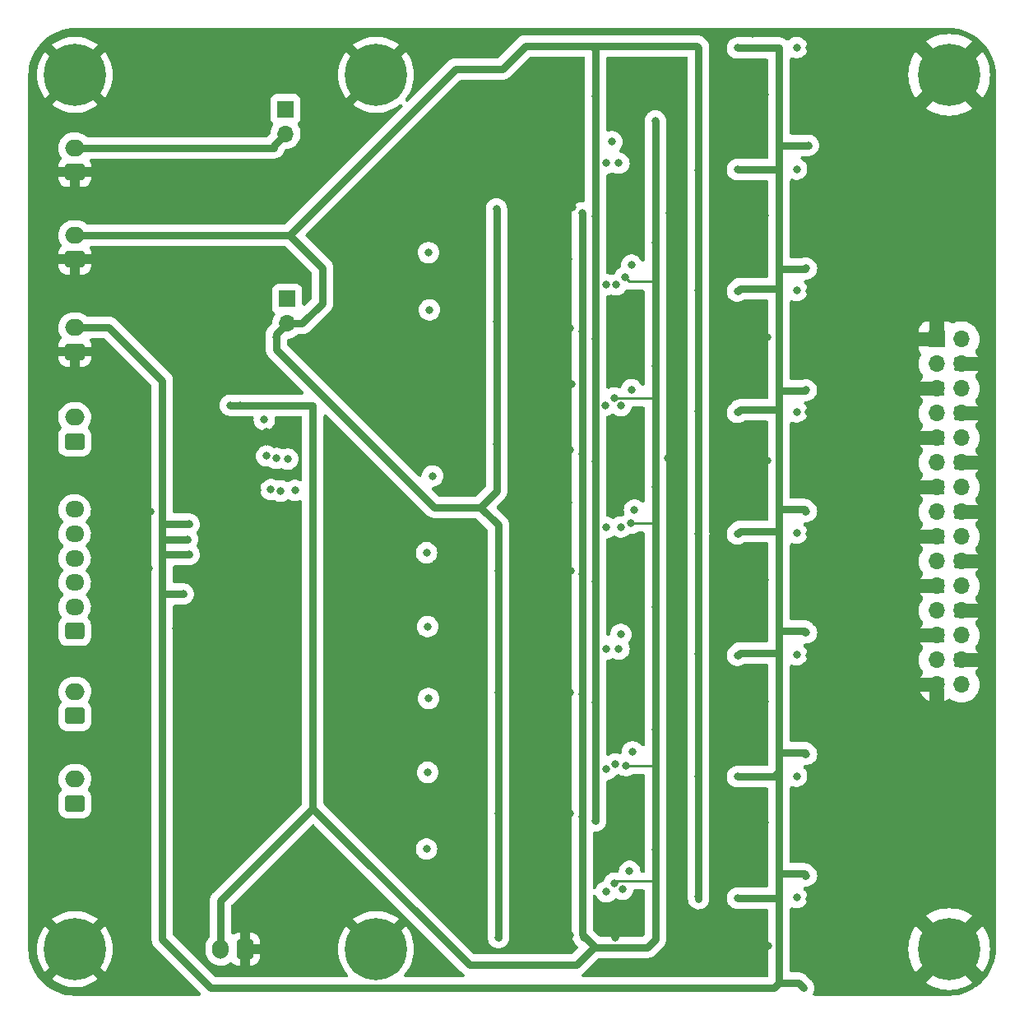
<source format=gbl>
%TF.GenerationSoftware,KiCad,Pcbnew,7.0.10*%
%TF.CreationDate,2024-02-04T21:05:04+01:00*%
%TF.ProjectId,demo_LMP7721,64656d6f-5f4c-44d5-9037-3732312e6b69,rev?*%
%TF.SameCoordinates,Original*%
%TF.FileFunction,Copper,L4,Bot*%
%TF.FilePolarity,Positive*%
%FSLAX46Y46*%
G04 Gerber Fmt 4.6, Leading zero omitted, Abs format (unit mm)*
G04 Created by KiCad (PCBNEW 7.0.10) date 2024-02-04 21:05:04*
%MOMM*%
%LPD*%
G01*
G04 APERTURE LIST*
G04 Aperture macros list*
%AMRoundRect*
0 Rectangle with rounded corners*
0 $1 Rounding radius*
0 $2 $3 $4 $5 $6 $7 $8 $9 X,Y pos of 4 corners*
0 Add a 4 corners polygon primitive as box body*
4,1,4,$2,$3,$4,$5,$6,$7,$8,$9,$2,$3,0*
0 Add four circle primitives for the rounded corners*
1,1,$1+$1,$2,$3*
1,1,$1+$1,$4,$5*
1,1,$1+$1,$6,$7*
1,1,$1+$1,$8,$9*
0 Add four rect primitives between the rounded corners*
20,1,$1+$1,$2,$3,$4,$5,0*
20,1,$1+$1,$4,$5,$6,$7,0*
20,1,$1+$1,$6,$7,$8,$9,0*
20,1,$1+$1,$8,$9,$2,$3,0*%
G04 Aperture macros list end*
%TA.AperFunction,ComponentPad*%
%ADD10C,0.800000*%
%TD*%
%TA.AperFunction,ComponentPad*%
%ADD11C,6.400000*%
%TD*%
%TA.AperFunction,ComponentPad*%
%ADD12RoundRect,0.250000X0.725000X-0.600000X0.725000X0.600000X-0.725000X0.600000X-0.725000X-0.600000X0*%
%TD*%
%TA.AperFunction,ComponentPad*%
%ADD13O,1.950000X1.700000*%
%TD*%
%TA.AperFunction,ComponentPad*%
%ADD14R,1.700000X1.700000*%
%TD*%
%TA.AperFunction,ComponentPad*%
%ADD15O,1.700000X1.700000*%
%TD*%
%TA.AperFunction,ComponentPad*%
%ADD16RoundRect,0.250000X0.750000X-0.600000X0.750000X0.600000X-0.750000X0.600000X-0.750000X-0.600000X0*%
%TD*%
%TA.AperFunction,ComponentPad*%
%ADD17O,2.000000X1.700000*%
%TD*%
%TA.AperFunction,ComponentPad*%
%ADD18RoundRect,0.250000X0.600000X0.750000X-0.600000X0.750000X-0.600000X-0.750000X0.600000X-0.750000X0*%
%TD*%
%TA.AperFunction,ComponentPad*%
%ADD19O,1.700000X2.000000*%
%TD*%
%TA.AperFunction,ViaPad*%
%ADD20C,0.800000*%
%TD*%
%TA.AperFunction,Conductor*%
%ADD21C,0.800000*%
%TD*%
%TA.AperFunction,Conductor*%
%ADD22C,0.250000*%
%TD*%
G04 APERTURE END LIST*
D10*
%TO.P,H3,1,1*%
%TO.N,GND*%
X67600000Y-120000000D03*
X68302944Y-118302944D03*
X68302944Y-121697056D03*
X70000000Y-117600000D03*
D11*
X70000000Y-120000000D03*
D10*
X70000000Y-122400000D03*
X71697056Y-118302944D03*
X71697056Y-121697056D03*
X72400000Y-120000000D03*
%TD*%
D12*
%TO.P,J2,1,Pin_1*%
%TO.N,ADC_CS*%
X69975000Y-87250000D03*
D13*
%TO.P,J2,2,Pin_2*%
%TO.N,ADC_SCK*%
X69975000Y-84750000D03*
%TO.P,J2,3,Pin_3*%
%TO.N,ADC_SDI*%
X69975000Y-82250000D03*
%TO.P,J2,4,Pin_4*%
%TO.N,ADC_SDO*%
X69975000Y-79750000D03*
%TO.P,J2,5,Pin_5*%
%TO.N,ADC_INT*%
X69975000Y-77250000D03*
%TO.P,J2,6,Pin_6*%
%TO.N,ADC_MCK*%
X69975000Y-74750000D03*
%TD*%
D14*
%TO.P,U38,1,OPD1_ANODE*%
%TO.N,GND*%
X158725000Y-57220000D03*
D15*
%TO.P,U38,2,OPD1_CATHODE*%
%TO.N,OPD1_CATHODE*%
X161265000Y-57220000D03*
%TO.P,U38,3,OLED1_ANODE*%
%TO.N,OLED1*%
X158725000Y-59760000D03*
%TO.P,U38,4,OLED1_CATHODE*%
%TO.N,GND*%
X161265000Y-59760000D03*
%TO.P,U38,5,OPD2_ANODE*%
X158725000Y-62300000D03*
%TO.P,U38,6,OPD2_CATHODE*%
%TO.N,OPD2_CATHODE*%
X161265000Y-62300000D03*
%TO.P,U38,7,OLED2_ANODE*%
%TO.N,OLED2*%
X158725000Y-64840000D03*
%TO.P,U38,8,OLED2_CATHODE*%
%TO.N,GND*%
X161265000Y-64840000D03*
%TO.P,U38,9,OPD3_ANODE*%
X158725000Y-67380000D03*
%TO.P,U38,10,OPD3_CATHODE*%
%TO.N,OPD3_CATHODE*%
X161265000Y-67380000D03*
%TO.P,U38,11,OLED3_ANODE*%
%TO.N,OLED3*%
X158725000Y-69920000D03*
%TO.P,U38,12,OLED3_CATHODE*%
%TO.N,GND*%
X161265000Y-69920000D03*
%TO.P,U38,13,OPD4_ANODE*%
X158725000Y-72460000D03*
%TO.P,U38,14,OPD4_CATHODE*%
%TO.N,OPD4_CATHODE*%
X161265000Y-72460000D03*
%TO.P,U38,15,OLED4_ANODE*%
%TO.N,OLED4*%
X158725000Y-75000000D03*
%TO.P,U38,16,OLED4_CATHODE*%
%TO.N,GND*%
X161265000Y-75000000D03*
%TO.P,U38,17,OPD5_ANODE*%
X158725000Y-77540000D03*
%TO.P,U38,18,OPD5_CATHODE*%
%TO.N,OPD5_CATHODE*%
X161265000Y-77540000D03*
%TO.P,U38,19,OLED5_ANODE*%
%TO.N,OLED5*%
X158725000Y-80080000D03*
%TO.P,U38,20,OLED5_CATHODE*%
%TO.N,GND*%
X161265000Y-80080000D03*
%TO.P,U38,21,OPD6_ANODE*%
X158725000Y-82620000D03*
%TO.P,U38,22,OPD6_CATHODE*%
%TO.N,OPD6_CATHODE*%
X161265000Y-82620000D03*
%TO.P,U38,23,OLED6_ANODE*%
%TO.N,OLED6*%
X158725000Y-85160000D03*
%TO.P,U38,24,OLED6_CATHODE*%
%TO.N,GND*%
X161265000Y-85160000D03*
%TO.P,U38,25,OPD7_ANODE*%
X158725000Y-87700000D03*
%TO.P,U38,26,OPD7_CATHODE*%
%TO.N,OPD7_CATHODE*%
X161265000Y-87700000D03*
%TO.P,U38,27,OLED7_ANODE*%
%TO.N,OLED7*%
X158725000Y-90240000D03*
%TO.P,U38,28,OLED7_CATHODE*%
%TO.N,GND*%
X161265000Y-90240000D03*
%TO.P,U38,29,OPD8_ANODE*%
X158725000Y-92780000D03*
%TO.P,U38,30,OPD8_CATHODE*%
%TO.N,OPD8_CATHODE*%
X161265000Y-92780000D03*
%TD*%
D14*
%TO.P,J10,1,Pin_1*%
%TO.N,5V_EN*%
X91850000Y-53065000D03*
D15*
%TO.P,J10,2,Pin_2*%
%TO.N,13V*%
X91850000Y-55605000D03*
%TD*%
D10*
%TO.P,H4,1,1*%
%TO.N,GND*%
X157600000Y-120000000D03*
X158302944Y-118302944D03*
X158302944Y-121697056D03*
X160000000Y-117600000D03*
D11*
X160000000Y-120000000D03*
D10*
X160000000Y-122400000D03*
X161697056Y-118302944D03*
X161697056Y-121697056D03*
X162400000Y-120000000D03*
%TD*%
%TO.P,H1,1,1*%
%TO.N,GND*%
X157600000Y-30000000D03*
X158302944Y-28302944D03*
X158302944Y-31697056D03*
X160000000Y-27600000D03*
D11*
X160000000Y-30000000D03*
D10*
X160000000Y-32400000D03*
X161697056Y-28302944D03*
X161697056Y-31697056D03*
X162400000Y-30000000D03*
%TD*%
D14*
%TO.P,J7,1,Pin_1*%
%TO.N,13V_EN*%
X91680000Y-33535000D03*
D15*
%TO.P,J7,2,Pin_2*%
%TO.N,BATT_14V_24V*%
X91680000Y-36075000D03*
%TD*%
D16*
%TO.P,J9,1,Pin_1*%
%TO.N,DPOT_B_SDA*%
X70000000Y-105000000D03*
D17*
%TO.P,J9,2,Pin_2*%
%TO.N,DPOT_B_SCL*%
X70000000Y-102500000D03*
%TD*%
D16*
%TO.P,J4,1,Pin_1*%
%TO.N,GND*%
X70000000Y-58500000D03*
D17*
%TO.P,J4,2,Pin_2*%
%TO.N,5V*%
X70000000Y-56000000D03*
%TD*%
D10*
%TO.P,H5,1,1*%
%TO.N,GND*%
X98600000Y-30000000D03*
X99302944Y-28302944D03*
X99302944Y-31697056D03*
X101000000Y-27600000D03*
D11*
X101000000Y-30000000D03*
D10*
X101000000Y-32400000D03*
X102697056Y-28302944D03*
X102697056Y-31697056D03*
X103400000Y-30000000D03*
%TD*%
D16*
%TO.P,J1,1,Pin_1*%
%TO.N,GND*%
X70000000Y-40000000D03*
D17*
%TO.P,J1,2,Pin_2*%
%TO.N,BATT_14V_24V*%
X70000000Y-37500000D03*
%TD*%
D18*
%TO.P,J3,1,Pin_1*%
%TO.N,GND*%
X87500000Y-120000000D03*
D19*
%TO.P,J3,2,Pin_2*%
%TO.N,VL*%
X85000000Y-120000000D03*
%TD*%
D16*
%TO.P,J8,1,Pin_1*%
%TO.N,DPOT_A_SDA*%
X70000000Y-96000000D03*
D17*
%TO.P,J8,2,Pin_2*%
%TO.N,DPOT_A_SCL*%
X70000000Y-93500000D03*
%TD*%
D16*
%TO.P,J5,1,Pin_1*%
%TO.N,GND*%
X70000000Y-49000000D03*
D17*
%TO.P,J5,2,Pin_2*%
%TO.N,13V*%
X70000000Y-46500000D03*
%TD*%
D10*
%TO.P,H6,1,1*%
%TO.N,GND*%
X98600000Y-120000000D03*
X99302944Y-118302944D03*
X99302944Y-121697056D03*
X101000000Y-117600000D03*
D11*
X101000000Y-120000000D03*
D10*
X101000000Y-122400000D03*
X102697056Y-118302944D03*
X102697056Y-121697056D03*
X103400000Y-120000000D03*
%TD*%
D16*
%TO.P,J6,1,Pin_1*%
%TO.N,5V_EN*%
X69975000Y-67750000D03*
D17*
%TO.P,J6,2,Pin_2*%
%TO.N,13V_EN*%
X69975000Y-65250000D03*
%TD*%
D10*
%TO.P,H2,1,1*%
%TO.N,GND*%
X67600000Y-30000000D03*
X68302944Y-28302944D03*
X68302944Y-31697056D03*
X70000000Y-27600000D03*
D11*
X70000000Y-30000000D03*
D10*
X70000000Y-32400000D03*
X71697056Y-28302944D03*
X71697056Y-31697056D03*
X72400000Y-30000000D03*
%TD*%
D20*
%TO.N,GND*%
X77250000Y-71750000D03*
X80750000Y-30750000D03*
X80500000Y-51000000D03*
%TO.N,5V*%
X145301314Y-99933771D03*
X138200000Y-52250000D03*
X138200000Y-102250000D03*
X145500000Y-37250000D03*
X145301314Y-112433772D03*
X81138000Y-83440000D03*
X138200000Y-89750000D03*
X138200000Y-39750000D03*
X145292293Y-62462246D03*
X138200000Y-77250000D03*
X145301314Y-74933771D03*
X138200000Y-27250000D03*
X138200000Y-64750000D03*
X81750000Y-79376000D03*
X81600000Y-77800000D03*
X81750000Y-76250000D03*
X145301314Y-87433771D03*
X145301314Y-49933772D03*
X145000000Y-124000000D03*
X138200000Y-114750000D03*
%TO.N,VL*%
X127240000Y-76180000D03*
X125500000Y-63270000D03*
X87000000Y-64000000D03*
X125520000Y-113230000D03*
X122400000Y-118800000D03*
X122200000Y-93800000D03*
X129750000Y-34750000D03*
X129750000Y-60000000D03*
X122200000Y-69000000D03*
X129800000Y-97400000D03*
X129800000Y-72400000D03*
X126740000Y-101110000D03*
X126610000Y-50850000D03*
X122200000Y-81400000D03*
X129750000Y-47250000D03*
X86000000Y-64000000D03*
X122200000Y-106400000D03*
X122200000Y-44200000D03*
X129800000Y-84800000D03*
X129800000Y-109800000D03*
X122200000Y-56400000D03*
%TO.N,GND*%
X127400000Y-33000000D03*
X149000000Y-124000000D03*
X101500000Y-57475000D03*
X148100000Y-27200000D03*
X150500000Y-74000000D03*
X121100000Y-36800000D03*
X155000000Y-101250000D03*
X131000000Y-69500000D03*
X80400000Y-87000000D03*
X119600000Y-50700000D03*
X127400000Y-83000000D03*
X121200000Y-43600000D03*
X155500000Y-112500000D03*
X152500000Y-42250000D03*
X148500000Y-111500000D03*
X148500000Y-36500000D03*
X148100000Y-114800000D03*
X146900000Y-27200000D03*
X137000000Y-50000000D03*
X119900000Y-64200000D03*
X152400000Y-124000000D03*
X136500000Y-100750000D03*
X127400000Y-45500000D03*
X121000000Y-56100000D03*
X146900000Y-39800000D03*
X136500000Y-63250000D03*
X154250000Y-115250000D03*
X145750000Y-39750000D03*
X98700000Y-114275000D03*
X149500000Y-79750000D03*
X147000000Y-87750000D03*
X153500000Y-49000000D03*
X109200000Y-77000000D03*
X152500000Y-102500000D03*
X119900000Y-67000000D03*
X109200000Y-102000000D03*
X137000000Y-87500000D03*
X85500000Y-48250000D03*
X145600000Y-114800000D03*
X146800000Y-52250000D03*
X127100000Y-105000000D03*
X163500000Y-105000000D03*
X154500000Y-73000000D03*
X149500000Y-41250000D03*
X125600000Y-106300000D03*
X147500000Y-62750000D03*
X152500000Y-74000000D03*
X141400000Y-119700000D03*
X109200000Y-64500000D03*
X149500000Y-77750000D03*
X150500000Y-111500000D03*
X163500000Y-110250000D03*
X159250000Y-101500000D03*
X154500000Y-36500000D03*
X147500000Y-75250000D03*
X141250000Y-57000000D03*
X148500000Y-99000000D03*
X159000000Y-48000000D03*
X85750000Y-53000000D03*
X139750000Y-25750000D03*
X159000000Y-54250000D03*
X161750000Y-36250000D03*
X163000000Y-113500000D03*
X77600000Y-80800000D03*
X127400000Y-95500000D03*
X132500000Y-112500000D03*
X149600000Y-29200000D03*
X137000000Y-75000000D03*
X127100000Y-92500000D03*
X154500000Y-42250000D03*
X101900000Y-74475000D03*
X85500000Y-29000000D03*
X154000000Y-64000000D03*
X141000000Y-32000000D03*
X87250000Y-84250000D03*
X151500000Y-54750000D03*
X163500000Y-96250000D03*
X86750000Y-48250000D03*
X121000000Y-93600000D03*
X137500000Y-63250000D03*
X84500000Y-79250000D03*
X141000000Y-44500000D03*
X121011380Y-81094837D03*
X150750000Y-38500000D03*
X159250000Y-104750000D03*
X120600000Y-86600000D03*
X131250000Y-44250000D03*
X101500000Y-82475000D03*
X86800000Y-40000000D03*
X153500000Y-92250000D03*
X135000000Y-25750000D03*
X125600000Y-93800000D03*
X86750000Y-77250000D03*
X155250000Y-106000000D03*
X159000000Y-51500000D03*
X131750000Y-48750000D03*
X87000000Y-33750000D03*
X137500000Y-75750000D03*
X145600000Y-52300000D03*
X109200000Y-39500000D03*
X136500000Y-50750000D03*
X101900000Y-104875000D03*
X132500000Y-37500000D03*
X120800000Y-49000000D03*
X153500000Y-67250000D03*
X127100000Y-42500000D03*
X150500000Y-42250000D03*
X154750000Y-51000000D03*
X150500000Y-67250000D03*
X119600000Y-75700000D03*
X147500000Y-112750000D03*
X141250000Y-69750000D03*
X145600000Y-89750000D03*
X162250000Y-39500000D03*
X127400000Y-70500000D03*
X154500000Y-38750000D03*
X155750000Y-77500000D03*
X137500000Y-38250000D03*
X145600000Y-27200000D03*
X132500000Y-98750000D03*
X149500000Y-52750000D03*
X154500000Y-111500000D03*
X156250000Y-45500000D03*
X145500000Y-64750000D03*
X131750000Y-61250000D03*
X149500000Y-90250000D03*
X125600000Y-81300000D03*
X109200000Y-89500000D03*
X146900000Y-114800000D03*
X153500000Y-79750000D03*
X136500000Y-38250000D03*
X149500000Y-104750000D03*
X119600000Y-88200000D03*
X132500000Y-86250000D03*
X154500000Y-98000000D03*
X155250000Y-31750000D03*
X152500000Y-86500000D03*
X152500000Y-52000000D03*
X155000000Y-56750000D03*
X131500000Y-37000000D03*
X121000000Y-68600000D03*
X157500000Y-110250000D03*
X151500000Y-79750000D03*
X132500000Y-111250000D03*
X146800000Y-77250000D03*
X153500000Y-61500000D03*
X155750000Y-75750000D03*
X109200000Y-114500000D03*
X77800000Y-75000000D03*
X132500000Y-73750000D03*
X132500000Y-36250000D03*
X119900000Y-89200000D03*
X127400000Y-58000000D03*
X89750000Y-66750000D03*
X119900000Y-42000000D03*
X158500000Y-45000000D03*
X163250000Y-49000000D03*
X137500000Y-25750000D03*
X119600000Y-38200000D03*
X148100000Y-77200000D03*
X132500000Y-75000000D03*
X86000000Y-78500000D03*
X147000000Y-102250000D03*
X149500000Y-92250000D03*
X147500000Y-50250000D03*
X163500000Y-52250000D03*
X125600000Y-118800000D03*
X119900000Y-104500000D03*
X147500000Y-37750000D03*
X87200000Y-59200000D03*
X145750000Y-102250000D03*
X101700000Y-51275000D03*
X158750000Y-108250000D03*
X141000000Y-107000000D03*
X151250000Y-99750000D03*
X119900000Y-79500000D03*
X154500000Y-80750000D03*
X147500000Y-100250000D03*
X148100000Y-39800000D03*
X156750000Y-38750000D03*
X151500000Y-36500000D03*
X88750000Y-83000000D03*
X159250000Y-98250000D03*
X120600000Y-111600000D03*
X125600000Y-56300000D03*
X119900000Y-101700000D03*
X88764999Y-72765000D03*
X148500000Y-74000000D03*
X137500000Y-113250000D03*
X121000000Y-118600000D03*
X137000000Y-37500000D03*
X132500000Y-87500000D03*
X109200000Y-52000000D03*
X85500000Y-33750000D03*
X121000000Y-106000000D03*
X101500000Y-97275000D03*
X163500000Y-100750000D03*
X119600000Y-100700000D03*
X150500000Y-49000000D03*
X152500000Y-117250000D03*
X155000000Y-55000000D03*
X86750000Y-72000000D03*
X152500000Y-39000000D03*
X149500000Y-116250000D03*
X137500000Y-88250000D03*
X146800000Y-89750000D03*
X156400000Y-123800000D03*
X150500000Y-61500000D03*
X119900000Y-54500000D03*
X119900000Y-76700000D03*
X87000000Y-53000000D03*
X136500000Y-75750000D03*
X119600000Y-113200000D03*
X151500000Y-92250000D03*
X137000000Y-100000000D03*
X125510000Y-68550000D03*
X136500000Y-88250000D03*
X137000000Y-112500000D03*
X119900000Y-117000000D03*
X119600000Y-63200000D03*
X119900000Y-51700000D03*
X145600000Y-77250000D03*
X85600000Y-59200000D03*
X137500000Y-100750000D03*
X87000000Y-29000000D03*
X130750000Y-32000000D03*
X141000000Y-94500000D03*
X86000000Y-85500000D03*
X148200000Y-102200000D03*
X142750000Y-25750000D03*
X148500000Y-49000000D03*
X127390000Y-67050000D03*
X125600000Y-43800000D03*
X137500000Y-50750000D03*
X163250000Y-42250000D03*
X127100000Y-55000000D03*
X149500000Y-65250000D03*
X89750000Y-67750000D03*
X85200000Y-40200000D03*
X148100000Y-89750000D03*
X127100000Y-80000000D03*
X153500000Y-29750000D03*
X132500000Y-50000000D03*
X120800000Y-74000000D03*
X146800000Y-64800000D03*
X148500000Y-86500000D03*
X150100000Y-124000000D03*
X127100000Y-117500000D03*
X121100000Y-61800000D03*
X136500000Y-113250000D03*
X127400000Y-108000000D03*
X163500000Y-46000000D03*
X85750000Y-77250000D03*
X137000000Y-62500000D03*
X141000000Y-82000000D03*
X148100000Y-52300000D03*
X120600000Y-99000000D03*
X150500000Y-86500000D03*
X156000000Y-67500000D03*
X119900000Y-39200000D03*
X152500000Y-111500000D03*
X148100000Y-64750000D03*
X119900000Y-114200000D03*
X157000000Y-42500000D03*
X119900000Y-92000000D03*
%TO.N,ADC_CS*%
X92650000Y-72800000D03*
%TO.N,ADC_SCK*%
X91900000Y-69550000D03*
%TO.N,ADC_SDI*%
X91175000Y-72847056D03*
%TO.N,ADC_SDO*%
X90185177Y-72704733D03*
%TO.N,ADC_INT*%
X90750000Y-69500000D03*
X89500000Y-65500000D03*
%TO.N,ADC_MCK*%
X89737347Y-69237347D03*
%TO.N,OLED2*%
X127300000Y-49600000D03*
%TO.N,DPOT_A_SCL*%
X124700000Y-76600000D03*
X124700000Y-39100000D03*
X124600000Y-64000000D03*
X124700000Y-51600000D03*
%TO.N,DPOT_A_SDA*%
X126000000Y-39100000D03*
X126200000Y-64050000D03*
X126200000Y-76530000D03*
X125699941Y-51611110D03*
%TO.N,OLED3*%
X127300000Y-62400000D03*
%TO.N,OLED4*%
X127600000Y-74800000D03*
%TO.N,OLED7*%
X127100000Y-112000000D03*
%TO.N,DPOT_B_SCL*%
X124700000Y-101500000D03*
X124700000Y-89100000D03*
X124700000Y-114100000D03*
%TO.N,DPOT_B_SDA*%
X126380000Y-113860000D03*
X125660000Y-100940000D03*
X126000000Y-89100000D03*
%TO.N,OLED5*%
X126200000Y-87600000D03*
%TO.N,OLED6*%
X127400000Y-99700000D03*
%TO.N,OLED1*%
X125300000Y-36900000D03*
%TO.N,13V*%
X90750000Y-57000000D03*
X134200000Y-114600000D03*
X134200000Y-89600000D03*
X134210000Y-77260000D03*
X113600000Y-81100000D03*
X123600000Y-32200000D03*
X134200000Y-64600000D03*
X134200000Y-102200000D03*
X123600000Y-94600000D03*
X123600000Y-82200000D03*
X134200000Y-39800000D03*
X113600000Y-106000000D03*
X113400000Y-68000000D03*
X113400000Y-55400000D03*
X134200000Y-52200000D03*
X123600000Y-57200000D03*
X123600000Y-106800000D03*
X113600000Y-118800000D03*
X113400000Y-43800000D03*
X134200000Y-27200000D03*
X123600000Y-69800000D03*
X113600000Y-93600000D03*
X123600000Y-44600000D03*
%TO.N,BATT_14V_24V*%
X90500000Y-37500000D03*
%TO.N,/amp1/AMPO*%
X144300000Y-27200000D03*
X106400000Y-48300000D03*
%TO.N,/amp2/AMPO*%
X144300000Y-39700000D03*
X106500000Y-54200000D03*
%TO.N,/amp3/AMPO*%
X144300000Y-52200000D03*
X106800000Y-71300000D03*
%TO.N,/amp4/AMPO*%
X106200000Y-79200000D03*
X144300000Y-64700000D03*
%TO.N,/amp5/AMPO*%
X144300000Y-77200000D03*
X106300000Y-86800000D03*
%TO.N,/amp8/AMPO*%
X106200000Y-109700000D03*
X144300000Y-114700000D03*
%TO.N,/amp6/AMPO*%
X106400000Y-94200000D03*
X144300000Y-89700000D03*
%TO.N,/amp7/AMPO*%
X144300000Y-102200000D03*
X106300000Y-101800000D03*
%TD*%
D21*
%TO.N,5V*%
X145150000Y-87294365D02*
X145150000Y-87433771D01*
X142500000Y-112250000D02*
X145105635Y-112250000D01*
X145150000Y-112294365D02*
X145150000Y-112433772D01*
X145105635Y-87250000D02*
X145150000Y-87294365D01*
X142500000Y-74750000D02*
X142500000Y-64500000D01*
X142500000Y-123500000D02*
X142500000Y-114750000D01*
X142500000Y-64500000D02*
X142500000Y-62500000D01*
X142500000Y-39750000D02*
X142500000Y-37250000D01*
X142500000Y-37250000D02*
X145500000Y-37250000D01*
X142500000Y-101750000D02*
X142500000Y-99750000D01*
X142500000Y-77000000D02*
X138450000Y-77000000D01*
X145150000Y-50000000D02*
X145150000Y-49933772D01*
X142500000Y-112250000D02*
X142500000Y-101750000D01*
X79126000Y-79376000D02*
X79000000Y-79250000D01*
X79000000Y-77800000D02*
X79000000Y-76250000D01*
X142500000Y-50000000D02*
X145150000Y-50000000D01*
X142500000Y-52000000D02*
X138450000Y-52000000D01*
X145150000Y-74794365D02*
X145150000Y-74933771D01*
X70000000Y-56000000D02*
X73500000Y-56000000D01*
X145105635Y-112250000D02*
X145150000Y-112294365D01*
X142500000Y-27250000D02*
X138200000Y-27250000D01*
X142500000Y-101750000D02*
X142000000Y-102250000D01*
X142500000Y-52000000D02*
X142500000Y-50000000D01*
X79000000Y-79250000D02*
X79000000Y-77800000D01*
X142500000Y-39750000D02*
X138200000Y-39750000D01*
X142500000Y-123500000D02*
X144500000Y-123500000D01*
X142500000Y-99750000D02*
X145105635Y-99750000D01*
X144500000Y-123500000D02*
X145000000Y-124000000D01*
X81750000Y-79376000D02*
X79126000Y-79376000D01*
X79000000Y-83250000D02*
X79000000Y-119000000D01*
X142500000Y-74750000D02*
X145105635Y-74750000D01*
X145150000Y-99794365D02*
X145150000Y-99933771D01*
X142500000Y-114750000D02*
X138200000Y-114750000D01*
X138450000Y-77000000D02*
X138200000Y-77250000D01*
X79000000Y-76250000D02*
X79000000Y-61500000D01*
X84000000Y-124000000D02*
X142000000Y-124000000D01*
X79190000Y-83440000D02*
X79000000Y-83250000D01*
X142500000Y-37250000D02*
X142500000Y-27250000D01*
X142500000Y-114750000D02*
X142500000Y-112250000D01*
X145150000Y-62500000D02*
X145150000Y-62462246D01*
X142500000Y-99750000D02*
X142500000Y-89500000D01*
X138450000Y-89500000D02*
X138200000Y-89750000D01*
X142500000Y-87250000D02*
X145105635Y-87250000D01*
X79000000Y-61500000D02*
X78750000Y-61250000D01*
X142500000Y-77000000D02*
X142500000Y-74750000D01*
X142000000Y-124000000D02*
X142500000Y-123500000D01*
X145105635Y-99750000D02*
X145150000Y-99794365D01*
X138450000Y-64500000D02*
X138200000Y-64750000D01*
X81138000Y-83440000D02*
X79190000Y-83440000D01*
X142500000Y-50000000D02*
X142500000Y-39750000D01*
X142500000Y-89500000D02*
X138450000Y-89500000D01*
X142500000Y-87250000D02*
X142500000Y-77000000D01*
X73500000Y-56000000D02*
X78750000Y-61250000D01*
X142000000Y-102250000D02*
X138200000Y-102250000D01*
X142500000Y-89500000D02*
X142500000Y-87250000D01*
X79000000Y-119000000D02*
X84000000Y-124000000D01*
X142500000Y-62500000D02*
X142500000Y-52000000D01*
X79000000Y-77800000D02*
X81600000Y-77800000D01*
X142500000Y-64500000D02*
X138450000Y-64500000D01*
X79000000Y-83250000D02*
X79000000Y-79250000D01*
X142500000Y-62500000D02*
X145150000Y-62500000D01*
X138450000Y-52000000D02*
X138200000Y-52250000D01*
X81750000Y-76250000D02*
X79000000Y-76250000D01*
X145105635Y-74750000D02*
X145150000Y-74794365D01*
D22*
%TO.N,VL*%
X127240000Y-76180000D02*
X129670000Y-76180000D01*
D21*
X128950000Y-119800000D02*
X129750000Y-119000000D01*
X123500000Y-119750000D02*
X123550000Y-119800000D01*
X86000000Y-64000000D02*
X87000000Y-64000000D01*
X123500000Y-119750000D02*
X122200000Y-118450000D01*
X85000000Y-120000000D02*
X85000000Y-115000000D01*
X94500000Y-105500000D02*
X110600000Y-121600000D01*
X85000000Y-115000000D02*
X94500000Y-105500000D01*
X129750000Y-112970000D02*
X129750000Y-101040000D01*
X123550000Y-119800000D02*
X128950000Y-119800000D01*
X129750000Y-76100000D02*
X129750000Y-63520000D01*
X129750000Y-119000000D02*
X129750000Y-112970000D01*
X129750000Y-63520000D02*
X129750000Y-51280000D01*
D22*
X129680000Y-101110000D02*
X129750000Y-101040000D01*
X125780000Y-112970000D02*
X129750000Y-112970000D01*
X127040000Y-51280000D02*
X129750000Y-51280000D01*
D21*
X129750000Y-51280000D02*
X129750000Y-34750000D01*
D22*
X125500000Y-63270000D02*
X129500000Y-63270000D01*
X125520000Y-113230000D02*
X125780000Y-112970000D01*
D21*
X94500000Y-105500000D02*
X94500000Y-64000000D01*
X122200000Y-118450000D02*
X122200000Y-44200000D01*
D22*
X129670000Y-76180000D02*
X129750000Y-76100000D01*
D21*
X110600000Y-121600000D02*
X121650000Y-121600000D01*
D22*
X129500000Y-63270000D02*
X129750000Y-63520000D01*
X126610000Y-50850000D02*
X127040000Y-51280000D01*
D21*
X129750000Y-101040000D02*
X129750000Y-76100000D01*
D22*
X126740000Y-101110000D02*
X129680000Y-101110000D01*
D21*
X121650000Y-121600000D02*
X123500000Y-119750000D01*
X94500000Y-64000000D02*
X87000000Y-64000000D01*
D22*
%TO.N,OLED2*%
X158725000Y-64725000D02*
X158600000Y-64600000D01*
%TO.N,OLED3*%
X158725000Y-69920000D02*
X158480000Y-69920000D01*
X158480000Y-69920000D02*
X158400000Y-70000000D01*
%TO.N,OLED4*%
X158600000Y-75000000D02*
X158400000Y-74800000D01*
%TO.N,OLED7*%
X158560000Y-90240000D02*
X158400000Y-90400000D01*
%TO.N,OLED5*%
X158720000Y-80080000D02*
X158600000Y-80200000D01*
%TO.N,OLED6*%
X158725000Y-85125000D02*
X158600000Y-85000000D01*
%TO.N,OLED1*%
X158725000Y-59725000D02*
X158600000Y-59600000D01*
D21*
%TO.N,13V*%
X90750000Y-58250000D02*
X107000000Y-74500000D01*
X123600000Y-27400000D02*
X123600000Y-46000000D01*
X123600000Y-59200000D02*
X123600000Y-106800000D01*
X134200000Y-27200000D02*
X134200000Y-114800000D01*
X134000000Y-27000000D02*
X134200000Y-27200000D01*
X95500000Y-53500000D02*
X95500000Y-49900000D01*
X109200000Y-29400000D02*
X114000000Y-29400000D01*
X87500000Y-46500000D02*
X92100000Y-46500000D01*
X87500000Y-46500000D02*
X70000000Y-46500000D01*
X95500000Y-49900000D02*
X92100000Y-46500000D01*
X111750000Y-74500000D02*
X113600000Y-76350000D01*
X90750000Y-58250000D02*
X90750000Y-57000000D01*
X113400000Y-72850000D02*
X113400000Y-43800000D01*
X91850000Y-55605000D02*
X93395000Y-55605000D01*
X92100000Y-46500000D02*
X109200000Y-29400000D01*
X113600000Y-76350000D02*
X113600000Y-118800000D01*
X116400000Y-27000000D02*
X123200000Y-27000000D01*
X123200000Y-27000000D02*
X134000000Y-27000000D01*
X111750000Y-74500000D02*
X113400000Y-72850000D01*
X90750000Y-56705000D02*
X91850000Y-55605000D01*
X123200000Y-27000000D02*
X123600000Y-27400000D01*
X114000000Y-29400000D02*
X116400000Y-27000000D01*
X107000000Y-74500000D02*
X111750000Y-74500000D01*
X90750000Y-57000000D02*
X90750000Y-56705000D01*
X93395000Y-55605000D02*
X95500000Y-53500000D01*
X123600000Y-46000000D02*
X123600000Y-59200000D01*
%TO.N,BATT_14V_24V*%
X90500000Y-37255000D02*
X91680000Y-36075000D01*
X90500000Y-37500000D02*
X90500000Y-37255000D01*
X90500000Y-37500000D02*
X70000000Y-37500000D01*
%TD*%
%TA.AperFunction,Conductor*%
%TO.N,GND*%
G36*
X155000000Y-124799500D02*
G01*
X146155851Y-124799500D01*
X146069508Y-124779793D01*
X146000267Y-124724574D01*
X145961840Y-124644782D01*
X145961840Y-124556218D01*
X145985928Y-124496927D01*
X145994390Y-124483045D01*
X146007250Y-124448564D01*
X146015559Y-124429419D01*
X146030582Y-124399250D01*
X146044296Y-124351048D01*
X146049241Y-124335981D01*
X146067837Y-124286126D01*
X146073335Y-124253423D01*
X146078172Y-124231986D01*
X146086397Y-124203083D01*
X146091356Y-124149558D01*
X146093258Y-124134946D01*
X146102689Y-124078867D01*
X146101986Y-124049369D01*
X146102778Y-124026289D01*
X146105215Y-124000000D01*
X146099917Y-123942833D01*
X146099125Y-123929233D01*
X146097687Y-123868755D01*
X146092194Y-123843504D01*
X146088495Y-123819563D01*
X146086397Y-123796917D01*
X146069690Y-123738202D01*
X146066645Y-123726056D01*
X146056725Y-123680453D01*
X146053013Y-123663388D01*
X146044275Y-123642984D01*
X146035806Y-123619112D01*
X146030582Y-123600750D01*
X146001744Y-123542837D01*
X145996955Y-123532483D01*
X145985588Y-123505939D01*
X145970279Y-123470188D01*
X145970275Y-123470182D01*
X145959889Y-123454836D01*
X145946552Y-123431994D01*
X145939674Y-123418181D01*
X145939673Y-123418180D01*
X145939673Y-123418179D01*
X145898482Y-123363633D01*
X145892498Y-123355267D01*
X145852479Y-123296137D01*
X145841956Y-123285614D01*
X145823862Y-123264821D01*
X145816763Y-123255420D01*
X145763573Y-123206931D01*
X145756924Y-123200582D01*
X145354894Y-122798552D01*
X145341823Y-122783099D01*
X145341694Y-122783212D01*
X145335489Y-122776051D01*
X145318419Y-122759775D01*
X145270592Y-122714172D01*
X145267244Y-122710902D01*
X145241106Y-122684764D01*
X145241101Y-122684759D01*
X145236448Y-122680917D01*
X145225843Y-122671504D01*
X145183378Y-122631014D01*
X145183376Y-122631012D01*
X145160098Y-122616052D01*
X145140994Y-122602103D01*
X145119645Y-122584476D01*
X145104903Y-122576426D01*
X145068137Y-122556350D01*
X145055924Y-122549103D01*
X145006573Y-122517387D01*
X145006569Y-122517385D01*
X144980883Y-122507102D01*
X144959478Y-122497017D01*
X144935189Y-122483754D01*
X144935183Y-122483752D01*
X144879270Y-122465878D01*
X144865928Y-122461081D01*
X144811462Y-122439277D01*
X144811461Y-122439276D01*
X144811457Y-122439275D01*
X144784283Y-122434037D01*
X144761360Y-122428186D01*
X144734992Y-122419758D01*
X144676718Y-122412789D01*
X144662690Y-122410601D01*
X144605090Y-122399500D01*
X144605085Y-122399500D01*
X144577408Y-122399500D01*
X144553785Y-122398093D01*
X144526309Y-122394808D01*
X144467788Y-122398993D01*
X144453595Y-122399500D01*
X143799500Y-122399500D01*
X143713157Y-122379793D01*
X143643916Y-122324574D01*
X143605489Y-122244782D01*
X143600500Y-122200500D01*
X143600500Y-115899713D01*
X143620207Y-115813370D01*
X143675426Y-115744129D01*
X143755218Y-115705702D01*
X143843782Y-115705702D01*
X143871387Y-115714151D01*
X143924188Y-115734606D01*
X143997544Y-115763024D01*
X144198024Y-115800500D01*
X144198027Y-115800500D01*
X144401972Y-115800500D01*
X144401976Y-115800500D01*
X144602456Y-115763024D01*
X144792637Y-115689348D01*
X144807845Y-115679932D01*
X144885288Y-115631981D01*
X144966041Y-115581981D01*
X145074202Y-115483379D01*
X145116758Y-115444585D01*
X145116759Y-115444583D01*
X145116764Y-115444579D01*
X145239673Y-115281821D01*
X145330582Y-115099250D01*
X145386397Y-114903083D01*
X145405215Y-114700000D01*
X145386397Y-114496917D01*
X145330582Y-114300750D01*
X145239673Y-114118179D01*
X145239671Y-114118177D01*
X145239670Y-114118174D01*
X145141551Y-113988244D01*
X145116764Y-113955421D01*
X145116762Y-113955419D01*
X145116758Y-113955414D01*
X145035018Y-113880899D01*
X144984486Y-113808167D01*
X144970516Y-113720712D01*
X144995875Y-113635857D01*
X145055539Y-113570408D01*
X145137693Y-113537327D01*
X145159600Y-113535062D01*
X145177550Y-113534207D01*
X145190130Y-113534490D01*
X145190130Y-113534272D01*
X145403286Y-113534272D01*
X145403290Y-113534272D01*
X145603770Y-113496796D01*
X145793951Y-113423120D01*
X145967355Y-113315753D01*
X146074568Y-113218016D01*
X146118072Y-113178357D01*
X146118073Y-113178355D01*
X146118078Y-113178351D01*
X146240987Y-113015593D01*
X146331896Y-112833022D01*
X146387711Y-112636855D01*
X146406529Y-112433772D01*
X146387711Y-112230689D01*
X146331896Y-112034522D01*
X146240987Y-111851951D01*
X146240985Y-111851949D01*
X146240984Y-111851946D01*
X146118080Y-111689196D01*
X146118072Y-111689186D01*
X145974976Y-111558738D01*
X145952617Y-111534690D01*
X145950092Y-111531479D01*
X145917755Y-111503458D01*
X145910761Y-111497100D01*
X145876246Y-111464190D01*
X145872858Y-111460881D01*
X145846741Y-111434764D01*
X145846736Y-111434759D01*
X145842083Y-111430917D01*
X145831478Y-111421504D01*
X145789013Y-111381014D01*
X145789011Y-111381012D01*
X145765733Y-111366052D01*
X145746629Y-111352103D01*
X145725280Y-111334476D01*
X145716966Y-111329936D01*
X145673772Y-111306350D01*
X145661559Y-111299103D01*
X145612208Y-111267387D01*
X145612204Y-111267385D01*
X145586518Y-111257102D01*
X145565113Y-111247017D01*
X145540824Y-111233754D01*
X145540818Y-111233752D01*
X145484905Y-111215878D01*
X145471563Y-111211081D01*
X145417097Y-111189277D01*
X145417096Y-111189276D01*
X145417092Y-111189275D01*
X145389918Y-111184037D01*
X145366995Y-111178186D01*
X145340627Y-111169758D01*
X145282353Y-111162789D01*
X145268325Y-111160601D01*
X145210725Y-111149500D01*
X145210720Y-111149500D01*
X145183043Y-111149500D01*
X145159420Y-111148093D01*
X145131944Y-111144808D01*
X145073423Y-111148993D01*
X145059230Y-111149500D01*
X143799500Y-111149500D01*
X143713157Y-111129793D01*
X143643916Y-111074574D01*
X143605489Y-110994782D01*
X143600500Y-110950500D01*
X143600500Y-103399713D01*
X143620207Y-103313370D01*
X143675426Y-103244129D01*
X143755218Y-103205702D01*
X143843782Y-103205702D01*
X143871387Y-103214151D01*
X143924188Y-103234606D01*
X143997544Y-103263024D01*
X144198024Y-103300500D01*
X144198027Y-103300500D01*
X144401972Y-103300500D01*
X144401976Y-103300500D01*
X144602456Y-103263024D01*
X144792637Y-103189348D01*
X144807845Y-103179932D01*
X144885288Y-103131981D01*
X144966041Y-103081981D01*
X145081362Y-102976852D01*
X145116758Y-102944585D01*
X145116759Y-102944583D01*
X145116764Y-102944579D01*
X145239673Y-102781821D01*
X145330582Y-102599250D01*
X145386397Y-102403083D01*
X145405215Y-102200000D01*
X145386397Y-101996917D01*
X145330582Y-101800750D01*
X145239673Y-101618179D01*
X145239671Y-101618177D01*
X145239670Y-101618174D01*
X145141551Y-101488244D01*
X145116764Y-101455421D01*
X145116762Y-101455419D01*
X145116758Y-101455414D01*
X145035017Y-101380898D01*
X144984485Y-101308165D01*
X144970515Y-101220711D01*
X144995874Y-101135856D01*
X145055539Y-101070407D01*
X145137692Y-101037326D01*
X145159598Y-101035061D01*
X145177550Y-101034206D01*
X145190130Y-101034489D01*
X145190130Y-101034271D01*
X145403286Y-101034271D01*
X145403290Y-101034271D01*
X145603770Y-100996795D01*
X145793951Y-100923119D01*
X145802187Y-100918020D01*
X145911235Y-100850500D01*
X145967355Y-100815752D01*
X146094878Y-100699500D01*
X146118072Y-100678356D01*
X146118073Y-100678354D01*
X146118078Y-100678350D01*
X146240987Y-100515592D01*
X146331896Y-100333021D01*
X146387711Y-100136854D01*
X146406529Y-99933771D01*
X146387711Y-99730688D01*
X146331896Y-99534521D01*
X146240987Y-99351950D01*
X146240985Y-99351948D01*
X146240984Y-99351945D01*
X146118080Y-99189195D01*
X146118072Y-99189185D01*
X145974973Y-99058735D01*
X145952608Y-99034679D01*
X145950090Y-99031476D01*
X145950089Y-99031475D01*
X145917769Y-99003470D01*
X145910761Y-98997100D01*
X145876246Y-98964190D01*
X145872858Y-98960881D01*
X145846741Y-98934764D01*
X145846736Y-98934759D01*
X145842083Y-98930917D01*
X145831478Y-98921504D01*
X145789013Y-98881014D01*
X145789011Y-98881012D01*
X145765733Y-98866052D01*
X145746629Y-98852103D01*
X145725280Y-98834476D01*
X145716966Y-98829936D01*
X145673772Y-98806350D01*
X145661559Y-98799103D01*
X145612208Y-98767387D01*
X145612204Y-98767385D01*
X145586518Y-98757102D01*
X145565113Y-98747017D01*
X145540824Y-98733754D01*
X145540818Y-98733752D01*
X145484905Y-98715878D01*
X145471563Y-98711081D01*
X145417097Y-98689277D01*
X145417096Y-98689276D01*
X145417092Y-98689275D01*
X145389918Y-98684037D01*
X145366995Y-98678186D01*
X145340627Y-98669758D01*
X145282353Y-98662789D01*
X145268325Y-98660601D01*
X145210725Y-98649500D01*
X145210720Y-98649500D01*
X145183043Y-98649500D01*
X145159420Y-98648093D01*
X145131944Y-98644808D01*
X145073423Y-98648993D01*
X145059230Y-98649500D01*
X143799500Y-98649500D01*
X143713157Y-98629793D01*
X143643916Y-98574574D01*
X143605489Y-98494782D01*
X143600500Y-98450500D01*
X143600500Y-90899713D01*
X143620207Y-90813370D01*
X143675426Y-90744129D01*
X143755218Y-90705702D01*
X143843782Y-90705702D01*
X143871387Y-90714151D01*
X143910063Y-90729134D01*
X143997544Y-90763024D01*
X144198024Y-90800500D01*
X144198027Y-90800500D01*
X144401972Y-90800500D01*
X144401976Y-90800500D01*
X144602456Y-90763024D01*
X144792637Y-90689348D01*
X144795346Y-90687671D01*
X144880406Y-90635004D01*
X144966041Y-90581981D01*
X145067382Y-90489596D01*
X145116758Y-90444585D01*
X145116759Y-90444583D01*
X145116764Y-90444579D01*
X145239673Y-90281821D01*
X145330582Y-90099250D01*
X145386397Y-89903083D01*
X145405215Y-89700000D01*
X145386397Y-89496917D01*
X145330582Y-89300750D01*
X145239673Y-89118179D01*
X145239671Y-89118177D01*
X145239670Y-89118174D01*
X145116766Y-88955424D01*
X145116758Y-88955414D01*
X145035017Y-88880898D01*
X144984485Y-88808165D01*
X144970515Y-88720711D01*
X144995874Y-88635856D01*
X145055539Y-88570407D01*
X145137692Y-88537326D01*
X145159598Y-88535061D01*
X145177550Y-88534206D01*
X145190130Y-88534489D01*
X145190130Y-88534271D01*
X145403286Y-88534271D01*
X145403290Y-88534271D01*
X145603770Y-88496795D01*
X145793951Y-88423119D01*
X145807917Y-88414472D01*
X145902216Y-88356084D01*
X145967355Y-88315752D01*
X146089496Y-88204406D01*
X146118072Y-88178356D01*
X146118073Y-88178354D01*
X146118078Y-88178350D01*
X146240987Y-88015592D01*
X146331896Y-87833021D01*
X146387711Y-87636854D01*
X146406529Y-87433771D01*
X146387711Y-87230688D01*
X146331896Y-87034521D01*
X146240987Y-86851950D01*
X146240985Y-86851948D01*
X146240984Y-86851945D01*
X146118080Y-86689195D01*
X146118072Y-86689185D01*
X145974973Y-86558735D01*
X145952608Y-86534679D01*
X145950090Y-86531476D01*
X145950089Y-86531475D01*
X145917769Y-86503470D01*
X145910761Y-86497100D01*
X145876246Y-86464190D01*
X145872858Y-86460881D01*
X145846741Y-86434764D01*
X145846736Y-86434759D01*
X145842083Y-86430917D01*
X145831478Y-86421504D01*
X145789013Y-86381014D01*
X145789011Y-86381012D01*
X145765733Y-86366052D01*
X145746629Y-86352103D01*
X145725280Y-86334476D01*
X145716966Y-86329936D01*
X145673772Y-86306350D01*
X145661559Y-86299103D01*
X145612208Y-86267387D01*
X145612204Y-86267385D01*
X145586518Y-86257102D01*
X145565113Y-86247017D01*
X145540824Y-86233754D01*
X145540818Y-86233752D01*
X145484905Y-86215878D01*
X145471563Y-86211081D01*
X145417097Y-86189277D01*
X145417096Y-86189276D01*
X145417092Y-86189275D01*
X145389918Y-86184037D01*
X145366995Y-86178186D01*
X145340627Y-86169758D01*
X145282353Y-86162789D01*
X145268325Y-86160601D01*
X145210725Y-86149500D01*
X145210720Y-86149500D01*
X145183043Y-86149500D01*
X145159420Y-86148093D01*
X145131944Y-86144808D01*
X145073423Y-86148993D01*
X145059230Y-86149500D01*
X143799500Y-86149500D01*
X143713157Y-86129793D01*
X143643916Y-86074574D01*
X143605489Y-85994782D01*
X143600500Y-85950500D01*
X143600500Y-78399713D01*
X143620207Y-78313370D01*
X143675426Y-78244129D01*
X143755218Y-78205702D01*
X143843782Y-78205702D01*
X143871387Y-78214151D01*
X143922100Y-78233797D01*
X143997544Y-78263024D01*
X144198024Y-78300500D01*
X144198027Y-78300500D01*
X144401972Y-78300500D01*
X144401976Y-78300500D01*
X144602456Y-78263024D01*
X144792637Y-78189348D01*
X144795346Y-78187671D01*
X144880406Y-78135004D01*
X144966041Y-78081981D01*
X145067382Y-77989596D01*
X145116758Y-77944585D01*
X145116759Y-77944583D01*
X145116764Y-77944579D01*
X145239673Y-77781821D01*
X145330582Y-77599250D01*
X145386397Y-77403083D01*
X145405215Y-77200000D01*
X145386397Y-76996917D01*
X145330582Y-76800750D01*
X145239673Y-76618179D01*
X145239671Y-76618177D01*
X145239670Y-76618174D01*
X145145290Y-76493195D01*
X145116764Y-76455421D01*
X145116762Y-76455419D01*
X145116758Y-76455414D01*
X145035017Y-76380898D01*
X144984485Y-76308165D01*
X144970515Y-76220711D01*
X144995874Y-76135856D01*
X145055539Y-76070407D01*
X145137692Y-76037326D01*
X145159598Y-76035061D01*
X145177550Y-76034206D01*
X145190130Y-76034489D01*
X145190130Y-76034271D01*
X145403286Y-76034271D01*
X145403290Y-76034271D01*
X145603770Y-75996795D01*
X145793951Y-75923119D01*
X145807917Y-75914472D01*
X145862530Y-75880657D01*
X145967355Y-75815752D01*
X146097362Y-75697235D01*
X146118072Y-75678356D01*
X146118073Y-75678354D01*
X146118078Y-75678350D01*
X146240987Y-75515592D01*
X146331896Y-75333021D01*
X146387711Y-75136854D01*
X146406183Y-74937501D01*
X146406529Y-74933772D01*
X146406529Y-74933769D01*
X146395304Y-74812632D01*
X146387711Y-74730688D01*
X146331896Y-74534521D01*
X146240987Y-74351950D01*
X146240985Y-74351948D01*
X146240984Y-74351945D01*
X146125030Y-74198398D01*
X146118078Y-74189192D01*
X146118076Y-74189190D01*
X146118072Y-74189185D01*
X145974973Y-74058735D01*
X145952608Y-74034679D01*
X145950090Y-74031476D01*
X145950089Y-74031475D01*
X145917769Y-74003470D01*
X145910761Y-73997100D01*
X145876246Y-73964190D01*
X145872858Y-73960881D01*
X145846741Y-73934764D01*
X145846736Y-73934759D01*
X145842083Y-73930917D01*
X145831478Y-73921504D01*
X145789013Y-73881014D01*
X145789011Y-73881012D01*
X145765733Y-73866052D01*
X145746629Y-73852103D01*
X145725280Y-73834476D01*
X145681650Y-73810652D01*
X145673772Y-73806350D01*
X145661559Y-73799103D01*
X145612208Y-73767387D01*
X145612204Y-73767385D01*
X145586518Y-73757102D01*
X145565113Y-73747017D01*
X145540824Y-73733754D01*
X145540818Y-73733752D01*
X145484905Y-73715878D01*
X145471563Y-73711081D01*
X145417097Y-73689277D01*
X145417096Y-73689276D01*
X145417092Y-73689275D01*
X145389918Y-73684037D01*
X145366995Y-73678186D01*
X145340627Y-73669758D01*
X145282353Y-73662789D01*
X145268325Y-73660601D01*
X145210725Y-73649500D01*
X145210720Y-73649500D01*
X145183043Y-73649500D01*
X145159420Y-73648093D01*
X145131944Y-73644808D01*
X145073423Y-73648993D01*
X145059230Y-73649500D01*
X143799500Y-73649500D01*
X143713157Y-73629793D01*
X143643916Y-73574574D01*
X143605489Y-73494782D01*
X143600500Y-73450500D01*
X143600500Y-65899713D01*
X143620207Y-65813370D01*
X143675426Y-65744129D01*
X143755218Y-65705702D01*
X143843782Y-65705702D01*
X143871387Y-65714151D01*
X143910063Y-65729134D01*
X143997544Y-65763024D01*
X144198024Y-65800500D01*
X144198027Y-65800500D01*
X144401972Y-65800500D01*
X144401976Y-65800500D01*
X144602456Y-65763024D01*
X144792637Y-65689348D01*
X144795346Y-65687671D01*
X144880406Y-65635004D01*
X144966041Y-65581981D01*
X145067382Y-65489596D01*
X145116758Y-65444585D01*
X145116759Y-65444583D01*
X145116764Y-65444579D01*
X145239673Y-65281821D01*
X145330582Y-65099250D01*
X145386397Y-64903083D01*
X145405215Y-64700000D01*
X145405066Y-64698396D01*
X145400878Y-64653196D01*
X145386397Y-64496917D01*
X145330582Y-64300750D01*
X145239673Y-64118179D01*
X145239671Y-64118177D01*
X145239670Y-64118174D01*
X145148101Y-63996918D01*
X145116764Y-63955421D01*
X145116761Y-63955419D01*
X145116756Y-63955412D01*
X145104276Y-63944035D01*
X145053745Y-63871302D01*
X145039776Y-63783847D01*
X145065136Y-63698992D01*
X145124802Y-63633544D01*
X145206956Y-63600465D01*
X145219403Y-63598878D01*
X145223803Y-63598457D01*
X145233223Y-63597783D01*
X145307330Y-63594254D01*
X145319121Y-63591392D01*
X145347139Y-63586681D01*
X145359218Y-63585528D01*
X145430375Y-63564633D01*
X145439490Y-63562191D01*
X145511576Y-63544704D01*
X145511591Y-63544697D01*
X145520540Y-63541601D01*
X145520964Y-63542826D01*
X145549929Y-63533647D01*
X145594749Y-63525270D01*
X145727909Y-63473684D01*
X145784926Y-63451596D01*
X145784932Y-63451593D01*
X145871508Y-63397987D01*
X145958334Y-63344227D01*
X146074592Y-63238244D01*
X146109051Y-63206831D01*
X146109052Y-63206829D01*
X146109057Y-63206825D01*
X146231966Y-63044067D01*
X146322875Y-62861496D01*
X146378690Y-62665329D01*
X146397508Y-62462246D01*
X146378690Y-62259163D01*
X146322875Y-62062996D01*
X146231966Y-61880425D01*
X146231964Y-61880423D01*
X146231963Y-61880420D01*
X146109059Y-61717670D01*
X146109051Y-61717660D01*
X145958335Y-61580266D01*
X145958330Y-61580262D01*
X145784932Y-61472898D01*
X145784929Y-61472897D01*
X145594753Y-61399223D01*
X145594750Y-61399222D01*
X145594749Y-61399222D01*
X145394269Y-61361746D01*
X145394266Y-61361746D01*
X145242947Y-61361746D01*
X145214626Y-61359720D01*
X145202609Y-61357992D01*
X145202602Y-61357991D01*
X144992669Y-61367991D01*
X144885917Y-61393890D01*
X144839001Y-61399500D01*
X143799500Y-61399500D01*
X143713157Y-61379793D01*
X143643916Y-61324574D01*
X143605489Y-61244782D01*
X143600500Y-61200500D01*
X143600500Y-53399713D01*
X143620207Y-53313370D01*
X143675426Y-53244129D01*
X143755218Y-53205702D01*
X143843782Y-53205702D01*
X143871387Y-53214151D01*
X143910063Y-53229134D01*
X143997544Y-53263024D01*
X144198024Y-53300500D01*
X144198027Y-53300500D01*
X144401972Y-53300500D01*
X144401976Y-53300500D01*
X144602456Y-53263024D01*
X144792637Y-53189348D01*
X144795346Y-53187671D01*
X144880406Y-53135004D01*
X144966041Y-53081981D01*
X145067382Y-52989596D01*
X145116758Y-52944585D01*
X145116759Y-52944583D01*
X145116764Y-52944579D01*
X145239673Y-52781821D01*
X145330582Y-52599250D01*
X145386397Y-52403083D01*
X145405215Y-52200000D01*
X145404560Y-52192936D01*
X145400500Y-52149115D01*
X145386397Y-51996917D01*
X145330582Y-51800750D01*
X145239673Y-51618179D01*
X145239671Y-51618177D01*
X145239670Y-51618174D01*
X145116766Y-51455424D01*
X145116756Y-51455412D01*
X145104276Y-51444035D01*
X145053745Y-51371302D01*
X145039776Y-51283847D01*
X145065136Y-51198992D01*
X145124802Y-51133544D01*
X145206956Y-51100465D01*
X145219403Y-51098878D01*
X145223803Y-51098457D01*
X145233223Y-51097783D01*
X145307330Y-51094254D01*
X145319121Y-51091392D01*
X145347139Y-51086681D01*
X145359218Y-51085528D01*
X145430375Y-51064633D01*
X145439500Y-51062188D01*
X145511576Y-51044704D01*
X145522633Y-51039654D01*
X145549221Y-51029737D01*
X145560875Y-51026316D01*
X145626816Y-50992320D01*
X145635279Y-50988210D01*
X145682235Y-50966765D01*
X145692968Y-50962240D01*
X145793951Y-50923120D01*
X145967355Y-50815753D01*
X146093782Y-50700500D01*
X146118072Y-50678357D01*
X146118073Y-50678355D01*
X146118078Y-50678351D01*
X146240987Y-50515593D01*
X146331896Y-50333022D01*
X146387711Y-50136855D01*
X146406529Y-49933772D01*
X146387711Y-49730689D01*
X146331896Y-49534522D01*
X146240987Y-49351951D01*
X146240985Y-49351949D01*
X146240984Y-49351946D01*
X146123320Y-49196135D01*
X146118078Y-49189193D01*
X146118076Y-49189191D01*
X146118072Y-49189186D01*
X145967356Y-49051792D01*
X145967351Y-49051788D01*
X145793953Y-48944424D01*
X145793950Y-48944423D01*
X145603774Y-48870749D01*
X145603771Y-48870748D01*
X145603770Y-48870748D01*
X145403290Y-48833272D01*
X145403287Y-48833272D01*
X145242947Y-48833272D01*
X145214626Y-48831246D01*
X145202609Y-48829518D01*
X145202602Y-48829517D01*
X144992674Y-48839517D01*
X144779211Y-48891303D01*
X144778989Y-48890390D01*
X144724818Y-48899500D01*
X143799500Y-48899500D01*
X143713157Y-48879793D01*
X143643916Y-48824574D01*
X143605489Y-48744782D01*
X143600500Y-48700500D01*
X143600500Y-40899713D01*
X143620207Y-40813370D01*
X143675426Y-40744129D01*
X143755218Y-40705702D01*
X143843782Y-40705702D01*
X143871387Y-40714151D01*
X143924188Y-40734606D01*
X143997544Y-40763024D01*
X144198024Y-40800500D01*
X144198027Y-40800500D01*
X144401972Y-40800500D01*
X144401976Y-40800500D01*
X144602456Y-40763024D01*
X144792637Y-40689348D01*
X144807845Y-40679932D01*
X144885288Y-40631981D01*
X144966041Y-40581981D01*
X145081362Y-40476852D01*
X145116758Y-40444585D01*
X145116759Y-40444583D01*
X145116764Y-40444579D01*
X145239673Y-40281821D01*
X145330582Y-40099250D01*
X145386397Y-39903083D01*
X145405215Y-39700000D01*
X145386397Y-39496917D01*
X145330582Y-39300750D01*
X145239673Y-39118179D01*
X145239671Y-39118177D01*
X145239670Y-39118174D01*
X145141551Y-38988244D01*
X145116764Y-38955421D01*
X145116762Y-38955419D01*
X145116758Y-38955414D01*
X144966042Y-38818020D01*
X144966037Y-38818016D01*
X144805625Y-38718693D01*
X144742589Y-38656484D01*
X144712788Y-38573085D01*
X144722123Y-38485015D01*
X144768745Y-38409717D01*
X144843422Y-38362105D01*
X144910385Y-38350500D01*
X145601976Y-38350500D01*
X145644950Y-38342466D01*
X145662598Y-38339979D01*
X145709218Y-38335528D01*
X145747161Y-38324386D01*
X145766628Y-38319720D01*
X145802456Y-38313024D01*
X145846635Y-38295908D01*
X145862440Y-38290537D01*
X145910875Y-38276316D01*
X145942776Y-38259869D01*
X145962053Y-38251195D01*
X145992637Y-38239348D01*
X146036006Y-38212493D01*
X146049571Y-38204812D01*
X146097682Y-38180011D01*
X146123019Y-38160084D01*
X146141272Y-38147316D01*
X146166041Y-38131981D01*
X146206459Y-38095133D01*
X146217476Y-38085802D01*
X146262886Y-38050092D01*
X146281602Y-38028491D01*
X146297924Y-38011752D01*
X146316764Y-37994579D01*
X146351910Y-37948035D01*
X146360301Y-37937667D01*
X146400519Y-37891256D01*
X146412986Y-37869660D01*
X146426511Y-37849248D01*
X146439673Y-37831821D01*
X146467287Y-37776362D01*
X146473070Y-37765592D01*
X146505604Y-37709244D01*
X146512567Y-37689121D01*
X146522482Y-37665514D01*
X146530582Y-37649250D01*
X146548533Y-37586158D01*
X146551873Y-37575557D01*
X146556346Y-37562635D01*
X146574344Y-37510633D01*
X146576852Y-37493182D01*
X146582422Y-37467051D01*
X146586397Y-37453083D01*
X146592787Y-37384102D01*
X146593955Y-37374224D01*
X146604254Y-37302602D01*
X146603589Y-37288647D01*
X146604212Y-37260814D01*
X146605215Y-37250000D01*
X146598491Y-37177453D01*
X146597868Y-37168558D01*
X146596742Y-37144915D01*
X146594254Y-37092670D01*
X146591824Y-37082658D01*
X146587060Y-37054078D01*
X146586397Y-37046920D01*
X146586397Y-37046917D01*
X146565448Y-36973291D01*
X146563484Y-36965836D01*
X146544704Y-36888424D01*
X146544702Y-36888419D01*
X146541940Y-36882371D01*
X146531551Y-36854156D01*
X146531527Y-36854074D01*
X146530582Y-36850750D01*
X146494844Y-36778980D01*
X146491973Y-36772962D01*
X146457396Y-36697247D01*
X146457390Y-36697239D01*
X146457388Y-36697235D01*
X146455667Y-36694818D01*
X146440016Y-36668732D01*
X146439678Y-36668186D01*
X146389180Y-36601316D01*
X146385886Y-36596824D01*
X146335486Y-36526047D01*
X146332928Y-36523096D01*
X146323114Y-36512084D01*
X146322964Y-36512222D01*
X146316762Y-36505419D01*
X146252133Y-36446503D01*
X146248871Y-36443462D01*
X146183380Y-36381016D01*
X146183378Y-36381014D01*
X146183375Y-36381012D01*
X146175926Y-36375154D01*
X146176086Y-36374949D01*
X146173719Y-36373129D01*
X146173389Y-36373567D01*
X146166043Y-36368020D01*
X146088582Y-36320058D01*
X146085755Y-36318275D01*
X146006569Y-36267385D01*
X146002730Y-36265406D01*
X145997253Y-36262951D01*
X145992635Y-36260651D01*
X145904282Y-36226422D01*
X145902212Y-36225607D01*
X145811459Y-36189276D01*
X145811460Y-36189276D01*
X145811457Y-36189275D01*
X145811452Y-36189274D01*
X145806867Y-36187927D01*
X145804374Y-36187333D01*
X145705861Y-36168918D01*
X145704769Y-36168711D01*
X145605087Y-36149500D01*
X145605085Y-36149500D01*
X143799500Y-36149500D01*
X143713157Y-36129793D01*
X143643916Y-36074574D01*
X143605489Y-35994782D01*
X143600500Y-35950500D01*
X143600500Y-28399713D01*
X143620207Y-28313370D01*
X143675426Y-28244129D01*
X143755218Y-28205702D01*
X143843782Y-28205702D01*
X143871387Y-28214151D01*
X143948770Y-28244129D01*
X143997544Y-28263024D01*
X144198024Y-28300500D01*
X144198027Y-28300500D01*
X144401972Y-28300500D01*
X144401976Y-28300500D01*
X144602456Y-28263024D01*
X144792637Y-28189348D01*
X144807845Y-28179932D01*
X144885288Y-28131981D01*
X144966041Y-28081981D01*
X145081362Y-27976852D01*
X145116758Y-27944585D01*
X145116759Y-27944583D01*
X145116764Y-27944579D01*
X145239673Y-27781821D01*
X145330582Y-27599250D01*
X145386397Y-27403083D01*
X145405215Y-27200000D01*
X145386397Y-26996917D01*
X145330582Y-26800750D01*
X145239673Y-26618179D01*
X145239671Y-26618177D01*
X145239670Y-26618174D01*
X145137780Y-26483251D01*
X145116764Y-26455421D01*
X145116762Y-26455419D01*
X145116758Y-26455414D01*
X144966042Y-26318020D01*
X144966037Y-26318016D01*
X144792639Y-26210652D01*
X144792636Y-26210651D01*
X144602460Y-26136977D01*
X144602457Y-26136976D01*
X144602456Y-26136976D01*
X144401976Y-26099500D01*
X144198024Y-26099500D01*
X143997544Y-26136976D01*
X143997542Y-26136976D01*
X143997540Y-26136977D01*
X143997538Y-26136977D01*
X143807363Y-26210651D01*
X143807360Y-26210652D01*
X143633962Y-26318016D01*
X143633957Y-26318020D01*
X143506947Y-26433805D01*
X143429862Y-26477410D01*
X143341491Y-26483251D01*
X143259338Y-26450170D01*
X143235557Y-26430766D01*
X143183379Y-26381015D01*
X143183370Y-26381008D01*
X143173163Y-26374448D01*
X143150438Y-26357436D01*
X143141264Y-26349487D01*
X143141253Y-26349479D01*
X143077029Y-26312398D01*
X143068946Y-26307471D01*
X143006572Y-26267386D01*
X142995300Y-26262874D01*
X142969761Y-26250468D01*
X142959247Y-26244398D01*
X142959244Y-26244396D01*
X142959240Y-26244394D01*
X142959239Y-26244394D01*
X142889161Y-26220140D01*
X142880288Y-26216831D01*
X142873746Y-26214212D01*
X142811457Y-26189275D01*
X142811454Y-26189274D01*
X142811448Y-26189272D01*
X142811450Y-26189272D01*
X142799526Y-26186974D01*
X142772111Y-26179628D01*
X142760637Y-26175657D01*
X142760631Y-26175655D01*
X142687231Y-26165102D01*
X142677892Y-26163532D01*
X142605085Y-26149500D01*
X142592947Y-26149500D01*
X142564626Y-26147474D01*
X142552609Y-26145746D01*
X142552602Y-26145746D01*
X142478516Y-26149275D01*
X142469049Y-26149500D01*
X138301976Y-26149500D01*
X138098024Y-26149500D01*
X138062893Y-26156066D01*
X138055048Y-26157533D01*
X138037407Y-26160019D01*
X137990782Y-26164471D01*
X137952845Y-26175611D01*
X137933350Y-26180282D01*
X137897548Y-26186974D01*
X137853366Y-26204090D01*
X137837551Y-26209464D01*
X137789127Y-26223683D01*
X137757212Y-26240134D01*
X137737932Y-26248808D01*
X137707369Y-26260649D01*
X137707357Y-26260655D01*
X137663984Y-26287510D01*
X137650414Y-26295193D01*
X137602319Y-26319987D01*
X137576979Y-26339915D01*
X137558730Y-26352681D01*
X137533957Y-26368020D01*
X137493559Y-26404847D01*
X137482513Y-26414204D01*
X137437115Y-26449906D01*
X137437111Y-26449910D01*
X137418396Y-26471508D01*
X137402077Y-26488244D01*
X137383236Y-26505420D01*
X137348091Y-26551959D01*
X137339684Y-26562346D01*
X137299483Y-26608741D01*
X137299478Y-26608747D01*
X137287013Y-26630338D01*
X137273487Y-26650752D01*
X137260322Y-26668186D01*
X137260321Y-26668188D01*
X137232717Y-26723623D01*
X137226923Y-26734415D01*
X137194393Y-26790761D01*
X137187431Y-26810875D01*
X137177522Y-26834470D01*
X137169421Y-26850740D01*
X137169416Y-26850753D01*
X137151472Y-26913818D01*
X137148126Y-26924440D01*
X137125657Y-26989362D01*
X137125654Y-26989374D01*
X137123145Y-27006822D01*
X137117577Y-27032947D01*
X137113603Y-27046913D01*
X137107216Y-27115838D01*
X137106040Y-27125790D01*
X137095745Y-27197400D01*
X137095745Y-27197402D01*
X137096410Y-27211361D01*
X137095788Y-27239168D01*
X137094785Y-27250001D01*
X137094785Y-27250003D01*
X137101506Y-27322539D01*
X137102130Y-27331429D01*
X137105745Y-27407329D01*
X137108177Y-27417350D01*
X137112938Y-27445905D01*
X137113602Y-27453078D01*
X137113605Y-27453092D01*
X137134542Y-27526683D01*
X137136528Y-27534218D01*
X137155297Y-27611580D01*
X137158059Y-27617627D01*
X137168444Y-27645828D01*
X137169415Y-27649243D01*
X137169418Y-27649250D01*
X137205146Y-27721004D01*
X137208023Y-27727033D01*
X137242605Y-27802755D01*
X137244339Y-27805190D01*
X137260002Y-27831297D01*
X137260327Y-27831823D01*
X137310835Y-27898706D01*
X137314128Y-27903196D01*
X137343602Y-27944585D01*
X137364514Y-27973952D01*
X137364517Y-27973955D01*
X137367027Y-27976852D01*
X137376894Y-27987921D01*
X137377044Y-27987786D01*
X137383239Y-27994582D01*
X137447889Y-28053518D01*
X137451150Y-28056559D01*
X137516614Y-28118979D01*
X137516617Y-28118981D01*
X137516622Y-28118986D01*
X137516626Y-28118989D01*
X137524073Y-28124845D01*
X137523914Y-28125047D01*
X137526289Y-28126872D01*
X137526618Y-28126437D01*
X137533957Y-28131979D01*
X137533959Y-28131981D01*
X137604126Y-28175426D01*
X137611404Y-28179932D01*
X137614233Y-28181717D01*
X137626107Y-28189348D01*
X137693428Y-28232613D01*
X137693431Y-28232614D01*
X137697294Y-28234606D01*
X137702758Y-28237055D01*
X137707357Y-28239345D01*
X137707360Y-28239346D01*
X137707363Y-28239348D01*
X137795845Y-28273626D01*
X137797654Y-28274338D01*
X137888543Y-28310725D01*
X137888545Y-28310725D01*
X137893142Y-28312075D01*
X137895582Y-28312656D01*
X137897537Y-28313021D01*
X137897544Y-28313024D01*
X137994477Y-28331143D01*
X137995046Y-28331251D01*
X138094915Y-28350500D01*
X138098024Y-28350500D01*
X138301976Y-28350500D01*
X141200500Y-28350500D01*
X141286843Y-28370207D01*
X141356084Y-28425426D01*
X141394511Y-28505218D01*
X141399500Y-28549500D01*
X141399500Y-37157052D01*
X141397475Y-37185371D01*
X141395746Y-37197396D01*
X141395746Y-37197397D01*
X141399275Y-37271482D01*
X141399500Y-37280951D01*
X141399500Y-38450500D01*
X141379793Y-38536843D01*
X141324574Y-38606084D01*
X141244782Y-38644511D01*
X141200500Y-38649500D01*
X138301976Y-38649500D01*
X138098024Y-38649500D01*
X138062893Y-38656066D01*
X138055048Y-38657533D01*
X138037407Y-38660019D01*
X137990782Y-38664471D01*
X137952845Y-38675611D01*
X137933350Y-38680282D01*
X137897548Y-38686974D01*
X137853366Y-38704090D01*
X137837551Y-38709464D01*
X137789127Y-38723683D01*
X137757212Y-38740134D01*
X137737932Y-38748808D01*
X137707369Y-38760649D01*
X137707357Y-38760655D01*
X137663984Y-38787510D01*
X137650414Y-38795193D01*
X137602319Y-38819987D01*
X137576979Y-38839915D01*
X137558730Y-38852681D01*
X137533957Y-38868020D01*
X137493559Y-38904847D01*
X137482513Y-38914204D01*
X137437115Y-38949906D01*
X137437111Y-38949910D01*
X137418396Y-38971508D01*
X137402077Y-38988244D01*
X137383236Y-39005420D01*
X137348091Y-39051959D01*
X137339684Y-39062346D01*
X137299483Y-39108741D01*
X137299478Y-39108747D01*
X137287013Y-39130338D01*
X137273487Y-39150752D01*
X137260322Y-39168186D01*
X137260321Y-39168188D01*
X137232717Y-39223623D01*
X137226923Y-39234415D01*
X137194393Y-39290761D01*
X137187431Y-39310875D01*
X137177522Y-39334470D01*
X137169421Y-39350740D01*
X137169416Y-39350753D01*
X137151472Y-39413818D01*
X137148126Y-39424440D01*
X137125657Y-39489362D01*
X137125654Y-39489374D01*
X137123145Y-39506822D01*
X137117577Y-39532947D01*
X137113603Y-39546913D01*
X137107216Y-39615838D01*
X137106040Y-39625790D01*
X137095745Y-39697400D01*
X137095745Y-39697402D01*
X137096410Y-39711361D01*
X137095788Y-39739168D01*
X137094785Y-39750001D01*
X137094785Y-39750003D01*
X137101506Y-39822539D01*
X137102130Y-39831429D01*
X137105745Y-39907329D01*
X137108177Y-39917350D01*
X137112938Y-39945905D01*
X137113602Y-39953078D01*
X137113605Y-39953092D01*
X137134542Y-40026683D01*
X137136528Y-40034218D01*
X137155297Y-40111580D01*
X137158059Y-40117627D01*
X137168444Y-40145828D01*
X137169415Y-40149243D01*
X137169418Y-40149250D01*
X137205146Y-40221004D01*
X137208023Y-40227033D01*
X137242605Y-40302755D01*
X137244339Y-40305190D01*
X137260002Y-40331297D01*
X137260327Y-40331823D01*
X137310835Y-40398706D01*
X137314128Y-40403196D01*
X137343602Y-40444585D01*
X137364514Y-40473952D01*
X137364517Y-40473955D01*
X137367027Y-40476852D01*
X137376894Y-40487921D01*
X137377044Y-40487786D01*
X137383239Y-40494582D01*
X137447889Y-40553518D01*
X137451150Y-40556559D01*
X137516614Y-40618979D01*
X137516617Y-40618981D01*
X137516622Y-40618986D01*
X137516626Y-40618989D01*
X137524073Y-40624845D01*
X137523914Y-40625047D01*
X137526289Y-40626872D01*
X137526618Y-40626437D01*
X137533957Y-40631979D01*
X137533959Y-40631981D01*
X137611404Y-40679932D01*
X137614233Y-40681717D01*
X137626107Y-40689348D01*
X137693428Y-40732613D01*
X137693431Y-40732614D01*
X137697294Y-40734606D01*
X137702758Y-40737055D01*
X137707357Y-40739345D01*
X137707360Y-40739346D01*
X137707363Y-40739348D01*
X137795845Y-40773626D01*
X137797654Y-40774338D01*
X137888543Y-40810725D01*
X137888545Y-40810725D01*
X137893142Y-40812075D01*
X137895582Y-40812656D01*
X137897537Y-40813021D01*
X137897544Y-40813024D01*
X137994477Y-40831143D01*
X137995046Y-40831251D01*
X138094915Y-40850500D01*
X138098024Y-40850500D01*
X138301976Y-40850500D01*
X141200500Y-40850500D01*
X141286843Y-40870207D01*
X141356084Y-40925426D01*
X141394511Y-41005218D01*
X141399500Y-41049500D01*
X141399500Y-49907052D01*
X141397475Y-49935371D01*
X141395746Y-49947396D01*
X141395746Y-49947397D01*
X141399275Y-50021482D01*
X141399500Y-50030951D01*
X141399500Y-50700500D01*
X141379793Y-50786843D01*
X141324574Y-50856084D01*
X141244782Y-50894511D01*
X141200500Y-50899500D01*
X138558501Y-50899500D01*
X138538341Y-50897816D01*
X138538329Y-50897987D01*
X138528876Y-50897311D01*
X138528867Y-50897311D01*
X138528866Y-50897311D01*
X138441936Y-50899380D01*
X138439268Y-50899444D01*
X138434533Y-50899500D01*
X138397574Y-50899500D01*
X138391581Y-50900072D01*
X138377413Y-50900916D01*
X138318754Y-50902313D01*
X138318753Y-50902313D01*
X138291711Y-50908195D01*
X138268339Y-50911840D01*
X138240782Y-50914471D01*
X138184484Y-50931002D01*
X138170724Y-50934514D01*
X138113383Y-50946988D01*
X138087940Y-50957883D01*
X138065680Y-50965886D01*
X138039123Y-50973684D01*
X137986967Y-51000572D01*
X137974121Y-51006624D01*
X137920188Y-51029719D01*
X137920187Y-51029720D01*
X137897267Y-51045232D01*
X137876927Y-51057300D01*
X137852320Y-51069986D01*
X137806192Y-51106262D01*
X137794724Y-51114636D01*
X137746137Y-51147521D01*
X137746127Y-51147529D01*
X137726555Y-51167100D01*
X137708870Y-51182797D01*
X137687115Y-51199906D01*
X137687108Y-51199913D01*
X137648692Y-51244247D01*
X137639014Y-51254642D01*
X137443082Y-51450574D01*
X137436437Y-51456920D01*
X137383234Y-51505422D01*
X137383232Y-51505424D01*
X137338769Y-51564301D01*
X137333422Y-51571071D01*
X137284482Y-51630346D01*
X137284471Y-51630361D01*
X137279965Y-51638614D01*
X137264132Y-51663139D01*
X137260328Y-51668177D01*
X137260321Y-51668188D01*
X137225820Y-51737476D01*
X137222342Y-51744143D01*
X137183753Y-51814813D01*
X137183752Y-51814815D01*
X137182001Y-51820295D01*
X137170595Y-51848385D01*
X137169419Y-51850745D01*
X137169418Y-51850748D01*
X137147229Y-51928730D01*
X137145378Y-51934858D01*
X137119759Y-52015000D01*
X137119756Y-52015018D01*
X137119508Y-52017091D01*
X137114699Y-52041046D01*
X137113603Y-52046911D01*
X137105784Y-52131283D01*
X137105226Y-52136537D01*
X137094808Y-52223681D01*
X137094583Y-52233159D01*
X137094580Y-52233158D01*
X137094501Y-52240812D01*
X137094785Y-52240812D01*
X137094785Y-52250007D01*
X137102934Y-52337959D01*
X137103276Y-52342120D01*
X137109799Y-52433325D01*
X137111372Y-52442676D01*
X137111035Y-52442732D01*
X137111290Y-52444157D01*
X137111913Y-52444041D01*
X137113603Y-52453086D01*
X137138761Y-52541505D01*
X137139577Y-52544458D01*
X137164196Y-52636336D01*
X137165739Y-52640472D01*
X137168252Y-52646240D01*
X137169419Y-52649254D01*
X137211994Y-52734757D01*
X137212853Y-52736502D01*
X137256029Y-52825381D01*
X137256032Y-52825385D01*
X137258395Y-52829263D01*
X137320227Y-52911143D01*
X137320728Y-52911809D01*
X137381976Y-52993627D01*
X137459037Y-53063681D01*
X137459241Y-53063867D01*
X137536263Y-53134082D01*
X137537491Y-53135001D01*
X137537493Y-53135002D01*
X137537495Y-53135004D01*
X137605058Y-53176185D01*
X137623323Y-53187318D01*
X137624494Y-53188037D01*
X137707363Y-53239348D01*
X137707365Y-53239348D01*
X137707682Y-53239545D01*
X137712771Y-53242357D01*
X137716958Y-53244391D01*
X137745987Y-53255218D01*
X137807782Y-53278266D01*
X137809967Y-53279096D01*
X137897544Y-53313024D01*
X137897557Y-53313026D01*
X137904309Y-53314947D01*
X137909722Y-53316723D01*
X137913863Y-53317833D01*
X137913874Y-53317837D01*
X138005875Y-53333307D01*
X138009326Y-53333919D01*
X138098024Y-53350500D01*
X138098028Y-53350500D01*
X138107187Y-53351349D01*
X138107144Y-53351806D01*
X138111662Y-53352183D01*
X138111675Y-53352013D01*
X138121125Y-53352688D01*
X138121127Y-53352687D01*
X138121134Y-53352689D01*
X138210732Y-53350556D01*
X138215467Y-53350500D01*
X138301974Y-53350500D01*
X138301976Y-53350500D01*
X138301977Y-53350499D01*
X138311145Y-53349650D01*
X138311156Y-53349772D01*
X138331023Y-53347692D01*
X138331245Y-53347687D01*
X138415292Y-53329403D01*
X138420948Y-53328260D01*
X138502456Y-53313024D01*
X138503197Y-53312737D01*
X138532801Y-53303841D01*
X138536612Y-53303013D01*
X138612344Y-53270581D01*
X138618665Y-53268004D01*
X138692637Y-53239348D01*
X138696423Y-53237003D01*
X138722873Y-53223250D01*
X138729812Y-53220279D01*
X138794984Y-53176167D01*
X138801717Y-53171806D01*
X138861159Y-53135004D01*
X138868750Y-53130304D01*
X138952535Y-53101608D01*
X138973505Y-53100500D01*
X141200500Y-53100500D01*
X141286843Y-53120207D01*
X141356084Y-53175426D01*
X141394511Y-53255218D01*
X141399500Y-53299500D01*
X141399500Y-62407052D01*
X141397475Y-62435371D01*
X141395746Y-62447396D01*
X141395746Y-62447397D01*
X141399275Y-62521482D01*
X141399500Y-62530951D01*
X141399500Y-63200500D01*
X141379793Y-63286843D01*
X141324574Y-63356084D01*
X141244782Y-63394511D01*
X141200500Y-63399500D01*
X138558501Y-63399500D01*
X138538341Y-63397816D01*
X138538329Y-63397987D01*
X138528876Y-63397311D01*
X138528867Y-63397311D01*
X138528866Y-63397311D01*
X138441936Y-63399380D01*
X138439268Y-63399444D01*
X138434533Y-63399500D01*
X138397574Y-63399500D01*
X138391581Y-63400072D01*
X138377413Y-63400916D01*
X138318754Y-63402313D01*
X138318753Y-63402313D01*
X138291711Y-63408195D01*
X138268339Y-63411840D01*
X138240782Y-63414471D01*
X138184484Y-63431002D01*
X138170724Y-63434514D01*
X138113383Y-63446988D01*
X138087940Y-63457883D01*
X138065680Y-63465886D01*
X138039123Y-63473684D01*
X137986967Y-63500572D01*
X137974121Y-63506624D01*
X137920188Y-63529719D01*
X137920187Y-63529720D01*
X137897267Y-63545232D01*
X137876927Y-63557300D01*
X137852320Y-63569986D01*
X137806192Y-63606262D01*
X137794724Y-63614636D01*
X137746137Y-63647521D01*
X137746127Y-63647529D01*
X137726555Y-63667100D01*
X137708870Y-63682797D01*
X137687115Y-63699906D01*
X137687108Y-63699913D01*
X137648692Y-63744247D01*
X137639014Y-63754642D01*
X137443082Y-63950574D01*
X137436437Y-63956920D01*
X137383234Y-64005422D01*
X137383232Y-64005424D01*
X137338769Y-64064301D01*
X137333422Y-64071071D01*
X137284482Y-64130346D01*
X137284471Y-64130361D01*
X137279965Y-64138614D01*
X137264132Y-64163139D01*
X137260328Y-64168177D01*
X137260321Y-64168188D01*
X137225820Y-64237476D01*
X137222342Y-64244143D01*
X137183753Y-64314813D01*
X137183752Y-64314815D01*
X137182001Y-64320295D01*
X137170595Y-64348385D01*
X137169419Y-64350745D01*
X137169418Y-64350748D01*
X137147229Y-64428730D01*
X137145378Y-64434858D01*
X137119759Y-64515000D01*
X137119756Y-64515018D01*
X137119508Y-64517091D01*
X137114699Y-64541046D01*
X137113603Y-64546911D01*
X137105784Y-64631283D01*
X137105226Y-64636537D01*
X137094808Y-64723681D01*
X137094583Y-64733159D01*
X137094580Y-64733158D01*
X137094501Y-64740812D01*
X137094785Y-64740812D01*
X137094785Y-64750007D01*
X137102934Y-64837959D01*
X137103276Y-64842120D01*
X137109799Y-64933325D01*
X137111372Y-64942676D01*
X137111035Y-64942732D01*
X137111290Y-64944157D01*
X137111913Y-64944041D01*
X137113603Y-64953086D01*
X137138761Y-65041505D01*
X137139577Y-65044458D01*
X137164196Y-65136336D01*
X137165739Y-65140472D01*
X137168252Y-65146240D01*
X137169419Y-65149254D01*
X137211994Y-65234757D01*
X137212853Y-65236502D01*
X137256029Y-65325381D01*
X137256032Y-65325385D01*
X137258395Y-65329263D01*
X137320227Y-65411143D01*
X137320728Y-65411809D01*
X137381976Y-65493627D01*
X137381978Y-65493629D01*
X137381979Y-65493630D01*
X137439771Y-65546167D01*
X137459037Y-65563681D01*
X137459241Y-65563867D01*
X137536263Y-65634082D01*
X137537491Y-65635001D01*
X137537493Y-65635002D01*
X137537495Y-65635004D01*
X137615881Y-65682782D01*
X137623323Y-65687318D01*
X137624494Y-65688037D01*
X137707363Y-65739348D01*
X137707365Y-65739348D01*
X137707682Y-65739545D01*
X137712771Y-65742357D01*
X137716958Y-65744391D01*
X137745987Y-65755218D01*
X137807782Y-65778266D01*
X137809967Y-65779096D01*
X137897544Y-65813024D01*
X137897557Y-65813026D01*
X137904309Y-65814947D01*
X137909722Y-65816723D01*
X137913863Y-65817833D01*
X137913874Y-65817837D01*
X138005875Y-65833307D01*
X138009326Y-65833919D01*
X138098024Y-65850500D01*
X138098028Y-65850500D01*
X138107187Y-65851349D01*
X138107144Y-65851806D01*
X138111662Y-65852183D01*
X138111675Y-65852013D01*
X138121125Y-65852688D01*
X138121127Y-65852687D01*
X138121134Y-65852689D01*
X138210732Y-65850556D01*
X138215467Y-65850500D01*
X138301974Y-65850500D01*
X138301976Y-65850500D01*
X138301977Y-65850499D01*
X138311145Y-65849650D01*
X138311156Y-65849772D01*
X138331023Y-65847692D01*
X138331245Y-65847687D01*
X138415292Y-65829403D01*
X138420948Y-65828260D01*
X138502456Y-65813024D01*
X138503197Y-65812737D01*
X138532801Y-65803841D01*
X138536612Y-65803013D01*
X138612344Y-65770581D01*
X138618665Y-65768004D01*
X138692637Y-65739348D01*
X138696423Y-65737003D01*
X138722873Y-65723250D01*
X138729812Y-65720279D01*
X138794984Y-65676167D01*
X138801717Y-65671806D01*
X138861159Y-65635004D01*
X138868750Y-65630304D01*
X138952535Y-65601608D01*
X138973505Y-65600500D01*
X141200500Y-65600500D01*
X141286843Y-65620207D01*
X141356084Y-65675426D01*
X141394511Y-65755218D01*
X141399500Y-65799500D01*
X141399500Y-74657052D01*
X141397475Y-74685371D01*
X141395746Y-74697396D01*
X141395746Y-74697397D01*
X141399275Y-74771482D01*
X141399500Y-74780951D01*
X141399500Y-75700500D01*
X141379793Y-75786843D01*
X141324574Y-75856084D01*
X141244782Y-75894511D01*
X141200500Y-75899500D01*
X138558501Y-75899500D01*
X138538341Y-75897816D01*
X138538329Y-75897987D01*
X138528876Y-75897311D01*
X138528867Y-75897311D01*
X138528866Y-75897311D01*
X138441936Y-75899380D01*
X138439268Y-75899444D01*
X138434533Y-75899500D01*
X138397574Y-75899500D01*
X138391581Y-75900072D01*
X138377413Y-75900916D01*
X138318754Y-75902313D01*
X138318753Y-75902313D01*
X138291711Y-75908195D01*
X138268339Y-75911840D01*
X138240782Y-75914471D01*
X138184484Y-75931002D01*
X138170724Y-75934514D01*
X138113383Y-75946988D01*
X138087940Y-75957883D01*
X138065680Y-75965886D01*
X138039123Y-75973684D01*
X137986967Y-76000572D01*
X137974121Y-76006624D01*
X137920188Y-76029719D01*
X137920187Y-76029720D01*
X137897267Y-76045232D01*
X137876927Y-76057300D01*
X137852320Y-76069986D01*
X137806192Y-76106262D01*
X137794724Y-76114636D01*
X137746137Y-76147521D01*
X137746127Y-76147529D01*
X137726555Y-76167100D01*
X137708870Y-76182797D01*
X137687115Y-76199906D01*
X137687108Y-76199913D01*
X137648692Y-76244247D01*
X137639014Y-76254642D01*
X137443082Y-76450574D01*
X137436437Y-76456920D01*
X137383234Y-76505422D01*
X137383232Y-76505424D01*
X137338769Y-76564301D01*
X137333422Y-76571071D01*
X137284482Y-76630346D01*
X137284471Y-76630361D01*
X137279965Y-76638614D01*
X137264132Y-76663139D01*
X137260328Y-76668177D01*
X137260321Y-76668188D01*
X137225820Y-76737476D01*
X137222342Y-76744143D01*
X137183753Y-76814813D01*
X137183752Y-76814815D01*
X137182001Y-76820295D01*
X137170595Y-76848385D01*
X137169419Y-76850745D01*
X137169418Y-76850748D01*
X137147229Y-76928730D01*
X137145378Y-76934858D01*
X137119759Y-77015000D01*
X137119756Y-77015018D01*
X137119508Y-77017091D01*
X137114699Y-77041046D01*
X137113603Y-77046911D01*
X137105784Y-77131283D01*
X137105226Y-77136537D01*
X137094808Y-77223681D01*
X137094583Y-77233159D01*
X137094580Y-77233158D01*
X137094501Y-77240812D01*
X137094785Y-77240812D01*
X137094785Y-77250007D01*
X137102934Y-77337959D01*
X137103276Y-77342120D01*
X137109799Y-77433325D01*
X137111372Y-77442676D01*
X137111035Y-77442732D01*
X137111290Y-77444157D01*
X137111913Y-77444041D01*
X137113603Y-77453086D01*
X137138761Y-77541505D01*
X137139577Y-77544458D01*
X137164196Y-77636336D01*
X137165739Y-77640472D01*
X137168252Y-77646240D01*
X137169419Y-77649254D01*
X137211994Y-77734757D01*
X137212853Y-77736502D01*
X137218146Y-77747397D01*
X137256029Y-77825381D01*
X137256032Y-77825385D01*
X137258395Y-77829263D01*
X137320227Y-77911143D01*
X137320728Y-77911809D01*
X137381976Y-77993627D01*
X137459037Y-78063681D01*
X137459241Y-78063867D01*
X137536263Y-78134082D01*
X137537491Y-78135001D01*
X137537493Y-78135002D01*
X137537495Y-78135004D01*
X137605058Y-78176185D01*
X137623323Y-78187318D01*
X137624494Y-78188037D01*
X137707363Y-78239348D01*
X137707365Y-78239348D01*
X137707682Y-78239545D01*
X137712771Y-78242357D01*
X137716958Y-78244391D01*
X137745987Y-78255218D01*
X137807782Y-78278266D01*
X137809967Y-78279096D01*
X137897544Y-78313024D01*
X137897557Y-78313026D01*
X137904309Y-78314947D01*
X137909722Y-78316723D01*
X137913863Y-78317833D01*
X137913874Y-78317837D01*
X138005875Y-78333307D01*
X138009326Y-78333919D01*
X138098024Y-78350500D01*
X138098028Y-78350500D01*
X138107187Y-78351349D01*
X138107144Y-78351806D01*
X138111662Y-78352183D01*
X138111675Y-78352013D01*
X138121125Y-78352688D01*
X138121127Y-78352687D01*
X138121134Y-78352689D01*
X138210732Y-78350556D01*
X138215467Y-78350500D01*
X138301974Y-78350500D01*
X138301976Y-78350500D01*
X138301977Y-78350499D01*
X138311145Y-78349650D01*
X138311156Y-78349772D01*
X138331023Y-78347692D01*
X138331245Y-78347687D01*
X138415292Y-78329403D01*
X138420948Y-78328260D01*
X138502456Y-78313024D01*
X138503197Y-78312737D01*
X138532801Y-78303841D01*
X138536612Y-78303013D01*
X138612344Y-78270581D01*
X138618665Y-78268004D01*
X138692637Y-78239348D01*
X138696423Y-78237003D01*
X138722873Y-78223250D01*
X138729812Y-78220279D01*
X138794984Y-78176167D01*
X138801717Y-78171806D01*
X138861159Y-78135004D01*
X138868750Y-78130304D01*
X138952535Y-78101608D01*
X138973505Y-78100500D01*
X141200500Y-78100500D01*
X141286843Y-78120207D01*
X141356084Y-78175426D01*
X141394511Y-78255218D01*
X141399500Y-78299500D01*
X141399500Y-87157052D01*
X141397475Y-87185371D01*
X141395746Y-87197396D01*
X141395746Y-87197397D01*
X141399275Y-87271482D01*
X141399500Y-87280951D01*
X141399500Y-88200500D01*
X141379793Y-88286843D01*
X141324574Y-88356084D01*
X141244782Y-88394511D01*
X141200500Y-88399500D01*
X138558501Y-88399500D01*
X138538341Y-88397816D01*
X138538329Y-88397987D01*
X138528876Y-88397311D01*
X138528867Y-88397311D01*
X138528866Y-88397311D01*
X138441936Y-88399380D01*
X138439268Y-88399444D01*
X138434533Y-88399500D01*
X138397574Y-88399500D01*
X138391581Y-88400072D01*
X138377413Y-88400916D01*
X138318754Y-88402313D01*
X138318753Y-88402313D01*
X138291711Y-88408195D01*
X138268339Y-88411840D01*
X138240782Y-88414471D01*
X138184484Y-88431002D01*
X138170724Y-88434514D01*
X138113383Y-88446988D01*
X138087940Y-88457883D01*
X138065680Y-88465886D01*
X138039123Y-88473684D01*
X137986967Y-88500572D01*
X137974121Y-88506624D01*
X137920188Y-88529719D01*
X137920187Y-88529720D01*
X137897267Y-88545232D01*
X137876927Y-88557300D01*
X137852320Y-88569986D01*
X137806192Y-88606262D01*
X137794724Y-88614636D01*
X137746137Y-88647521D01*
X137746127Y-88647529D01*
X137726555Y-88667100D01*
X137708870Y-88682797D01*
X137687115Y-88699906D01*
X137687108Y-88699913D01*
X137648692Y-88744247D01*
X137639014Y-88754642D01*
X137443082Y-88950574D01*
X137436437Y-88956920D01*
X137383234Y-89005422D01*
X137383232Y-89005424D01*
X137338769Y-89064301D01*
X137333422Y-89071071D01*
X137284482Y-89130346D01*
X137284471Y-89130361D01*
X137279965Y-89138614D01*
X137264132Y-89163139D01*
X137260328Y-89168177D01*
X137260321Y-89168188D01*
X137225820Y-89237476D01*
X137222342Y-89244143D01*
X137183753Y-89314813D01*
X137183752Y-89314815D01*
X137182001Y-89320295D01*
X137170595Y-89348385D01*
X137169419Y-89350745D01*
X137169418Y-89350748D01*
X137147229Y-89428730D01*
X137145378Y-89434858D01*
X137119759Y-89515000D01*
X137119756Y-89515018D01*
X137119508Y-89517091D01*
X137114699Y-89541046D01*
X137113603Y-89546911D01*
X137105784Y-89631283D01*
X137105226Y-89636537D01*
X137094808Y-89723681D01*
X137094583Y-89733159D01*
X137094580Y-89733158D01*
X137094501Y-89740812D01*
X137094785Y-89740812D01*
X137094785Y-89750007D01*
X137102934Y-89837959D01*
X137103276Y-89842120D01*
X137109799Y-89933325D01*
X137111372Y-89942676D01*
X137111035Y-89942732D01*
X137111290Y-89944157D01*
X137111913Y-89944041D01*
X137113603Y-89953086D01*
X137138761Y-90041505D01*
X137139577Y-90044458D01*
X137164196Y-90136336D01*
X137165739Y-90140472D01*
X137168252Y-90146240D01*
X137169419Y-90149254D01*
X137211994Y-90234757D01*
X137212853Y-90236502D01*
X137256029Y-90325381D01*
X137256032Y-90325385D01*
X137258395Y-90329263D01*
X137320227Y-90411143D01*
X137320728Y-90411809D01*
X137381976Y-90493627D01*
X137459037Y-90563681D01*
X137459241Y-90563867D01*
X137536263Y-90634082D01*
X137537491Y-90635001D01*
X137537493Y-90635002D01*
X137537495Y-90635004D01*
X137605058Y-90676185D01*
X137623323Y-90687318D01*
X137624494Y-90688037D01*
X137707363Y-90739348D01*
X137707365Y-90739348D01*
X137707682Y-90739545D01*
X137712771Y-90742357D01*
X137716958Y-90744391D01*
X137745987Y-90755218D01*
X137807782Y-90778266D01*
X137809967Y-90779096D01*
X137897544Y-90813024D01*
X137897557Y-90813026D01*
X137904309Y-90814947D01*
X137909722Y-90816723D01*
X137913863Y-90817833D01*
X137913874Y-90817837D01*
X138005875Y-90833307D01*
X138009326Y-90833919D01*
X138098024Y-90850500D01*
X138098028Y-90850500D01*
X138107187Y-90851349D01*
X138107144Y-90851806D01*
X138111662Y-90852183D01*
X138111675Y-90852013D01*
X138121125Y-90852688D01*
X138121127Y-90852687D01*
X138121134Y-90852689D01*
X138210732Y-90850556D01*
X138215467Y-90850500D01*
X138301974Y-90850500D01*
X138301976Y-90850500D01*
X138301977Y-90850499D01*
X138311145Y-90849650D01*
X138311156Y-90849772D01*
X138331023Y-90847692D01*
X138331245Y-90847687D01*
X138415292Y-90829403D01*
X138420948Y-90828260D01*
X138502456Y-90813024D01*
X138503197Y-90812737D01*
X138532801Y-90803841D01*
X138536612Y-90803013D01*
X138612344Y-90770581D01*
X138618665Y-90768004D01*
X138692637Y-90739348D01*
X138696423Y-90737003D01*
X138722873Y-90723250D01*
X138729812Y-90720279D01*
X138794984Y-90676167D01*
X138801717Y-90671806D01*
X138861159Y-90635004D01*
X138868750Y-90630304D01*
X138952535Y-90601608D01*
X138973505Y-90600500D01*
X141200500Y-90600500D01*
X141286843Y-90620207D01*
X141356084Y-90675426D01*
X141394511Y-90755218D01*
X141399500Y-90799500D01*
X141399500Y-99657052D01*
X141397475Y-99685371D01*
X141395746Y-99697396D01*
X141395746Y-99697397D01*
X141399275Y-99771482D01*
X141399500Y-99780951D01*
X141399500Y-100950500D01*
X141379793Y-101036843D01*
X141324574Y-101106084D01*
X141244782Y-101144511D01*
X141200500Y-101149500D01*
X138301976Y-101149500D01*
X138098024Y-101149500D01*
X138062893Y-101156066D01*
X138055048Y-101157533D01*
X138037407Y-101160019D01*
X137990782Y-101164471D01*
X137952845Y-101175611D01*
X137933350Y-101180282D01*
X137897548Y-101186974D01*
X137853366Y-101204090D01*
X137837551Y-101209464D01*
X137789127Y-101223683D01*
X137757212Y-101240134D01*
X137737932Y-101248808D01*
X137707369Y-101260649D01*
X137707357Y-101260655D01*
X137663984Y-101287510D01*
X137650414Y-101295193D01*
X137602319Y-101319987D01*
X137576979Y-101339915D01*
X137558730Y-101352681D01*
X137533957Y-101368020D01*
X137493559Y-101404847D01*
X137482513Y-101414204D01*
X137437115Y-101449906D01*
X137437111Y-101449910D01*
X137418396Y-101471508D01*
X137402077Y-101488244D01*
X137383236Y-101505420D01*
X137348091Y-101551959D01*
X137339684Y-101562346D01*
X137299483Y-101608741D01*
X137299478Y-101608747D01*
X137287013Y-101630338D01*
X137273487Y-101650752D01*
X137260322Y-101668186D01*
X137260321Y-101668188D01*
X137232717Y-101723623D01*
X137226923Y-101734415D01*
X137194393Y-101790761D01*
X137187431Y-101810875D01*
X137177522Y-101834470D01*
X137169421Y-101850740D01*
X137169416Y-101850753D01*
X137151472Y-101913818D01*
X137148126Y-101924440D01*
X137125657Y-101989362D01*
X137125654Y-101989374D01*
X137123145Y-102006822D01*
X137117577Y-102032947D01*
X137113603Y-102046913D01*
X137107216Y-102115838D01*
X137106040Y-102125790D01*
X137095745Y-102197400D01*
X137095745Y-102197402D01*
X137096410Y-102211361D01*
X137095788Y-102239168D01*
X137094785Y-102250001D01*
X137094785Y-102250003D01*
X137101506Y-102322539D01*
X137102130Y-102331429D01*
X137105745Y-102407329D01*
X137108177Y-102417350D01*
X137112938Y-102445905D01*
X137113602Y-102453078D01*
X137113605Y-102453092D01*
X137134542Y-102526683D01*
X137136528Y-102534218D01*
X137155297Y-102611580D01*
X137158059Y-102617627D01*
X137168444Y-102645828D01*
X137169415Y-102649243D01*
X137169418Y-102649250D01*
X137205146Y-102721004D01*
X137208023Y-102727033D01*
X137242605Y-102802755D01*
X137244339Y-102805190D01*
X137260002Y-102831297D01*
X137260327Y-102831823D01*
X137310835Y-102898706D01*
X137314128Y-102903196D01*
X137343602Y-102944585D01*
X137364514Y-102973952D01*
X137364517Y-102973955D01*
X137367027Y-102976852D01*
X137376894Y-102987921D01*
X137377044Y-102987786D01*
X137383239Y-102994582D01*
X137447889Y-103053518D01*
X137451150Y-103056559D01*
X137516614Y-103118979D01*
X137516617Y-103118981D01*
X137516622Y-103118986D01*
X137516626Y-103118989D01*
X137524073Y-103124845D01*
X137523914Y-103125047D01*
X137526289Y-103126872D01*
X137526618Y-103126437D01*
X137533957Y-103131979D01*
X137533959Y-103131981D01*
X137590277Y-103166851D01*
X137611404Y-103179932D01*
X137614233Y-103181717D01*
X137626107Y-103189348D01*
X137693428Y-103232613D01*
X137693431Y-103232614D01*
X137697294Y-103234606D01*
X137702758Y-103237055D01*
X137707357Y-103239345D01*
X137707360Y-103239346D01*
X137707363Y-103239348D01*
X137795845Y-103273626D01*
X137797654Y-103274338D01*
X137888543Y-103310725D01*
X137888545Y-103310725D01*
X137893142Y-103312075D01*
X137895582Y-103312656D01*
X137897537Y-103313021D01*
X137897544Y-103313024D01*
X137994477Y-103331143D01*
X137995046Y-103331251D01*
X138094915Y-103350500D01*
X138098024Y-103350500D01*
X138301976Y-103350500D01*
X141200500Y-103350500D01*
X141286843Y-103370207D01*
X141356084Y-103425426D01*
X141394511Y-103505218D01*
X141399500Y-103549500D01*
X141399500Y-112157052D01*
X141397475Y-112185371D01*
X141395746Y-112197396D01*
X141395746Y-112197397D01*
X141399275Y-112271482D01*
X141399500Y-112280951D01*
X141399500Y-113450500D01*
X141379793Y-113536843D01*
X141324574Y-113606084D01*
X141244782Y-113644511D01*
X141200500Y-113649500D01*
X138301976Y-113649500D01*
X138098024Y-113649500D01*
X138062893Y-113656066D01*
X138055048Y-113657533D01*
X138037407Y-113660019D01*
X137990782Y-113664471D01*
X137952845Y-113675611D01*
X137933350Y-113680282D01*
X137897548Y-113686974D01*
X137853366Y-113704090D01*
X137837551Y-113709464D01*
X137789127Y-113723683D01*
X137757212Y-113740134D01*
X137737932Y-113748808D01*
X137707369Y-113760649D01*
X137707357Y-113760655D01*
X137663984Y-113787510D01*
X137650414Y-113795193D01*
X137602319Y-113819987D01*
X137576979Y-113839915D01*
X137558730Y-113852681D01*
X137533957Y-113868020D01*
X137493559Y-113904847D01*
X137482513Y-113914204D01*
X137437115Y-113949906D01*
X137437111Y-113949910D01*
X137418396Y-113971508D01*
X137402077Y-113988244D01*
X137383236Y-114005420D01*
X137348091Y-114051959D01*
X137339684Y-114062346D01*
X137299483Y-114108741D01*
X137299478Y-114108747D01*
X137287013Y-114130338D01*
X137273488Y-114150749D01*
X137267780Y-114158310D01*
X137260322Y-114168186D01*
X137260321Y-114168188D01*
X137232717Y-114223623D01*
X137226923Y-114234415D01*
X137194393Y-114290761D01*
X137187431Y-114310875D01*
X137177522Y-114334470D01*
X137169421Y-114350740D01*
X137169416Y-114350753D01*
X137151472Y-114413818D01*
X137148126Y-114424440D01*
X137125657Y-114489362D01*
X137125654Y-114489374D01*
X137123145Y-114506822D01*
X137117577Y-114532947D01*
X137113603Y-114546913D01*
X137107216Y-114615838D01*
X137106040Y-114625790D01*
X137095745Y-114697400D01*
X137095745Y-114697402D01*
X137096410Y-114711361D01*
X137095788Y-114739168D01*
X137094785Y-114750001D01*
X137094785Y-114750003D01*
X137101506Y-114822539D01*
X137102130Y-114831429D01*
X137105745Y-114907329D01*
X137108177Y-114917350D01*
X137112937Y-114945903D01*
X137113065Y-114947281D01*
X137113602Y-114953078D01*
X137113605Y-114953092D01*
X137134542Y-115026683D01*
X137136528Y-115034218D01*
X137155297Y-115111580D01*
X137158059Y-115117627D01*
X137168444Y-115145828D01*
X137169415Y-115149243D01*
X137169418Y-115149250D01*
X137205146Y-115221004D01*
X137208023Y-115227033D01*
X137242605Y-115302755D01*
X137244339Y-115305190D01*
X137260002Y-115331297D01*
X137260327Y-115331823D01*
X137310835Y-115398706D01*
X137314128Y-115403196D01*
X137343602Y-115444585D01*
X137364514Y-115473952D01*
X137364517Y-115473955D01*
X137367027Y-115476852D01*
X137376894Y-115487921D01*
X137377044Y-115487786D01*
X137383239Y-115494582D01*
X137447889Y-115553518D01*
X137451150Y-115556559D01*
X137516614Y-115618979D01*
X137516617Y-115618981D01*
X137516622Y-115618986D01*
X137516626Y-115618989D01*
X137524073Y-115624845D01*
X137523914Y-115625047D01*
X137526289Y-115626872D01*
X137526618Y-115626437D01*
X137533957Y-115631979D01*
X137533959Y-115631981D01*
X137539620Y-115635486D01*
X137611404Y-115679932D01*
X137614233Y-115681717D01*
X137651554Y-115705702D01*
X137693428Y-115732613D01*
X137693431Y-115732614D01*
X137697294Y-115734606D01*
X137702758Y-115737055D01*
X137707357Y-115739345D01*
X137707360Y-115739346D01*
X137707363Y-115739348D01*
X137795845Y-115773626D01*
X137797654Y-115774338D01*
X137888543Y-115810725D01*
X137888545Y-115810725D01*
X137893142Y-115812075D01*
X137895582Y-115812656D01*
X137897537Y-115813021D01*
X137897544Y-115813024D01*
X137994477Y-115831143D01*
X137995046Y-115831251D01*
X138094915Y-115850500D01*
X138098024Y-115850500D01*
X138301976Y-115850500D01*
X141200500Y-115850500D01*
X141286843Y-115870207D01*
X141356084Y-115925426D01*
X141394511Y-116005218D01*
X141399500Y-116049500D01*
X141399500Y-122700500D01*
X141379793Y-122786843D01*
X141324574Y-122856084D01*
X141244782Y-122894511D01*
X141200500Y-122899500D01*
X122350477Y-122899500D01*
X122264134Y-122879793D01*
X122194893Y-122824574D01*
X122156466Y-122744782D01*
X122156466Y-122656218D01*
X122194893Y-122576426D01*
X122242891Y-122533090D01*
X122247674Y-122530014D01*
X122247682Y-122530011D01*
X122293816Y-122493728D01*
X122305276Y-122485360D01*
X122353865Y-122452477D01*
X122373445Y-122432895D01*
X122391127Y-122417202D01*
X122412886Y-122400092D01*
X122451322Y-122355733D01*
X122460974Y-122345366D01*
X123847556Y-120958786D01*
X123922545Y-120911667D01*
X123988270Y-120900500D01*
X128841500Y-120900500D01*
X128861662Y-120902183D01*
X128861675Y-120902013D01*
X128871125Y-120902688D01*
X128871127Y-120902687D01*
X128871134Y-120902689D01*
X128960732Y-120900556D01*
X128965467Y-120900500D01*
X129002418Y-120900500D01*
X129002425Y-120900500D01*
X129008407Y-120899928D01*
X129022569Y-120899083D01*
X129081245Y-120897687D01*
X129108285Y-120891804D01*
X129131670Y-120888158D01*
X129135210Y-120887820D01*
X129159218Y-120885528D01*
X129215523Y-120868994D01*
X129229279Y-120865484D01*
X129286607Y-120853014D01*
X129286606Y-120853014D01*
X129286612Y-120853013D01*
X129312061Y-120842114D01*
X129334327Y-120834111D01*
X129346495Y-120830538D01*
X129360875Y-120826316D01*
X129413051Y-120799416D01*
X129425850Y-120793386D01*
X129479812Y-120770279D01*
X129502718Y-120754775D01*
X129523076Y-120742694D01*
X129547682Y-120730011D01*
X129593816Y-120693728D01*
X129605276Y-120685360D01*
X129653865Y-120652477D01*
X129673445Y-120632895D01*
X129691127Y-120617202D01*
X129712886Y-120600092D01*
X129751322Y-120555733D01*
X129760974Y-120545366D01*
X130451450Y-119854890D01*
X130466898Y-119841826D01*
X130466785Y-119841696D01*
X130473943Y-119835491D01*
X130473952Y-119835486D01*
X130535810Y-119770609D01*
X130539081Y-119767260D01*
X130548950Y-119757391D01*
X130565241Y-119741101D01*
X130569061Y-119736473D01*
X130578498Y-119725839D01*
X130618986Y-119683378D01*
X130633946Y-119660098D01*
X130647893Y-119640997D01*
X130665524Y-119619645D01*
X130693644Y-119568144D01*
X130700892Y-119555929D01*
X130732613Y-119506572D01*
X130742900Y-119480875D01*
X130752988Y-119459465D01*
X130766248Y-119435182D01*
X130784116Y-119379282D01*
X130788919Y-119365924D01*
X130793648Y-119354112D01*
X130810725Y-119311457D01*
X130815963Y-119284276D01*
X130821811Y-119261362D01*
X130830242Y-119234992D01*
X130837208Y-119176717D01*
X130839396Y-119162697D01*
X130842525Y-119146460D01*
X130850500Y-119105085D01*
X130850500Y-119077408D01*
X130851907Y-119053785D01*
X130852731Y-119046894D01*
X130855192Y-119026309D01*
X130851007Y-118967787D01*
X130850500Y-118953593D01*
X130850500Y-110157005D01*
X130858097Y-110102545D01*
X130859034Y-110099252D01*
X130886397Y-110003083D01*
X130905215Y-109800000D01*
X130886397Y-109596917D01*
X130858097Y-109497453D01*
X130850500Y-109442994D01*
X130850500Y-97757005D01*
X130858097Y-97702545D01*
X130886397Y-97603083D01*
X130905215Y-97400000D01*
X130886397Y-97196917D01*
X130866150Y-97125757D01*
X130858097Y-97097453D01*
X130850500Y-97042994D01*
X130850500Y-85157005D01*
X130858097Y-85102545D01*
X130869875Y-85061150D01*
X130886397Y-85003083D01*
X130904044Y-84812635D01*
X130905215Y-84800001D01*
X130905215Y-84799998D01*
X130894778Y-84687365D01*
X130886397Y-84596917D01*
X130882698Y-84583916D01*
X130858097Y-84497453D01*
X130850500Y-84442994D01*
X130850500Y-72757005D01*
X130858097Y-72702545D01*
X130886397Y-72603083D01*
X130905215Y-72400000D01*
X130905036Y-72398073D01*
X130901789Y-72363022D01*
X130886397Y-72196917D01*
X130858097Y-72097453D01*
X130850500Y-72042994D01*
X130850500Y-60060082D01*
X130851349Y-60041720D01*
X130855215Y-59999999D01*
X130855215Y-59999998D01*
X130851349Y-59958277D01*
X130850500Y-59939916D01*
X130850500Y-47310082D01*
X130851349Y-47291720D01*
X130852642Y-47277772D01*
X130855215Y-47250000D01*
X130851349Y-47208277D01*
X130850500Y-47189916D01*
X130850500Y-34810082D01*
X130851349Y-34791720D01*
X130855215Y-34750000D01*
X130851060Y-34705165D01*
X130850607Y-34698702D01*
X130850500Y-34697581D01*
X130850500Y-34697575D01*
X130845677Y-34647073D01*
X130836397Y-34546917D01*
X130836396Y-34546914D01*
X130836107Y-34543792D01*
X130835528Y-34540788D01*
X130835528Y-34540782D01*
X130807449Y-34445156D01*
X130806995Y-34443582D01*
X130780585Y-34350760D01*
X130780584Y-34350758D01*
X130780582Y-34350750D01*
X130780578Y-34350742D01*
X130780083Y-34349464D01*
X130777995Y-34343321D01*
X130776317Y-34339130D01*
X130776316Y-34339125D01*
X130732353Y-34253847D01*
X130731093Y-34251362D01*
X130689673Y-34168180D01*
X130689673Y-34168179D01*
X130689669Y-34168174D01*
X130684921Y-34160506D01*
X130682314Y-34155902D01*
X130680010Y-34152316D01*
X130622941Y-34079747D01*
X130620560Y-34076658D01*
X130566763Y-34005420D01*
X130560567Y-33998623D01*
X130560840Y-33998373D01*
X130556689Y-33993909D01*
X130556627Y-33993969D01*
X130550097Y-33987120D01*
X130550092Y-33987114D01*
X130483061Y-33929031D01*
X130479314Y-33925700D01*
X130416040Y-33868018D01*
X130408698Y-33862474D01*
X130408721Y-33862442D01*
X130392133Y-33850241D01*
X130391257Y-33849482D01*
X130391256Y-33849481D01*
X130317578Y-33806942D01*
X130312322Y-33803798D01*
X130242642Y-33760655D01*
X130242641Y-33760654D01*
X130242637Y-33760652D01*
X130241019Y-33760025D01*
X130213434Y-33746815D01*
X130209243Y-33744395D01*
X130209236Y-33744392D01*
X130132271Y-33717755D01*
X130125494Y-33715270D01*
X130052456Y-33686976D01*
X130052455Y-33686975D01*
X130052453Y-33686975D01*
X130047168Y-33685987D01*
X130018658Y-33678433D01*
X130010636Y-33675656D01*
X129933625Y-33664583D01*
X129925387Y-33663221D01*
X129851982Y-33649500D01*
X129851976Y-33649500D01*
X129842947Y-33649500D01*
X129814626Y-33647474D01*
X129802609Y-33645746D01*
X129802602Y-33645746D01*
X129728516Y-33649275D01*
X129719049Y-33649500D01*
X129648017Y-33649500D01*
X129635544Y-33651832D01*
X129608461Y-33654993D01*
X129592675Y-33655745D01*
X129592665Y-33655747D01*
X129524126Y-33672373D01*
X129513782Y-33674593D01*
X129447541Y-33686976D01*
X129432289Y-33692884D01*
X129407337Y-33700707D01*
X129388423Y-33705296D01*
X129327586Y-33733078D01*
X129316814Y-33737620D01*
X129257357Y-33760654D01*
X129257354Y-33760656D01*
X129240345Y-33771187D01*
X129218270Y-33783002D01*
X129197244Y-33792605D01*
X129145753Y-33829271D01*
X129135087Y-33836361D01*
X129083958Y-33868019D01*
X129066475Y-33883957D01*
X129047849Y-33898988D01*
X129026049Y-33914512D01*
X129026047Y-33914513D01*
X128984931Y-33957634D01*
X128974980Y-33967365D01*
X128933235Y-34005421D01*
X128916772Y-34027222D01*
X128901995Y-34044617D01*
X128881012Y-34066623D01*
X128850775Y-34113671D01*
X128842178Y-34125999D01*
X128810326Y-34168178D01*
X128810323Y-34168184D01*
X128796527Y-34195890D01*
X128785806Y-34214765D01*
X128767390Y-34243421D01*
X128767385Y-34243431D01*
X128747952Y-34291974D01*
X128741345Y-34306713D01*
X128719418Y-34350748D01*
X128709944Y-34384042D01*
X128703290Y-34403530D01*
X128689276Y-34438536D01*
X128680069Y-34486305D01*
X128676071Y-34503094D01*
X128663602Y-34546919D01*
X128663601Y-34546926D01*
X128660070Y-34585022D01*
X128657325Y-34604310D01*
X128649500Y-34644915D01*
X128649500Y-34689916D01*
X128648651Y-34708277D01*
X128644785Y-34749998D01*
X128644785Y-34749999D01*
X128648651Y-34791720D01*
X128649500Y-34810082D01*
X128649500Y-47189916D01*
X128648651Y-47208277D01*
X128644785Y-47250000D01*
X128647358Y-47277772D01*
X128648651Y-47291720D01*
X128649500Y-47310082D01*
X128649500Y-48995126D01*
X128629793Y-49081469D01*
X128574574Y-49150710D01*
X128494782Y-49189137D01*
X128406218Y-49189137D01*
X128326426Y-49150710D01*
X128272363Y-49083828D01*
X128239675Y-49018182D01*
X128239671Y-49018176D01*
X128116766Y-48855424D01*
X128116758Y-48855414D01*
X127966042Y-48718020D01*
X127966037Y-48718016D01*
X127792639Y-48610652D01*
X127792636Y-48610651D01*
X127602460Y-48536977D01*
X127602457Y-48536976D01*
X127602456Y-48536976D01*
X127401976Y-48499500D01*
X127198024Y-48499500D01*
X126997544Y-48536976D01*
X126997542Y-48536976D01*
X126997540Y-48536977D01*
X126997538Y-48536977D01*
X126807363Y-48610651D01*
X126807360Y-48610652D01*
X126633962Y-48718016D01*
X126633957Y-48718020D01*
X126483241Y-48855414D01*
X126483233Y-48855424D01*
X126360329Y-49018174D01*
X126269419Y-49200747D01*
X126213603Y-49396916D01*
X126213603Y-49396917D01*
X126194785Y-49599998D01*
X126194785Y-49600001D01*
X126202057Y-49678482D01*
X126190400Y-49766275D01*
X126141806Y-49840316D01*
X126108666Y-49866036D01*
X125943962Y-49968016D01*
X125943957Y-49968020D01*
X125793241Y-50105414D01*
X125793233Y-50105424D01*
X125670328Y-50268176D01*
X125670325Y-50268181D01*
X125588816Y-50431874D01*
X125532689Y-50500381D01*
X125452396Y-50537750D01*
X125447247Y-50538783D01*
X125397489Y-50548084D01*
X125397475Y-50548088D01*
X125286196Y-50591198D01*
X125198565Y-50604012D01*
X125142424Y-50591198D01*
X125002465Y-50536978D01*
X125002459Y-50536976D01*
X124862934Y-50510895D01*
X124781682Y-50475657D01*
X124723766Y-50408656D01*
X124700656Y-50323161D01*
X124700500Y-50315283D01*
X124700500Y-44660082D01*
X124701349Y-44641720D01*
X124705215Y-44599999D01*
X124705215Y-44599998D01*
X124701349Y-44558277D01*
X124700500Y-44539916D01*
X124700500Y-40384716D01*
X124720207Y-40298373D01*
X124775426Y-40229132D01*
X124855218Y-40190705D01*
X124862893Y-40189112D01*
X125002456Y-40163024D01*
X125046844Y-40145828D01*
X125192635Y-40089349D01*
X125192639Y-40089347D01*
X125245239Y-40056777D01*
X125329024Y-40028080D01*
X125416963Y-40038576D01*
X125454761Y-40056778D01*
X125507364Y-40089349D01*
X125661971Y-40149243D01*
X125697544Y-40163024D01*
X125898024Y-40200500D01*
X125898027Y-40200500D01*
X126101972Y-40200500D01*
X126101976Y-40200500D01*
X126302456Y-40163024D01*
X126492637Y-40089348D01*
X126520835Y-40071889D01*
X126581675Y-40034218D01*
X126666041Y-39981981D01*
X126809848Y-39850884D01*
X126816758Y-39844585D01*
X126816759Y-39844583D01*
X126816764Y-39844579D01*
X126939673Y-39681821D01*
X127030582Y-39499250D01*
X127086397Y-39303083D01*
X127103743Y-39115876D01*
X127105215Y-39100001D01*
X127105215Y-39099998D01*
X127100628Y-39050500D01*
X127086397Y-38896917D01*
X127030582Y-38700750D01*
X126939673Y-38518179D01*
X126939671Y-38518177D01*
X126939670Y-38518174D01*
X126824789Y-38366048D01*
X126816764Y-38355421D01*
X126816762Y-38355419D01*
X126816758Y-38355414D01*
X126666042Y-38218020D01*
X126666037Y-38218016D01*
X126492639Y-38110652D01*
X126492636Y-38110651D01*
X126302460Y-38036977D01*
X126302457Y-38036976D01*
X126302456Y-38036976D01*
X126184005Y-38014833D01*
X126102757Y-37979598D01*
X126044840Y-37912597D01*
X126021730Y-37827102D01*
X126038003Y-37740046D01*
X126086511Y-37672158D01*
X126116760Y-37644583D01*
X126116760Y-37644581D01*
X126116764Y-37644579D01*
X126239673Y-37481821D01*
X126330582Y-37299250D01*
X126386397Y-37103083D01*
X126405215Y-36900000D01*
X126403581Y-36882371D01*
X126400967Y-36854156D01*
X126386397Y-36696917D01*
X126330582Y-36500750D01*
X126239673Y-36318179D01*
X126239671Y-36318177D01*
X126239670Y-36318174D01*
X126116766Y-36155424D01*
X126116758Y-36155414D01*
X125966042Y-36018020D01*
X125966037Y-36018016D01*
X125792639Y-35910652D01*
X125792636Y-35910651D01*
X125602460Y-35836977D01*
X125602457Y-35836976D01*
X125602456Y-35836976D01*
X125401976Y-35799500D01*
X125198024Y-35799500D01*
X124997544Y-35836976D01*
X124997542Y-35836976D01*
X124997540Y-35836977D01*
X124997531Y-35836979D01*
X124971383Y-35847109D01*
X124883752Y-35859922D01*
X124799239Y-35833444D01*
X124734585Y-35772919D01*
X124702593Y-35690335D01*
X124700500Y-35661546D01*
X124700500Y-32260082D01*
X124701349Y-32241720D01*
X124702360Y-32230815D01*
X124705215Y-32200000D01*
X124701349Y-32158277D01*
X124700500Y-32139916D01*
X124700500Y-28299500D01*
X124720207Y-28213157D01*
X124775426Y-28143916D01*
X124855218Y-28105489D01*
X124899500Y-28100500D01*
X132900500Y-28100500D01*
X132986843Y-28120207D01*
X133056084Y-28175426D01*
X133094511Y-28255218D01*
X133099500Y-28299500D01*
X133099500Y-39739916D01*
X133098651Y-39758277D01*
X133094785Y-39799998D01*
X133094785Y-39799999D01*
X133098651Y-39841720D01*
X133099500Y-39860082D01*
X133099500Y-52139916D01*
X133098651Y-52158277D01*
X133095440Y-52192936D01*
X133094785Y-52200000D01*
X133097857Y-52233158D01*
X133098651Y-52241720D01*
X133099500Y-52260082D01*
X133099500Y-64539916D01*
X133098651Y-64558277D01*
X133094785Y-64599998D01*
X133094785Y-64599999D01*
X133098651Y-64641720D01*
X133099500Y-64660082D01*
X133099500Y-89539916D01*
X133098651Y-89558277D01*
X133094785Y-89599998D01*
X133094785Y-89599999D01*
X133098651Y-89641720D01*
X133099500Y-89660082D01*
X133099500Y-102139916D01*
X133098651Y-102158277D01*
X133097285Y-102173024D01*
X133094785Y-102200000D01*
X133098414Y-102239168D01*
X133098651Y-102241720D01*
X133099500Y-102260082D01*
X133099500Y-114539916D01*
X133098651Y-114558277D01*
X133094785Y-114599998D01*
X133094785Y-114599999D01*
X133098651Y-114641720D01*
X133099500Y-114660082D01*
X133099500Y-114852422D01*
X133114471Y-115009214D01*
X133114472Y-115009221D01*
X133173683Y-115210873D01*
X133173685Y-115210877D01*
X133269986Y-115397678D01*
X133269987Y-115397679D01*
X133269989Y-115397682D01*
X133394932Y-115556559D01*
X133399910Y-115562888D01*
X133421947Y-115581983D01*
X133558744Y-115700519D01*
X133731916Y-115800500D01*
X133740756Y-115805604D01*
X133740762Y-115805607D01*
X133939354Y-115874340D01*
X133939357Y-115874340D01*
X133939367Y-115874344D01*
X134115814Y-115899713D01*
X134147390Y-115904253D01*
X134147397Y-115904254D01*
X134147397Y-115904253D01*
X134147398Y-115904254D01*
X134357330Y-115894254D01*
X134561576Y-115844704D01*
X134752753Y-115757396D01*
X134923952Y-115635486D01*
X134927295Y-115631980D01*
X135068980Y-115483385D01*
X135068981Y-115483382D01*
X135068986Y-115483378D01*
X135182613Y-115306572D01*
X135260725Y-115111457D01*
X135300500Y-114905085D01*
X135300500Y-114660082D01*
X135301349Y-114641720D01*
X135305215Y-114599999D01*
X135305215Y-114599998D01*
X135301349Y-114558277D01*
X135300500Y-114539916D01*
X135300500Y-102260082D01*
X135301349Y-102241720D01*
X135301586Y-102239168D01*
X135305215Y-102200000D01*
X135302715Y-102173024D01*
X135301349Y-102158277D01*
X135300500Y-102139916D01*
X135300500Y-89660082D01*
X135301349Y-89641720D01*
X135305215Y-89599999D01*
X135305215Y-89599998D01*
X135301349Y-89558277D01*
X135300500Y-89539916D01*
X135300500Y-77428001D01*
X135301349Y-77409640D01*
X135315215Y-77260001D01*
X135315215Y-77259998D01*
X135301349Y-77110358D01*
X135300500Y-77091997D01*
X135300500Y-64660082D01*
X135301349Y-64641720D01*
X135305215Y-64599999D01*
X135305215Y-64599998D01*
X135301349Y-64558277D01*
X135300500Y-64539916D01*
X135300500Y-52260082D01*
X135301349Y-52241720D01*
X135302143Y-52233158D01*
X135305215Y-52200000D01*
X135304560Y-52192936D01*
X135301349Y-52158277D01*
X135300500Y-52139916D01*
X135300500Y-39860082D01*
X135301349Y-39841720D01*
X135305215Y-39799999D01*
X135305215Y-39799998D01*
X135301349Y-39758277D01*
X135300500Y-39739916D01*
X135300500Y-27308501D01*
X135302183Y-27288342D01*
X135302013Y-27288330D01*
X135302688Y-27278879D01*
X135302687Y-27278873D01*
X135302689Y-27278867D01*
X135301986Y-27249369D01*
X135302778Y-27226289D01*
X135305215Y-27200000D01*
X135301059Y-27155155D01*
X135300608Y-27148709D01*
X135300500Y-27147575D01*
X135299928Y-27141592D01*
X135299083Y-27127432D01*
X135297687Y-27068756D01*
X135292194Y-27043505D01*
X135288495Y-27019562D01*
X135288465Y-27019241D01*
X135286397Y-26996917D01*
X135286396Y-26996913D01*
X135286106Y-26993784D01*
X135285528Y-26990784D01*
X135285528Y-26990782D01*
X135268994Y-26934476D01*
X135265483Y-26920716D01*
X135253014Y-26863391D01*
X135244275Y-26842983D01*
X135235805Y-26819106D01*
X135230582Y-26800751D01*
X135230580Y-26800747D01*
X135230580Y-26800746D01*
X135230086Y-26799470D01*
X135227996Y-26793322D01*
X135226318Y-26789131D01*
X135226317Y-26789129D01*
X135226316Y-26789125D01*
X135199422Y-26736958D01*
X135193375Y-26724123D01*
X135177063Y-26686031D01*
X135170279Y-26670188D01*
X135168919Y-26668179D01*
X135159889Y-26654836D01*
X135146552Y-26631994D01*
X135139675Y-26618183D01*
X135134917Y-26610499D01*
X135132320Y-26605912D01*
X135130014Y-26602325D01*
X135130011Y-26602318D01*
X135093727Y-26556181D01*
X135085367Y-26544730D01*
X135052478Y-26496136D01*
X135052472Y-26496129D01*
X135041955Y-26485612D01*
X135023864Y-26464822D01*
X135016767Y-26455425D01*
X135016766Y-26455424D01*
X135016764Y-26455421D01*
X135016760Y-26455417D01*
X135010567Y-26448623D01*
X135010842Y-26448372D01*
X135006701Y-26443918D01*
X135006638Y-26443979D01*
X135000094Y-26437117D01*
X135000095Y-26437117D01*
X135000092Y-26437114D01*
X134955742Y-26398684D01*
X134945348Y-26389006D01*
X134854894Y-26298552D01*
X134841823Y-26283099D01*
X134841694Y-26283212D01*
X134835489Y-26276051D01*
X134835486Y-26276048D01*
X134770592Y-26214172D01*
X134767244Y-26210902D01*
X134741106Y-26184764D01*
X134741101Y-26184759D01*
X134736448Y-26180917D01*
X134725843Y-26171504D01*
X134712909Y-26159172D01*
X134683378Y-26131014D01*
X134683376Y-26131012D01*
X134660098Y-26116052D01*
X134640994Y-26102103D01*
X134619645Y-26084476D01*
X134611331Y-26079936D01*
X134568137Y-26056350D01*
X134555924Y-26049103D01*
X134506573Y-26017387D01*
X134506569Y-26017385D01*
X134480883Y-26007102D01*
X134459478Y-25997017D01*
X134435189Y-25983754D01*
X134435183Y-25983752D01*
X134379270Y-25965878D01*
X134365928Y-25961081D01*
X134311462Y-25939277D01*
X134311461Y-25939276D01*
X134311457Y-25939275D01*
X134293891Y-25935889D01*
X134284283Y-25934037D01*
X134261360Y-25928186D01*
X134234992Y-25919758D01*
X134176718Y-25912789D01*
X134162690Y-25910601D01*
X134105090Y-25899500D01*
X134105085Y-25899500D01*
X134077408Y-25899500D01*
X134053785Y-25898093D01*
X134026309Y-25894808D01*
X133967788Y-25898993D01*
X133953595Y-25899500D01*
X123277408Y-25899500D01*
X123253785Y-25898093D01*
X123226309Y-25894808D01*
X123167788Y-25898993D01*
X123153595Y-25899500D01*
X116508507Y-25899500D01*
X116488341Y-25897815D01*
X116488329Y-25897986D01*
X116478877Y-25897310D01*
X116478868Y-25897310D01*
X116478867Y-25897310D01*
X116396045Y-25899282D01*
X116389245Y-25899444D01*
X116384509Y-25899500D01*
X116347574Y-25899500D01*
X116341576Y-25900072D01*
X116327424Y-25900915D01*
X116268755Y-25902313D01*
X116268752Y-25902313D01*
X116241710Y-25908195D01*
X116218340Y-25911839D01*
X116190787Y-25914470D01*
X116190785Y-25914470D01*
X116134473Y-25931004D01*
X116120719Y-25934514D01*
X116063385Y-25946987D01*
X116037934Y-25957885D01*
X116015684Y-25965884D01*
X115989122Y-25973684D01*
X115936979Y-26000566D01*
X115924134Y-26006618D01*
X115898993Y-26017385D01*
X115870186Y-26029721D01*
X115847266Y-26045233D01*
X115826924Y-26057302D01*
X115802323Y-26069985D01*
X115802322Y-26069986D01*
X115802318Y-26069988D01*
X115802318Y-26069989D01*
X115764156Y-26100000D01*
X115756199Y-26106257D01*
X115744731Y-26114631D01*
X115696133Y-26147523D01*
X115676557Y-26167099D01*
X115658869Y-26182798D01*
X115637114Y-26199907D01*
X115637108Y-26199913D01*
X115598692Y-26244247D01*
X115589014Y-26254642D01*
X113602444Y-28241214D01*
X113527456Y-28288333D01*
X113461730Y-28299500D01*
X109308501Y-28299500D01*
X109288338Y-28297816D01*
X109288326Y-28297987D01*
X109278875Y-28297311D01*
X109278867Y-28297311D01*
X109192580Y-28299365D01*
X109189269Y-28299444D01*
X109184534Y-28299500D01*
X109147574Y-28299500D01*
X109141581Y-28300072D01*
X109127413Y-28300916D01*
X109068754Y-28302313D01*
X109068753Y-28302313D01*
X109041711Y-28308195D01*
X109018339Y-28311840D01*
X108990782Y-28314471D01*
X108934484Y-28331002D01*
X108920724Y-28334514D01*
X108863383Y-28346988D01*
X108837940Y-28357883D01*
X108815680Y-28365886D01*
X108789128Y-28373683D01*
X108789127Y-28373683D01*
X108789125Y-28373683D01*
X108789125Y-28373684D01*
X108736961Y-28400575D01*
X108724131Y-28406620D01*
X108670185Y-28429722D01*
X108647272Y-28445230D01*
X108626926Y-28457302D01*
X108602321Y-28469986D01*
X108602312Y-28469992D01*
X108556196Y-28506259D01*
X108544726Y-28514634D01*
X108496142Y-28547517D01*
X108496128Y-28547528D01*
X108476555Y-28567100D01*
X108458870Y-28582797D01*
X108437115Y-28599906D01*
X108437108Y-28599913D01*
X108398692Y-28644247D01*
X108389014Y-28654642D01*
X104341620Y-32702037D01*
X104266632Y-32749156D01*
X104178625Y-32759072D01*
X104095032Y-32729821D01*
X104032408Y-32667197D01*
X104003157Y-32583604D01*
X104013073Y-32495597D01*
X104043541Y-32439514D01*
X104205094Y-32230803D01*
X104205096Y-32230800D01*
X104414333Y-31895111D01*
X104588537Y-31539972D01*
X104725926Y-31169012D01*
X104825077Y-30786066D01*
X104884975Y-30395075D01*
X104884975Y-30395073D01*
X104905011Y-30000000D01*
X104884975Y-29604926D01*
X104884975Y-29604924D01*
X104825077Y-29213933D01*
X104725926Y-28830987D01*
X104588537Y-28460027D01*
X104414333Y-28104888D01*
X104205096Y-27769198D01*
X104205085Y-27769183D01*
X104088516Y-27618589D01*
X102431693Y-29275411D01*
X102430019Y-29271369D01*
X102298430Y-29056635D01*
X102134870Y-28865130D01*
X101943365Y-28701570D01*
X101728631Y-28569981D01*
X101724587Y-28568306D01*
X103384739Y-26908154D01*
X103065614Y-26686036D01*
X103065606Y-26686031D01*
X102719744Y-26494062D01*
X102719740Y-26494060D01*
X102356231Y-26338067D01*
X101978801Y-26219647D01*
X101978791Y-26219645D01*
X101591331Y-26140019D01*
X101591334Y-26140019D01*
X101197784Y-26100000D01*
X100802216Y-26100000D01*
X100408667Y-26140019D01*
X100021208Y-26219645D01*
X100021198Y-26219647D01*
X99643769Y-26338067D01*
X99643767Y-26338067D01*
X99280259Y-26494060D01*
X99280255Y-26494062D01*
X98934392Y-26686031D01*
X98934385Y-26686036D01*
X98615260Y-26908153D01*
X98615259Y-26908154D01*
X100275412Y-28568306D01*
X100271369Y-28569981D01*
X100056635Y-28701570D01*
X99865130Y-28865130D01*
X99701570Y-29056635D01*
X99569981Y-29271369D01*
X99568306Y-29275412D01*
X97911482Y-27618588D01*
X97794912Y-27769186D01*
X97794903Y-27769199D01*
X97585666Y-28104888D01*
X97411462Y-28460027D01*
X97274073Y-28830987D01*
X97174922Y-29213933D01*
X97115024Y-29604924D01*
X97115024Y-29604926D01*
X97094988Y-30000000D01*
X97115024Y-30395073D01*
X97115024Y-30395075D01*
X97174922Y-30786066D01*
X97274073Y-31169012D01*
X97411462Y-31539972D01*
X97585666Y-31895111D01*
X97794903Y-32230800D01*
X97794914Y-32230815D01*
X97911482Y-32381409D01*
X97911483Y-32381410D01*
X99568305Y-30724587D01*
X99569981Y-30728631D01*
X99701570Y-30943365D01*
X99865130Y-31134870D01*
X100056635Y-31298430D01*
X100271369Y-31430019D01*
X100275411Y-31431693D01*
X98615259Y-33091844D01*
X98934385Y-33313963D01*
X98934393Y-33313968D01*
X99280255Y-33505937D01*
X99280259Y-33505939D01*
X99643768Y-33661932D01*
X100021198Y-33780352D01*
X100021208Y-33780354D01*
X100408668Y-33859980D01*
X100408665Y-33859980D01*
X100802216Y-33900000D01*
X101197784Y-33900000D01*
X101591332Y-33859980D01*
X101978791Y-33780354D01*
X101978801Y-33780352D01*
X102356230Y-33661932D01*
X102356232Y-33661932D01*
X102719740Y-33505939D01*
X102719744Y-33505937D01*
X103065607Y-33313968D01*
X103065614Y-33313964D01*
X103390283Y-33087987D01*
X103390291Y-33087981D01*
X103413896Y-33067716D01*
X103492245Y-33026425D01*
X103580750Y-33023218D01*
X103661882Y-33058730D01*
X103719572Y-33125926D01*
X103742392Y-33211499D01*
X103725825Y-33298499D01*
X103684237Y-33359419D01*
X91702444Y-45341214D01*
X91627456Y-45388333D01*
X91561730Y-45399500D01*
X71327621Y-45399500D01*
X71241278Y-45379793D01*
X71187587Y-45340878D01*
X71187508Y-45340968D01*
X71186595Y-45340159D01*
X71184104Y-45338354D01*
X71181516Y-45335659D01*
X71181511Y-45335655D01*
X71181508Y-45335652D01*
X70981387Y-45185271D01*
X70963742Y-45176010D01*
X70759721Y-45068931D01*
X70522266Y-44989657D01*
X70522265Y-44989656D01*
X70522263Y-44989656D01*
X70522256Y-44989655D01*
X70389917Y-44968148D01*
X70275169Y-44949500D01*
X69787519Y-44949500D01*
X69600473Y-44964600D01*
X69600471Y-44964600D01*
X69600464Y-44964601D01*
X69600461Y-44964601D01*
X69357409Y-45024509D01*
X69127108Y-45122631D01*
X69127103Y-45122633D01*
X68915522Y-45256429D01*
X68915519Y-45256432D01*
X68728142Y-45422432D01*
X68728135Y-45422440D01*
X68569814Y-45616346D01*
X68569811Y-45616351D01*
X68444643Y-45833148D01*
X68444638Y-45833159D01*
X68355872Y-46067217D01*
X68355872Y-46067218D01*
X68305798Y-46312498D01*
X68305798Y-46312500D01*
X68295717Y-46562632D01*
X68295718Y-46562635D01*
X68325893Y-46811150D01*
X68395540Y-47051601D01*
X68395541Y-47051606D01*
X68502857Y-47277769D01*
X68502858Y-47277770D01*
X68502859Y-47277772D01*
X68599665Y-47418020D01*
X68621838Y-47450142D01*
X68654667Y-47532396D01*
X68648557Y-47620748D01*
X68604718Y-47697700D01*
X68583821Y-47717415D01*
X68574781Y-47724785D01*
X68452690Y-47874519D01*
X68452687Y-47874523D01*
X68363230Y-48045781D01*
X68363227Y-48045787D01*
X68310080Y-48231534D01*
X68310078Y-48231541D01*
X68300000Y-48344887D01*
X68300000Y-48500000D01*
X69964237Y-48500000D01*
X69857685Y-48515320D01*
X69726900Y-48575048D01*
X69618239Y-48669202D01*
X69540507Y-48790156D01*
X69500000Y-48928111D01*
X69500000Y-49071889D01*
X69540507Y-49209844D01*
X69618239Y-49330798D01*
X69726900Y-49424952D01*
X69857685Y-49484680D01*
X69964237Y-49500000D01*
X70035763Y-49500000D01*
X70500000Y-49500000D01*
X70500000Y-50549999D01*
X70805090Y-50549999D01*
X70805118Y-50549997D01*
X70918460Y-50539921D01*
X71104214Y-50486771D01*
X71104218Y-50486769D01*
X71275476Y-50397312D01*
X71275480Y-50397309D01*
X71425216Y-50275216D01*
X71547309Y-50125480D01*
X71547312Y-50125476D01*
X71636769Y-49954218D01*
X71636772Y-49954212D01*
X71689919Y-49768465D01*
X71689921Y-49768458D01*
X71699999Y-49655112D01*
X71700000Y-49655092D01*
X71700000Y-49500000D01*
X70500000Y-49500000D01*
X70035763Y-49500000D01*
X70142315Y-49484680D01*
X70273100Y-49424952D01*
X70381761Y-49330798D01*
X70459493Y-49209844D01*
X70500000Y-49071889D01*
X70500000Y-48928111D01*
X70459493Y-48790156D01*
X70381761Y-48669202D01*
X70273100Y-48575048D01*
X70142315Y-48515320D01*
X70035763Y-48500000D01*
X71699999Y-48500000D01*
X71699999Y-48344909D01*
X71699997Y-48344881D01*
X71689921Y-48231539D01*
X71636771Y-48045785D01*
X71636769Y-48045781D01*
X71556251Y-47891636D01*
X71533743Y-47805981D01*
X71550627Y-47719042D01*
X71603561Y-47648039D01*
X71682060Y-47607034D01*
X71732637Y-47600500D01*
X87394915Y-47600500D01*
X91561730Y-47600500D01*
X91648073Y-47620207D01*
X91702444Y-47658786D01*
X94341214Y-50297556D01*
X94388333Y-50372544D01*
X94399500Y-50438270D01*
X94399500Y-52961729D01*
X94379793Y-53048072D01*
X94341214Y-53102443D01*
X93740214Y-53703443D01*
X93665226Y-53750562D01*
X93577219Y-53760478D01*
X93493626Y-53731227D01*
X93431002Y-53668603D01*
X93401751Y-53585010D01*
X93400500Y-53562729D01*
X93400500Y-52158385D01*
X93397318Y-52123366D01*
X93394086Y-52087804D01*
X93343478Y-51925394D01*
X93255472Y-51779815D01*
X93255471Y-51779814D01*
X93255470Y-51779812D01*
X93135187Y-51659529D01*
X92989605Y-51571521D01*
X92827197Y-51520914D01*
X92827193Y-51520913D01*
X92764453Y-51515212D01*
X92756616Y-51514500D01*
X90943384Y-51514500D01*
X90936329Y-51515141D01*
X90872806Y-51520913D01*
X90872802Y-51520914D01*
X90710394Y-51571521D01*
X90564812Y-51659529D01*
X90444529Y-51779812D01*
X90356521Y-51925394D01*
X90305914Y-52087802D01*
X90305913Y-52087806D01*
X90299500Y-52158385D01*
X90299500Y-53971614D01*
X90305913Y-54042193D01*
X90305914Y-54042197D01*
X90356521Y-54204605D01*
X90444529Y-54350187D01*
X90554303Y-54459961D01*
X90601422Y-54534949D01*
X90611338Y-54622956D01*
X90583264Y-54704652D01*
X90464227Y-54898901D01*
X90464221Y-54898912D01*
X90370830Y-55124380D01*
X90370826Y-55124395D01*
X90313855Y-55361689D01*
X90313853Y-55361704D01*
X90300554Y-55530674D01*
X90274133Y-55615205D01*
X90242882Y-55655774D01*
X90048547Y-55850109D01*
X90033095Y-55863181D01*
X90033207Y-55863310D01*
X90026044Y-55869516D01*
X89964231Y-55934344D01*
X89960928Y-55937727D01*
X89934767Y-55963888D01*
X89930914Y-55968555D01*
X89921507Y-55979151D01*
X89881017Y-56021616D01*
X89866050Y-56044905D01*
X89852101Y-56064007D01*
X89834480Y-56085349D01*
X89834473Y-56085359D01*
X89806354Y-56136854D01*
X89799109Y-56149066D01*
X89767388Y-56198424D01*
X89767384Y-56198432D01*
X89757101Y-56224119D01*
X89747016Y-56245523D01*
X89733752Y-56269813D01*
X89733752Y-56269814D01*
X89715881Y-56325716D01*
X89711078Y-56339077D01*
X89689275Y-56393540D01*
X89684035Y-56420723D01*
X89678186Y-56443641D01*
X89669758Y-56470008D01*
X89669757Y-56470013D01*
X89662791Y-56528269D01*
X89660604Y-56542298D01*
X89649500Y-56599917D01*
X89649500Y-56627591D01*
X89648093Y-56651213D01*
X89644808Y-56678686D01*
X89644808Y-56678694D01*
X89648993Y-56737210D01*
X89649500Y-56751405D01*
X89649500Y-56939916D01*
X89648651Y-56958277D01*
X89644785Y-56999998D01*
X89644785Y-56999999D01*
X89648651Y-57041720D01*
X89649500Y-57060082D01*
X89649500Y-58141500D01*
X89647816Y-58161661D01*
X89647987Y-58161674D01*
X89647311Y-58171125D01*
X89649444Y-58260731D01*
X89649500Y-58265466D01*
X89649500Y-58302426D01*
X89650072Y-58308420D01*
X89650916Y-58322588D01*
X89652313Y-58381247D01*
X89658195Y-58408290D01*
X89661839Y-58431661D01*
X89664470Y-58459208D01*
X89664473Y-58459225D01*
X89681002Y-58515517D01*
X89684515Y-58529279D01*
X89696987Y-58586612D01*
X89707885Y-58612063D01*
X89715888Y-58634325D01*
X89723682Y-58660869D01*
X89723684Y-58660875D01*
X89750572Y-58713031D01*
X89756626Y-58725881D01*
X89779719Y-58779809D01*
X89795228Y-58802723D01*
X89807307Y-58823081D01*
X89819988Y-58847681D01*
X89856260Y-58893803D01*
X89864637Y-58905276D01*
X89897523Y-58953865D01*
X89897528Y-58953871D01*
X89917088Y-58973431D01*
X89932795Y-58991127D01*
X89949903Y-59012881D01*
X89949909Y-59012887D01*
X89994255Y-59051314D01*
X90004650Y-59060992D01*
X93503444Y-62559786D01*
X93550563Y-62634774D01*
X93560479Y-62722781D01*
X93531228Y-62806374D01*
X93468604Y-62868998D01*
X93385011Y-62898249D01*
X93362730Y-62899500D01*
X87105085Y-62899500D01*
X86101976Y-62899500D01*
X85898024Y-62899500D01*
X85862893Y-62906066D01*
X85855048Y-62907533D01*
X85837407Y-62910019D01*
X85790782Y-62914471D01*
X85752845Y-62925611D01*
X85733350Y-62930282D01*
X85697548Y-62936974D01*
X85653366Y-62954090D01*
X85637551Y-62959464D01*
X85589127Y-62973683D01*
X85557212Y-62990134D01*
X85537932Y-62998808D01*
X85507369Y-63010649D01*
X85507357Y-63010655D01*
X85463984Y-63037510D01*
X85450414Y-63045193D01*
X85402319Y-63069987D01*
X85376979Y-63089915D01*
X85358730Y-63102681D01*
X85333957Y-63118020D01*
X85293559Y-63154847D01*
X85282513Y-63164204D01*
X85237115Y-63199906D01*
X85237111Y-63199910D01*
X85218396Y-63221508D01*
X85202077Y-63238244D01*
X85183236Y-63255420D01*
X85148091Y-63301959D01*
X85139684Y-63312346D01*
X85099483Y-63358741D01*
X85099478Y-63358747D01*
X85087013Y-63380338D01*
X85073488Y-63400749D01*
X85063127Y-63414472D01*
X85060322Y-63418186D01*
X85060321Y-63418188D01*
X85032717Y-63473623D01*
X85026923Y-63484415D01*
X84994393Y-63540761D01*
X84987431Y-63560875D01*
X84977522Y-63584470D01*
X84969421Y-63600740D01*
X84969416Y-63600753D01*
X84951472Y-63663818D01*
X84948126Y-63674440D01*
X84925657Y-63739362D01*
X84925654Y-63739374D01*
X84923145Y-63756822D01*
X84917577Y-63782947D01*
X84913603Y-63796913D01*
X84907216Y-63865838D01*
X84906040Y-63875790D01*
X84895745Y-63947400D01*
X84895745Y-63947402D01*
X84896410Y-63961361D01*
X84895788Y-63989168D01*
X84894785Y-64000001D01*
X84894785Y-64000003D01*
X84901506Y-64072539D01*
X84902130Y-64081429D01*
X84905745Y-64157329D01*
X84908177Y-64167350D01*
X84912938Y-64195905D01*
X84913602Y-64203078D01*
X84913605Y-64203092D01*
X84934542Y-64276683D01*
X84936528Y-64284218D01*
X84955297Y-64361580D01*
X84958059Y-64367627D01*
X84968444Y-64395828D01*
X84969415Y-64399243D01*
X84969418Y-64399250D01*
X85005146Y-64471004D01*
X85008023Y-64477033D01*
X85042605Y-64552755D01*
X85044339Y-64555190D01*
X85060002Y-64581297D01*
X85060327Y-64581823D01*
X85110835Y-64648706D01*
X85114128Y-64653196D01*
X85157780Y-64714495D01*
X85164514Y-64723952D01*
X85164517Y-64723955D01*
X85167027Y-64726852D01*
X85176894Y-64737921D01*
X85177044Y-64737786D01*
X85183239Y-64744582D01*
X85247889Y-64803518D01*
X85251150Y-64806559D01*
X85316614Y-64868979D01*
X85316617Y-64868981D01*
X85316622Y-64868986D01*
X85316626Y-64868989D01*
X85324073Y-64874845D01*
X85323914Y-64875047D01*
X85326289Y-64876872D01*
X85326618Y-64876437D01*
X85333957Y-64881979D01*
X85333959Y-64881981D01*
X85370581Y-64904656D01*
X85411404Y-64929932D01*
X85414233Y-64931717D01*
X85433590Y-64944157D01*
X85493428Y-64982613D01*
X85493431Y-64982614D01*
X85497294Y-64984606D01*
X85502758Y-64987055D01*
X85507357Y-64989345D01*
X85507360Y-64989346D01*
X85507363Y-64989348D01*
X85595845Y-65023626D01*
X85597654Y-65024338D01*
X85688543Y-65060725D01*
X85688545Y-65060725D01*
X85693142Y-65062075D01*
X85695582Y-65062656D01*
X85697537Y-65063021D01*
X85697544Y-65063024D01*
X85794477Y-65081143D01*
X85795046Y-65081251D01*
X85894915Y-65100500D01*
X85898024Y-65100500D01*
X86101976Y-65100500D01*
X86894915Y-65100500D01*
X86898024Y-65100500D01*
X87101976Y-65100500D01*
X88213511Y-65100500D01*
X88299854Y-65120207D01*
X88369095Y-65175426D01*
X88407522Y-65255218D01*
X88411662Y-65317861D01*
X88395375Y-65493630D01*
X88394785Y-65500000D01*
X88413603Y-65703083D01*
X88455563Y-65850556D01*
X88469419Y-65899252D01*
X88560329Y-66081825D01*
X88683233Y-66244575D01*
X88683241Y-66244585D01*
X88774265Y-66327563D01*
X88833959Y-66381981D01*
X88833961Y-66381982D01*
X88833962Y-66381983D01*
X89007360Y-66489347D01*
X89007363Y-66489348D01*
X89197544Y-66563024D01*
X89398024Y-66600500D01*
X89398027Y-66600500D01*
X89601972Y-66600500D01*
X89601976Y-66600500D01*
X89802456Y-66563024D01*
X89992637Y-66489348D01*
X90016731Y-66474430D01*
X90142606Y-66396491D01*
X90166041Y-66381981D01*
X90275733Y-66281984D01*
X90316758Y-66244585D01*
X90316759Y-66244583D01*
X90316764Y-66244579D01*
X90439673Y-66081821D01*
X90530582Y-65899250D01*
X90586397Y-65703083D01*
X90605215Y-65500000D01*
X90604625Y-65493630D01*
X90588338Y-65317861D01*
X90599995Y-65230068D01*
X90648589Y-65156027D01*
X90724496Y-65110403D01*
X90786489Y-65100500D01*
X93200500Y-65100500D01*
X93286843Y-65120207D01*
X93356084Y-65175426D01*
X93394511Y-65255218D01*
X93399500Y-65299500D01*
X93399500Y-69500708D01*
X93389575Y-69544188D01*
X93399500Y-69599291D01*
X93399500Y-71619656D01*
X93379793Y-71705999D01*
X93324574Y-71775240D01*
X93244782Y-71813667D01*
X93156218Y-71813667D01*
X93128614Y-71805218D01*
X92952465Y-71736978D01*
X92952459Y-71736977D01*
X92952458Y-71736976D01*
X92952456Y-71736976D01*
X92751976Y-71699500D01*
X92548024Y-71699500D01*
X92347544Y-71736976D01*
X92347542Y-71736976D01*
X92347540Y-71736977D01*
X92347538Y-71736977D01*
X92157363Y-71810651D01*
X92157360Y-71810652D01*
X91979261Y-71920927D01*
X91895476Y-71949625D01*
X91807537Y-71939129D01*
X91769741Y-71920927D01*
X91667639Y-71857708D01*
X91667636Y-71857707D01*
X91477460Y-71784033D01*
X91477457Y-71784032D01*
X91477456Y-71784032D01*
X91276976Y-71746556D01*
X91073024Y-71746556D01*
X91025242Y-71755488D01*
X90883909Y-71781907D01*
X90795415Y-71778400D01*
X90742584Y-71755488D01*
X90677816Y-71715385D01*
X90677813Y-71715384D01*
X90487637Y-71641710D01*
X90487634Y-71641709D01*
X90487633Y-71641709D01*
X90287153Y-71604233D01*
X90083201Y-71604233D01*
X89882721Y-71641709D01*
X89882719Y-71641709D01*
X89882717Y-71641710D01*
X89882715Y-71641710D01*
X89692540Y-71715384D01*
X89692537Y-71715385D01*
X89519139Y-71822749D01*
X89519134Y-71822753D01*
X89368418Y-71960147D01*
X89368410Y-71960157D01*
X89245506Y-72122907D01*
X89154596Y-72305480D01*
X89128251Y-72398073D01*
X89098780Y-72501650D01*
X89079962Y-72704733D01*
X89098780Y-72907816D01*
X89149191Y-73084991D01*
X89154596Y-73103985D01*
X89245506Y-73286558D01*
X89368410Y-73449308D01*
X89368418Y-73449318D01*
X89460629Y-73533378D01*
X89519136Y-73586714D01*
X89519138Y-73586715D01*
X89519139Y-73586716D01*
X89692537Y-73694080D01*
X89692540Y-73694081D01*
X89882721Y-73767757D01*
X90083201Y-73805233D01*
X90083204Y-73805233D01*
X90287149Y-73805233D01*
X90287153Y-73805233D01*
X90476269Y-73769881D01*
X90564761Y-73773388D01*
X90617593Y-73796300D01*
X90682363Y-73836404D01*
X90872544Y-73910080D01*
X91073024Y-73947556D01*
X91073027Y-73947556D01*
X91276972Y-73947556D01*
X91276976Y-73947556D01*
X91477456Y-73910080D01*
X91477461Y-73910078D01*
X91667635Y-73836405D01*
X91667640Y-73836402D01*
X91841041Y-73729037D01*
X91841045Y-73729032D01*
X91845737Y-73726128D01*
X91929522Y-73697430D01*
X92017461Y-73707926D01*
X92055258Y-73726128D01*
X92157360Y-73789347D01*
X92157363Y-73789348D01*
X92347544Y-73863024D01*
X92548024Y-73900500D01*
X92548027Y-73900500D01*
X92751972Y-73900500D01*
X92751976Y-73900500D01*
X92952456Y-73863024D01*
X93093347Y-73808443D01*
X93128613Y-73794781D01*
X93216244Y-73781967D01*
X93300757Y-73808443D01*
X93365413Y-73868967D01*
X93397406Y-73951550D01*
X93399500Y-73980343D01*
X93399500Y-104961729D01*
X93379793Y-105048072D01*
X93341214Y-105102443D01*
X84298547Y-114145109D01*
X84283095Y-114158181D01*
X84283207Y-114158310D01*
X84276044Y-114164516D01*
X84214231Y-114229344D01*
X84210928Y-114232727D01*
X84184767Y-114258888D01*
X84180914Y-114263555D01*
X84171507Y-114274151D01*
X84131017Y-114316616D01*
X84116050Y-114339905D01*
X84102101Y-114359007D01*
X84084480Y-114380349D01*
X84084473Y-114380359D01*
X84056354Y-114431854D01*
X84049109Y-114444066D01*
X84017388Y-114493424D01*
X84017384Y-114493432D01*
X84007101Y-114519119D01*
X83997016Y-114540523D01*
X83983752Y-114564813D01*
X83983752Y-114564814D01*
X83965881Y-114620716D01*
X83961078Y-114634077D01*
X83939275Y-114688540D01*
X83934035Y-114715723D01*
X83928186Y-114738639D01*
X83927119Y-114741979D01*
X83919758Y-114765008D01*
X83919757Y-114765013D01*
X83912791Y-114823269D01*
X83910604Y-114837297D01*
X83908282Y-114849349D01*
X83899500Y-114894917D01*
X83899500Y-114922591D01*
X83898093Y-114946213D01*
X83894808Y-114973686D01*
X83894808Y-114973694D01*
X83898993Y-115032210D01*
X83899500Y-115046405D01*
X83899500Y-118672378D01*
X83879793Y-118758721D01*
X83840879Y-118812413D01*
X83840968Y-118812492D01*
X83840168Y-118813394D01*
X83838359Y-118815891D01*
X83835655Y-118818488D01*
X83685271Y-119018612D01*
X83568930Y-119240281D01*
X83489656Y-119477736D01*
X83489655Y-119477743D01*
X83465844Y-119624263D01*
X83449500Y-119724831D01*
X83449500Y-120212481D01*
X83464241Y-120395075D01*
X83464601Y-120399535D01*
X83464601Y-120399538D01*
X83524509Y-120642590D01*
X83622631Y-120872891D01*
X83622633Y-120872896D01*
X83691237Y-120981385D01*
X83756432Y-121084481D01*
X83857415Y-121198467D01*
X83922432Y-121271857D01*
X83922434Y-121271859D01*
X83922437Y-121271862D01*
X84116350Y-121430188D01*
X84282988Y-121526396D01*
X84333148Y-121555356D01*
X84333159Y-121555361D01*
X84560359Y-121641526D01*
X84567220Y-121644128D01*
X84812500Y-121694202D01*
X85034647Y-121703154D01*
X85062632Y-121704282D01*
X85062632Y-121704281D01*
X85062635Y-121704282D01*
X85311149Y-121674107D01*
X85551604Y-121604459D01*
X85777772Y-121497141D01*
X85950143Y-121378161D01*
X86032395Y-121345332D01*
X86120748Y-121351441D01*
X86197699Y-121395281D01*
X86217418Y-121416182D01*
X86224785Y-121425218D01*
X86374519Y-121547309D01*
X86374523Y-121547312D01*
X86545781Y-121636769D01*
X86545787Y-121636772D01*
X86731534Y-121689919D01*
X86731541Y-121689921D01*
X86844897Y-121699999D01*
X87000000Y-121699998D01*
X87000000Y-120071889D01*
X87040507Y-120209844D01*
X87118239Y-120330798D01*
X87226900Y-120424952D01*
X87357685Y-120484680D01*
X87464237Y-120500000D01*
X87535763Y-120500000D01*
X88000000Y-120500000D01*
X88000000Y-121699999D01*
X88155090Y-121699999D01*
X88155118Y-121699997D01*
X88268460Y-121689921D01*
X88454214Y-121636771D01*
X88454218Y-121636769D01*
X88625476Y-121547312D01*
X88625480Y-121547309D01*
X88775216Y-121425216D01*
X88897309Y-121275480D01*
X88897312Y-121275476D01*
X88986769Y-121104218D01*
X88986772Y-121104212D01*
X89039919Y-120918465D01*
X89039921Y-120918458D01*
X89049999Y-120805112D01*
X89050000Y-120805092D01*
X89050000Y-120500000D01*
X88000000Y-120500000D01*
X87535763Y-120500000D01*
X87642315Y-120484680D01*
X87773100Y-120424952D01*
X87881761Y-120330798D01*
X87959493Y-120209844D01*
X88000000Y-120071889D01*
X88000000Y-119928111D01*
X87959493Y-119790156D01*
X87881761Y-119669202D01*
X87773100Y-119575048D01*
X87642315Y-119515320D01*
X87535763Y-119500000D01*
X87464237Y-119500000D01*
X87357685Y-119515320D01*
X87226900Y-119575048D01*
X87118239Y-119669202D01*
X87040507Y-119790156D01*
X87000000Y-119928111D01*
X87000000Y-118300000D01*
X88000000Y-118300000D01*
X88000000Y-119500000D01*
X89049999Y-119500000D01*
X89049999Y-119194909D01*
X89049997Y-119194881D01*
X89039921Y-119081539D01*
X88986771Y-118895785D01*
X88986769Y-118895781D01*
X88897312Y-118724523D01*
X88897309Y-118724519D01*
X88775216Y-118574783D01*
X88625480Y-118452690D01*
X88625476Y-118452687D01*
X88454218Y-118363230D01*
X88454212Y-118363227D01*
X88268465Y-118310080D01*
X88268458Y-118310078D01*
X88155112Y-118300000D01*
X88000000Y-118300000D01*
X87000000Y-118300000D01*
X87000000Y-118299999D01*
X86844896Y-118300000D01*
X86731539Y-118310078D01*
X86545785Y-118363228D01*
X86545781Y-118363230D01*
X86391636Y-118443749D01*
X86305981Y-118466257D01*
X86219042Y-118449373D01*
X86148039Y-118396439D01*
X86107034Y-118317940D01*
X86100500Y-118267363D01*
X86100500Y-115538270D01*
X86120207Y-115451927D01*
X86158786Y-115397556D01*
X94359286Y-107197056D01*
X94434274Y-107149937D01*
X94522281Y-107140021D01*
X94605874Y-107169272D01*
X94640714Y-107197056D01*
X109745107Y-122301449D01*
X109758179Y-122316902D01*
X109758309Y-122316790D01*
X109764509Y-122323945D01*
X109764514Y-122323952D01*
X109824773Y-122381409D01*
X109829363Y-122385785D01*
X109832714Y-122389056D01*
X109858899Y-122415241D01*
X109861256Y-122417187D01*
X109863532Y-122419066D01*
X109874157Y-122428496D01*
X109916622Y-122468986D01*
X109939908Y-122483951D01*
X109959010Y-122497899D01*
X109980355Y-122515523D01*
X109999253Y-122525842D01*
X110065589Y-122584518D01*
X110099898Y-122666165D01*
X110095383Y-122754613D01*
X110052940Y-122832344D01*
X109980973Y-122883961D01*
X109903882Y-122899500D01*
X104088392Y-122899500D01*
X104002049Y-122879793D01*
X103932808Y-122824574D01*
X103894381Y-122744782D01*
X103894381Y-122656218D01*
X103932808Y-122576426D01*
X103944159Y-122563395D01*
X103962961Y-122543615D01*
X104205094Y-122230803D01*
X104205096Y-122230800D01*
X104414333Y-121895111D01*
X104588537Y-121539972D01*
X104725926Y-121169012D01*
X104825077Y-120786066D01*
X104884975Y-120395075D01*
X104884975Y-120395073D01*
X104905011Y-120000000D01*
X104884975Y-119604926D01*
X104884975Y-119604924D01*
X104825077Y-119213933D01*
X104725926Y-118830987D01*
X104588537Y-118460027D01*
X104414333Y-118104888D01*
X104205096Y-117769198D01*
X104205085Y-117769183D01*
X104088516Y-117618589D01*
X102431693Y-119275411D01*
X102430019Y-119271369D01*
X102298430Y-119056635D01*
X102134870Y-118865130D01*
X101943365Y-118701570D01*
X101728631Y-118569981D01*
X101724587Y-118568306D01*
X103384739Y-116908154D01*
X103065614Y-116686036D01*
X103065606Y-116686031D01*
X102719744Y-116494062D01*
X102719740Y-116494060D01*
X102356231Y-116338067D01*
X101978801Y-116219647D01*
X101978791Y-116219645D01*
X101591331Y-116140019D01*
X101591334Y-116140019D01*
X101197784Y-116100000D01*
X100802216Y-116100000D01*
X100408667Y-116140019D01*
X100021208Y-116219645D01*
X100021198Y-116219647D01*
X99643769Y-116338067D01*
X99643767Y-116338067D01*
X99280259Y-116494060D01*
X99280255Y-116494062D01*
X98934392Y-116686031D01*
X98934385Y-116686036D01*
X98615260Y-116908153D01*
X98615259Y-116908154D01*
X100275412Y-118568306D01*
X100271369Y-118569981D01*
X100056635Y-118701570D01*
X99865130Y-118865130D01*
X99701570Y-119056635D01*
X99569981Y-119271369D01*
X99568306Y-119275412D01*
X97911482Y-117618588D01*
X97794912Y-117769186D01*
X97794903Y-117769199D01*
X97585666Y-118104888D01*
X97411462Y-118460027D01*
X97274073Y-118830987D01*
X97174922Y-119213933D01*
X97115024Y-119604924D01*
X97115024Y-119604926D01*
X97094988Y-120000000D01*
X97115024Y-120395073D01*
X97115024Y-120395075D01*
X97174922Y-120786066D01*
X97274073Y-121169012D01*
X97411462Y-121539972D01*
X97585666Y-121895111D01*
X97794903Y-122230800D01*
X97794905Y-122230803D01*
X98037038Y-122543615D01*
X98055841Y-122563395D01*
X98101045Y-122639553D01*
X98108729Y-122727782D01*
X98077371Y-122810608D01*
X98013181Y-122871625D01*
X97928874Y-122898750D01*
X97911608Y-122899500D01*
X84538270Y-122899500D01*
X84451927Y-122879793D01*
X84397556Y-122841214D01*
X80158786Y-118602444D01*
X80111667Y-118527456D01*
X80100500Y-118461730D01*
X80100500Y-84739500D01*
X80120207Y-84653157D01*
X80175426Y-84583916D01*
X80255218Y-84545489D01*
X80299500Y-84540500D01*
X81239976Y-84540500D01*
X81282950Y-84532466D01*
X81300598Y-84529979D01*
X81347218Y-84525528D01*
X81385161Y-84514386D01*
X81404628Y-84509720D01*
X81440456Y-84503024D01*
X81484635Y-84485908D01*
X81500440Y-84480537D01*
X81548875Y-84466316D01*
X81580776Y-84449869D01*
X81600053Y-84441195D01*
X81630637Y-84429348D01*
X81674006Y-84402493D01*
X81687571Y-84394812D01*
X81735682Y-84370011D01*
X81761019Y-84350084D01*
X81779272Y-84337316D01*
X81804041Y-84321981D01*
X81844459Y-84285133D01*
X81855476Y-84275802D01*
X81900886Y-84240092D01*
X81919602Y-84218491D01*
X81935924Y-84201752D01*
X81954764Y-84184579D01*
X81989910Y-84138035D01*
X81998301Y-84127667D01*
X82038519Y-84081256D01*
X82050986Y-84059660D01*
X82064511Y-84039248D01*
X82077673Y-84021821D01*
X82105287Y-83966362D01*
X82111070Y-83955592D01*
X82143604Y-83899244D01*
X82150567Y-83879121D01*
X82160482Y-83855514D01*
X82168582Y-83839250D01*
X82186533Y-83776158D01*
X82189873Y-83765557D01*
X82212343Y-83700636D01*
X82212343Y-83700635D01*
X82212344Y-83700633D01*
X82214852Y-83683182D01*
X82220422Y-83657051D01*
X82224397Y-83643083D01*
X82230787Y-83574102D01*
X82231955Y-83564224D01*
X82242254Y-83492602D01*
X82241589Y-83478647D01*
X82242212Y-83450814D01*
X82243215Y-83440000D01*
X82236491Y-83367453D01*
X82235868Y-83358558D01*
X82234392Y-83327563D01*
X82232254Y-83282670D01*
X82229824Y-83272658D01*
X82225060Y-83244078D01*
X82224397Y-83236920D01*
X82224397Y-83236917D01*
X82203448Y-83163291D01*
X82201484Y-83155836D01*
X82182704Y-83078424D01*
X82182702Y-83078419D01*
X82179940Y-83072371D01*
X82169551Y-83044156D01*
X82169527Y-83044074D01*
X82168582Y-83040750D01*
X82132844Y-82968980D01*
X82129973Y-82962962D01*
X82095396Y-82887247D01*
X82095390Y-82887239D01*
X82095388Y-82887235D01*
X82093667Y-82884818D01*
X82078016Y-82858732D01*
X82077678Y-82858186D01*
X82027180Y-82791316D01*
X82023886Y-82786824D01*
X81973486Y-82716047D01*
X81970928Y-82713096D01*
X81961114Y-82702084D01*
X81960964Y-82702222D01*
X81954762Y-82695419D01*
X81890133Y-82636503D01*
X81886871Y-82633462D01*
X81821380Y-82571016D01*
X81821378Y-82571014D01*
X81821375Y-82571012D01*
X81813926Y-82565154D01*
X81814086Y-82564949D01*
X81811719Y-82563129D01*
X81811389Y-82563567D01*
X81804043Y-82558020D01*
X81726582Y-82510058D01*
X81723755Y-82508275D01*
X81644569Y-82457385D01*
X81640730Y-82455406D01*
X81635253Y-82452951D01*
X81630635Y-82450651D01*
X81542282Y-82416422D01*
X81540212Y-82415607D01*
X81449459Y-82379276D01*
X81449460Y-82379276D01*
X81449457Y-82379275D01*
X81449452Y-82379274D01*
X81444867Y-82377927D01*
X81442374Y-82377333D01*
X81343861Y-82358918D01*
X81342769Y-82358711D01*
X81243087Y-82339500D01*
X81243085Y-82339500D01*
X80299500Y-82339500D01*
X80213157Y-82319793D01*
X80143916Y-82264574D01*
X80105489Y-82184782D01*
X80100500Y-82140500D01*
X80100500Y-80675500D01*
X80120207Y-80589157D01*
X80175426Y-80519916D01*
X80255218Y-80481489D01*
X80299500Y-80476500D01*
X81851976Y-80476500D01*
X81894950Y-80468466D01*
X81912598Y-80465979D01*
X81959218Y-80461528D01*
X81997161Y-80450386D01*
X82016628Y-80445720D01*
X82052456Y-80439024D01*
X82096635Y-80421908D01*
X82112440Y-80416537D01*
X82160875Y-80402316D01*
X82192776Y-80385869D01*
X82212053Y-80377195D01*
X82242637Y-80365348D01*
X82286006Y-80338493D01*
X82299571Y-80330812D01*
X82347682Y-80306011D01*
X82373019Y-80286084D01*
X82391272Y-80273316D01*
X82416041Y-80257981D01*
X82456459Y-80221133D01*
X82467476Y-80211802D01*
X82512886Y-80176092D01*
X82531602Y-80154491D01*
X82547924Y-80137752D01*
X82566764Y-80120579D01*
X82601910Y-80074035D01*
X82610301Y-80063667D01*
X82650519Y-80017256D01*
X82662986Y-79995660D01*
X82676511Y-79975248D01*
X82689673Y-79957821D01*
X82717287Y-79902362D01*
X82723070Y-79891592D01*
X82755604Y-79835244D01*
X82762567Y-79815121D01*
X82772482Y-79791514D01*
X82780582Y-79775250D01*
X82798533Y-79712158D01*
X82801873Y-79701557D01*
X82824343Y-79636636D01*
X82824343Y-79636635D01*
X82824344Y-79636633D01*
X82826852Y-79619182D01*
X82832422Y-79593051D01*
X82836397Y-79579083D01*
X82842787Y-79510102D01*
X82843955Y-79500224D01*
X82854254Y-79428602D01*
X82853589Y-79414647D01*
X82854212Y-79386814D01*
X82855215Y-79376000D01*
X82848491Y-79303453D01*
X82847868Y-79294558D01*
X82844254Y-79218670D01*
X82841824Y-79208658D01*
X82837060Y-79180078D01*
X82836397Y-79172920D01*
X82836397Y-79172917D01*
X82815448Y-79099291D01*
X82813484Y-79091836D01*
X82794704Y-79014424D01*
X82794702Y-79014419D01*
X82791940Y-79008371D01*
X82781551Y-78980156D01*
X82781527Y-78980074D01*
X82780582Y-78976750D01*
X82744844Y-78904980D01*
X82741973Y-78898962D01*
X82707396Y-78823247D01*
X82707390Y-78823239D01*
X82707388Y-78823235D01*
X82705667Y-78820818D01*
X82690016Y-78794732D01*
X82689678Y-78794186D01*
X82689673Y-78794179D01*
X82639169Y-78727301D01*
X82635886Y-78722824D01*
X82585486Y-78652047D01*
X82582928Y-78649096D01*
X82573114Y-78638084D01*
X82572964Y-78638222D01*
X82560568Y-78624625D01*
X82562819Y-78622572D01*
X82522242Y-78564158D01*
X82508279Y-78476702D01*
X82533645Y-78391849D01*
X82537666Y-78385059D01*
X82539659Y-78381838D01*
X82539673Y-78381821D01*
X82567287Y-78326362D01*
X82573070Y-78315592D01*
X82605604Y-78259244D01*
X82612567Y-78239121D01*
X82622482Y-78215514D01*
X82630582Y-78199250D01*
X82648533Y-78136158D01*
X82651873Y-78125557D01*
X82674343Y-78060636D01*
X82674343Y-78060635D01*
X82674344Y-78060633D01*
X82676852Y-78043182D01*
X82682422Y-78017051D01*
X82686397Y-78003083D01*
X82692787Y-77934102D01*
X82693955Y-77924224D01*
X82704254Y-77852602D01*
X82703589Y-77838647D01*
X82704212Y-77810814D01*
X82705215Y-77800000D01*
X82698491Y-77727453D01*
X82697868Y-77718558D01*
X82696742Y-77694915D01*
X82694254Y-77642670D01*
X82691824Y-77632658D01*
X82687060Y-77604078D01*
X82686397Y-77596920D01*
X82686397Y-77596917D01*
X82665448Y-77523291D01*
X82663484Y-77515836D01*
X82644704Y-77438424D01*
X82644702Y-77438419D01*
X82641940Y-77432371D01*
X82631551Y-77404156D01*
X82631245Y-77403082D01*
X82630582Y-77400750D01*
X82594844Y-77328980D01*
X82591973Y-77322962D01*
X82587257Y-77312635D01*
X82557396Y-77247247D01*
X82557390Y-77247239D01*
X82557388Y-77247235D01*
X82555667Y-77244818D01*
X82539627Y-77218089D01*
X82538001Y-77214824D01*
X82517151Y-77128750D01*
X82535713Y-77042153D01*
X82562070Y-77002569D01*
X82561217Y-77001925D01*
X82568953Y-76991680D01*
X82601910Y-76948035D01*
X82610301Y-76937667D01*
X82650519Y-76891256D01*
X82662986Y-76869660D01*
X82676511Y-76849248D01*
X82689673Y-76831821D01*
X82717287Y-76776362D01*
X82723070Y-76765592D01*
X82755604Y-76709244D01*
X82762567Y-76689121D01*
X82772482Y-76665514D01*
X82780582Y-76649250D01*
X82798533Y-76586158D01*
X82801873Y-76575557D01*
X82824343Y-76510636D01*
X82824343Y-76510635D01*
X82824344Y-76510633D01*
X82826852Y-76493182D01*
X82832422Y-76467051D01*
X82836397Y-76453083D01*
X82842787Y-76384102D01*
X82843955Y-76374224D01*
X82854254Y-76302602D01*
X82853589Y-76288647D01*
X82854212Y-76260814D01*
X82855215Y-76250000D01*
X82848491Y-76177453D01*
X82847868Y-76168558D01*
X82846885Y-76147922D01*
X82844254Y-76092670D01*
X82841824Y-76082658D01*
X82837060Y-76054078D01*
X82836397Y-76046920D01*
X82836397Y-76046917D01*
X82815448Y-75973291D01*
X82813484Y-75965836D01*
X82794704Y-75888424D01*
X82794043Y-75886976D01*
X82791940Y-75882371D01*
X82781551Y-75854156D01*
X82780958Y-75852072D01*
X82780582Y-75850750D01*
X82744844Y-75778980D01*
X82741973Y-75772962D01*
X82707396Y-75697247D01*
X82707390Y-75697239D01*
X82707388Y-75697235D01*
X82705667Y-75694818D01*
X82690016Y-75668732D01*
X82689678Y-75668186D01*
X82689673Y-75668179D01*
X82639169Y-75601301D01*
X82635886Y-75596824D01*
X82585486Y-75526047D01*
X82582928Y-75523096D01*
X82573114Y-75512084D01*
X82572964Y-75512222D01*
X82566762Y-75505419D01*
X82534114Y-75475657D01*
X82502115Y-75446486D01*
X82498871Y-75443462D01*
X82486857Y-75432007D01*
X82433378Y-75381014D01*
X82433375Y-75381012D01*
X82425926Y-75375154D01*
X82426086Y-75374949D01*
X82423719Y-75373129D01*
X82423389Y-75373567D01*
X82416043Y-75368020D01*
X82338582Y-75320058D01*
X82335755Y-75318275D01*
X82256569Y-75267385D01*
X82252730Y-75265406D01*
X82247253Y-75262951D01*
X82242635Y-75260651D01*
X82154282Y-75226422D01*
X82152212Y-75225607D01*
X82061459Y-75189276D01*
X82061460Y-75189276D01*
X82061457Y-75189275D01*
X82061452Y-75189274D01*
X82056867Y-75187927D01*
X82054374Y-75187333D01*
X81955861Y-75168918D01*
X81954769Y-75168711D01*
X81855087Y-75149500D01*
X81855085Y-75149500D01*
X80299500Y-75149500D01*
X80213157Y-75129793D01*
X80143916Y-75074574D01*
X80105489Y-74994782D01*
X80100500Y-74950500D01*
X80100500Y-69237347D01*
X88632132Y-69237347D01*
X88650950Y-69440430D01*
X88696150Y-69599291D01*
X88706766Y-69636599D01*
X88797676Y-69819172D01*
X88920580Y-69981922D01*
X88920588Y-69981932D01*
X89054845Y-70104322D01*
X89071306Y-70119328D01*
X89071308Y-70119329D01*
X89071309Y-70119330D01*
X89244707Y-70226694D01*
X89244710Y-70226695D01*
X89434891Y-70300371D01*
X89635371Y-70337847D01*
X89635374Y-70337847D01*
X89839322Y-70337847D01*
X89839323Y-70337847D01*
X89904752Y-70325616D01*
X89993245Y-70329121D01*
X90071455Y-70370676D01*
X90075384Y-70374163D01*
X90083959Y-70381981D01*
X90083961Y-70381982D01*
X90083962Y-70381983D01*
X90257360Y-70489347D01*
X90257363Y-70489348D01*
X90447544Y-70563024D01*
X90648024Y-70600500D01*
X90648027Y-70600500D01*
X90851972Y-70600500D01*
X90851976Y-70600500D01*
X91052456Y-70563024D01*
X91201895Y-70505131D01*
X91289523Y-70492318D01*
X91374036Y-70518794D01*
X91378539Y-70521501D01*
X91407359Y-70539346D01*
X91407369Y-70539351D01*
X91581317Y-70606737D01*
X91597544Y-70613024D01*
X91798024Y-70650500D01*
X91798027Y-70650500D01*
X92001972Y-70650500D01*
X92001976Y-70650500D01*
X92202456Y-70613024D01*
X92392637Y-70539348D01*
X92392641Y-70539346D01*
X92473390Y-70489348D01*
X92566041Y-70431981D01*
X92699134Y-70310651D01*
X92716758Y-70294585D01*
X92716759Y-70294583D01*
X92716764Y-70294579D01*
X92839673Y-70131821D01*
X92930582Y-69949250D01*
X92986397Y-69753083D01*
X93002349Y-69580930D01*
X93011644Y-69552577D01*
X93002349Y-69519069D01*
X92995062Y-69440429D01*
X92986397Y-69346917D01*
X92930582Y-69150750D01*
X92839673Y-68968179D01*
X92839671Y-68968177D01*
X92839670Y-68968174D01*
X92716766Y-68805424D01*
X92716758Y-68805414D01*
X92566042Y-68668020D01*
X92566037Y-68668016D01*
X92392639Y-68560652D01*
X92392636Y-68560651D01*
X92202460Y-68486977D01*
X92202457Y-68486976D01*
X92202456Y-68486976D01*
X92001976Y-68449500D01*
X91798024Y-68449500D01*
X91597544Y-68486976D01*
X91597542Y-68486976D01*
X91597540Y-68486977D01*
X91597534Y-68486978D01*
X91448106Y-68544867D01*
X91360475Y-68557681D01*
X91275962Y-68531204D01*
X91271461Y-68528499D01*
X91242637Y-68510652D01*
X91242630Y-68510648D01*
X91052460Y-68436977D01*
X91052457Y-68436976D01*
X91052456Y-68436976D01*
X90851976Y-68399500D01*
X90648024Y-68399500D01*
X90648022Y-68399500D01*
X90582590Y-68411731D01*
X90494096Y-68408224D01*
X90415887Y-68366668D01*
X90411958Y-68363179D01*
X90403389Y-68355367D01*
X90403384Y-68355363D01*
X90229986Y-68247999D01*
X90229983Y-68247998D01*
X90039807Y-68174324D01*
X90039804Y-68174323D01*
X90039803Y-68174323D01*
X89839323Y-68136847D01*
X89635371Y-68136847D01*
X89434891Y-68174323D01*
X89434889Y-68174323D01*
X89434887Y-68174324D01*
X89434885Y-68174324D01*
X89244710Y-68247998D01*
X89244707Y-68247999D01*
X89071309Y-68355363D01*
X89071304Y-68355367D01*
X88920588Y-68492761D01*
X88920580Y-68492771D01*
X88797676Y-68655521D01*
X88706766Y-68838094D01*
X88660700Y-68999998D01*
X88650950Y-69034264D01*
X88632132Y-69237347D01*
X80100500Y-69237347D01*
X80100500Y-61608501D01*
X80102183Y-61588341D01*
X80102013Y-61588329D01*
X80102688Y-61578876D01*
X80102687Y-61578872D01*
X80102689Y-61578866D01*
X80100556Y-61489267D01*
X80100500Y-61484532D01*
X80100500Y-61447584D01*
X80100500Y-61447575D01*
X80099928Y-61441592D01*
X80099083Y-61427432D01*
X80097687Y-61368755D01*
X80091805Y-61341717D01*
X80088159Y-61318343D01*
X80085528Y-61290782D01*
X80068994Y-61234475D01*
X80065490Y-61220750D01*
X80053013Y-61163388D01*
X80042111Y-61137931D01*
X80034113Y-61115681D01*
X80026316Y-61089125D01*
X79999424Y-61036961D01*
X79993377Y-61024126D01*
X79970280Y-60970189D01*
X79970279Y-60970187D01*
X79954764Y-60947263D01*
X79942694Y-60926920D01*
X79930010Y-60902317D01*
X79893719Y-60856170D01*
X79885375Y-60844742D01*
X79852477Y-60796135D01*
X79832908Y-60776566D01*
X79817196Y-60758864D01*
X79800092Y-60737114D01*
X79755742Y-60698684D01*
X79745347Y-60689005D01*
X74354894Y-55298552D01*
X74341823Y-55283099D01*
X74341694Y-55283212D01*
X74335489Y-55276051D01*
X74335486Y-55276048D01*
X74270592Y-55214172D01*
X74267244Y-55210902D01*
X74241106Y-55184764D01*
X74241101Y-55184759D01*
X74236448Y-55180917D01*
X74225843Y-55171504D01*
X74183378Y-55131014D01*
X74183376Y-55131012D01*
X74160098Y-55116052D01*
X74140994Y-55102103D01*
X74119645Y-55084476D01*
X74111331Y-55079936D01*
X74068137Y-55056350D01*
X74055924Y-55049103D01*
X74006573Y-55017387D01*
X74006569Y-55017385D01*
X73980883Y-55007102D01*
X73959478Y-54997017D01*
X73935189Y-54983754D01*
X73935183Y-54983752D01*
X73879270Y-54965878D01*
X73865928Y-54961081D01*
X73811462Y-54939277D01*
X73811461Y-54939276D01*
X73811457Y-54939275D01*
X73784283Y-54934037D01*
X73761360Y-54928186D01*
X73734992Y-54919758D01*
X73676718Y-54912789D01*
X73662690Y-54910601D01*
X73605090Y-54899500D01*
X73605085Y-54899500D01*
X73577408Y-54899500D01*
X73553785Y-54898093D01*
X73526309Y-54894808D01*
X73467788Y-54898993D01*
X73453595Y-54899500D01*
X71327621Y-54899500D01*
X71241278Y-54879793D01*
X71187587Y-54840878D01*
X71187508Y-54840968D01*
X71186595Y-54840159D01*
X71184104Y-54838354D01*
X71181516Y-54835659D01*
X71181511Y-54835655D01*
X71181508Y-54835652D01*
X70981387Y-54685271D01*
X70862656Y-54622956D01*
X70759721Y-54568931D01*
X70522266Y-54489657D01*
X70522265Y-54489656D01*
X70522263Y-54489656D01*
X70522256Y-54489655D01*
X70389917Y-54468148D01*
X70275169Y-54449500D01*
X69787519Y-54449500D01*
X69600473Y-54464600D01*
X69600471Y-54464600D01*
X69600464Y-54464601D01*
X69600461Y-54464601D01*
X69357409Y-54524509D01*
X69127108Y-54622631D01*
X69127103Y-54622633D01*
X68915522Y-54756429D01*
X68915519Y-54756432D01*
X68728142Y-54922432D01*
X68728135Y-54922440D01*
X68569814Y-55116346D01*
X68569811Y-55116351D01*
X68444643Y-55333148D01*
X68444638Y-55333159D01*
X68355872Y-55567217D01*
X68355872Y-55567218D01*
X68305798Y-55812498D01*
X68305798Y-55812500D01*
X68295717Y-56062632D01*
X68295718Y-56062635D01*
X68325893Y-56311150D01*
X68395540Y-56551601D01*
X68395541Y-56551606D01*
X68502857Y-56777769D01*
X68502858Y-56777770D01*
X68502859Y-56777772D01*
X68561865Y-56863257D01*
X68621838Y-56950142D01*
X68654667Y-57032396D01*
X68648557Y-57120748D01*
X68604718Y-57197700D01*
X68583821Y-57217415D01*
X68574781Y-57224785D01*
X68452690Y-57374519D01*
X68452687Y-57374523D01*
X68363230Y-57545781D01*
X68363227Y-57545787D01*
X68310080Y-57731534D01*
X68310078Y-57731541D01*
X68300000Y-57844887D01*
X68300000Y-58000000D01*
X69964237Y-58000000D01*
X69857685Y-58015320D01*
X69726900Y-58075048D01*
X69618239Y-58169202D01*
X69540507Y-58290156D01*
X69500000Y-58428111D01*
X69500000Y-58571889D01*
X69540507Y-58709844D01*
X69618239Y-58830798D01*
X69726900Y-58924952D01*
X69857685Y-58984680D01*
X69964237Y-59000000D01*
X70035763Y-59000000D01*
X70500000Y-59000000D01*
X70500000Y-60049999D01*
X70805090Y-60049999D01*
X70805118Y-60049997D01*
X70918460Y-60039921D01*
X71104214Y-59986771D01*
X71104218Y-59986769D01*
X71275476Y-59897312D01*
X71275480Y-59897309D01*
X71425216Y-59775216D01*
X71547309Y-59625480D01*
X71547312Y-59625476D01*
X71636769Y-59454218D01*
X71636772Y-59454212D01*
X71689919Y-59268465D01*
X71689921Y-59268458D01*
X71699999Y-59155112D01*
X71700000Y-59155092D01*
X71700000Y-59000000D01*
X70500000Y-59000000D01*
X70035763Y-59000000D01*
X70142315Y-58984680D01*
X70273100Y-58924952D01*
X70381761Y-58830798D01*
X70459493Y-58709844D01*
X70500000Y-58571889D01*
X70500000Y-58428111D01*
X70459493Y-58290156D01*
X70381761Y-58169202D01*
X70273100Y-58075048D01*
X70142315Y-58015320D01*
X70035763Y-58000000D01*
X71699999Y-58000000D01*
X71699999Y-57844909D01*
X71699997Y-57844881D01*
X71689921Y-57731539D01*
X71636771Y-57545785D01*
X71636769Y-57545781D01*
X71556251Y-57391636D01*
X71533743Y-57305981D01*
X71550627Y-57219042D01*
X71603561Y-57148039D01*
X71682060Y-57107034D01*
X71732637Y-57100500D01*
X72961730Y-57100500D01*
X73048073Y-57120207D01*
X73102444Y-57158786D01*
X77841214Y-61897556D01*
X77888333Y-61972544D01*
X77899500Y-62038270D01*
X77899500Y-76157052D01*
X77897475Y-76185371D01*
X77895746Y-76197398D01*
X77895866Y-76199908D01*
X77899275Y-76271482D01*
X77899500Y-76280951D01*
X77899500Y-77707052D01*
X77897475Y-77735371D01*
X77895746Y-77747396D01*
X77895746Y-77747397D01*
X77899275Y-77821482D01*
X77899500Y-77830951D01*
X77899500Y-79141500D01*
X77897816Y-79161661D01*
X77897987Y-79161674D01*
X77897311Y-79171125D01*
X77897311Y-79171132D01*
X77897311Y-79171134D01*
X77897354Y-79172920D01*
X77899444Y-79260731D01*
X77899500Y-79265466D01*
X77899500Y-83141500D01*
X77897816Y-83161661D01*
X77897987Y-83161674D01*
X77897311Y-83171125D01*
X77899444Y-83260731D01*
X77899500Y-83265466D01*
X77899500Y-118891500D01*
X77897816Y-118911661D01*
X77897987Y-118911674D01*
X77897311Y-118921125D01*
X77897311Y-118921132D01*
X77897311Y-118921134D01*
X77898084Y-118953593D01*
X77899444Y-119010731D01*
X77899500Y-119015466D01*
X77899500Y-119052426D01*
X77900072Y-119058420D01*
X77900916Y-119072588D01*
X77902313Y-119131247D01*
X77908195Y-119158290D01*
X77911839Y-119181661D01*
X77914470Y-119209208D01*
X77914473Y-119209225D01*
X77931002Y-119265517D01*
X77934515Y-119279279D01*
X77946987Y-119336612D01*
X77957885Y-119362063D01*
X77965888Y-119384325D01*
X77973682Y-119410869D01*
X77973684Y-119410875D01*
X78000572Y-119463031D01*
X78006626Y-119475881D01*
X78029719Y-119529809D01*
X78045228Y-119552723D01*
X78057304Y-119573076D01*
X78069989Y-119597682D01*
X78104044Y-119640986D01*
X78106260Y-119643803D01*
X78114637Y-119655276D01*
X78147523Y-119703865D01*
X78147528Y-119703871D01*
X78167088Y-119723431D01*
X78182795Y-119741127D01*
X78199903Y-119762881D01*
X78199909Y-119762887D01*
X78244255Y-119801314D01*
X78254650Y-119810992D01*
X82903444Y-124459786D01*
X82950563Y-124534774D01*
X82960479Y-124622781D01*
X82931228Y-124706374D01*
X82868604Y-124768998D01*
X82785011Y-124798249D01*
X82762730Y-124799500D01*
X70004351Y-124799500D01*
X69995671Y-124799311D01*
X69923549Y-124796162D01*
X69590375Y-124781614D01*
X69573084Y-124780102D01*
X69488738Y-124768998D01*
X69175187Y-124727718D01*
X69158091Y-124724703D01*
X68766280Y-124637841D01*
X68749511Y-124633348D01*
X68366758Y-124512667D01*
X68350454Y-124506733D01*
X67979669Y-124353148D01*
X67963937Y-124345811D01*
X67607961Y-124160503D01*
X67592934Y-124151828D01*
X67423685Y-124044004D01*
X67254445Y-123936186D01*
X67240224Y-123926228D01*
X66921829Y-123681915D01*
X66908539Y-123670764D01*
X66612623Y-123399607D01*
X66600392Y-123387376D01*
X66329233Y-123091458D01*
X66318084Y-123078170D01*
X66073771Y-122759775D01*
X66063813Y-122745554D01*
X66006899Y-122656218D01*
X65848167Y-122407058D01*
X65839496Y-122392038D01*
X65833963Y-122381410D01*
X65739788Y-122200500D01*
X65654188Y-122036062D01*
X65646855Y-122020339D01*
X65493261Y-121649533D01*
X65487337Y-121633256D01*
X65366647Y-121250476D01*
X65362158Y-121233719D01*
X65333448Y-121104218D01*
X65288771Y-120902689D01*
X65275296Y-120841908D01*
X65272281Y-120824812D01*
X65219894Y-120426894D01*
X65218385Y-120409645D01*
X65200689Y-120004328D01*
X65200595Y-120000000D01*
X66094988Y-120000000D01*
X66115024Y-120395073D01*
X66115024Y-120395075D01*
X66174922Y-120786066D01*
X66274073Y-121169012D01*
X66411462Y-121539972D01*
X66585666Y-121895111D01*
X66794903Y-122230800D01*
X66794914Y-122230815D01*
X66911482Y-122381409D01*
X66911483Y-122381410D01*
X68568305Y-120724587D01*
X68569981Y-120728631D01*
X68701570Y-120943365D01*
X68865130Y-121134870D01*
X69056635Y-121298430D01*
X69271369Y-121430019D01*
X69275411Y-121431693D01*
X67615259Y-123091844D01*
X67934385Y-123313963D01*
X67934393Y-123313968D01*
X68280255Y-123505937D01*
X68280259Y-123505939D01*
X68643768Y-123661932D01*
X69021198Y-123780352D01*
X69021208Y-123780354D01*
X69408668Y-123859980D01*
X69408665Y-123859980D01*
X69802216Y-123900000D01*
X70197784Y-123900000D01*
X70591332Y-123859980D01*
X70978791Y-123780354D01*
X70978801Y-123780352D01*
X71356230Y-123661932D01*
X71356232Y-123661932D01*
X71719740Y-123505939D01*
X71719744Y-123505937D01*
X72065602Y-123313970D01*
X72065604Y-123313969D01*
X72384739Y-123091844D01*
X70724588Y-121431693D01*
X70728631Y-121430019D01*
X70943365Y-121298430D01*
X71134870Y-121134870D01*
X71298430Y-120943365D01*
X71430019Y-120728631D01*
X71431693Y-120724587D01*
X73088515Y-122381410D01*
X73088516Y-122381409D01*
X73205092Y-122230806D01*
X73205096Y-122230801D01*
X73414333Y-121895111D01*
X73588537Y-121539972D01*
X73725926Y-121169012D01*
X73825077Y-120786066D01*
X73884975Y-120395075D01*
X73884975Y-120395073D01*
X73905011Y-120000000D01*
X73884975Y-119604926D01*
X73884975Y-119604924D01*
X73825077Y-119213933D01*
X73725926Y-118830987D01*
X73588537Y-118460027D01*
X73414333Y-118104888D01*
X73205096Y-117769198D01*
X73205085Y-117769183D01*
X73088516Y-117618589D01*
X73088515Y-117618588D01*
X71431693Y-119275411D01*
X71430019Y-119271369D01*
X71298430Y-119056635D01*
X71134870Y-118865130D01*
X70943365Y-118701570D01*
X70728631Y-118569981D01*
X70724587Y-118568306D01*
X72384739Y-116908154D01*
X72065614Y-116686036D01*
X72065606Y-116686031D01*
X71719744Y-116494062D01*
X71719740Y-116494060D01*
X71356231Y-116338067D01*
X70978801Y-116219647D01*
X70978791Y-116219645D01*
X70591331Y-116140019D01*
X70591334Y-116140019D01*
X70197784Y-116100000D01*
X69802216Y-116100000D01*
X69408667Y-116140019D01*
X69021208Y-116219645D01*
X69021198Y-116219647D01*
X68643769Y-116338067D01*
X68643767Y-116338067D01*
X68280259Y-116494060D01*
X68280255Y-116494062D01*
X67934392Y-116686031D01*
X67934385Y-116686036D01*
X67615260Y-116908153D01*
X67615259Y-116908154D01*
X69275412Y-118568306D01*
X69271369Y-118569981D01*
X69056635Y-118701570D01*
X68865130Y-118865130D01*
X68701570Y-119056635D01*
X68569981Y-119271369D01*
X68568306Y-119275412D01*
X66911482Y-117618588D01*
X66794912Y-117769186D01*
X66794903Y-117769199D01*
X66585666Y-118104888D01*
X66411462Y-118460027D01*
X66274073Y-118830987D01*
X66174922Y-119213933D01*
X66115024Y-119604924D01*
X66115024Y-119604926D01*
X66094988Y-120000000D01*
X65200595Y-120000000D01*
X65200500Y-119995648D01*
X65200500Y-102562632D01*
X68295717Y-102562632D01*
X68295718Y-102562635D01*
X68325893Y-102811150D01*
X68395540Y-103051601D01*
X68395541Y-103051606D01*
X68502857Y-103277769D01*
X68502862Y-103277776D01*
X68621553Y-103449731D01*
X68654383Y-103531984D01*
X68648272Y-103620337D01*
X68604432Y-103697288D01*
X68583541Y-103716999D01*
X68574427Y-103724430D01*
X68452270Y-103874242D01*
X68452265Y-103874250D01*
X68362761Y-104045597D01*
X68309583Y-104231448D01*
X68299500Y-104344848D01*
X68299500Y-105655151D01*
X68309583Y-105768551D01*
X68362761Y-105954402D01*
X68452265Y-106125749D01*
X68452270Y-106125757D01*
X68574427Y-106275569D01*
X68574430Y-106275572D01*
X68724242Y-106397729D01*
X68724245Y-106397731D01*
X68724249Y-106397734D01*
X68895594Y-106487237D01*
X69081448Y-106540417D01*
X69172557Y-106548517D01*
X69194848Y-106550499D01*
X69194853Y-106550499D01*
X69194862Y-106550500D01*
X69194870Y-106550500D01*
X70805130Y-106550500D01*
X70805138Y-106550500D01*
X70805147Y-106550499D01*
X70805151Y-106550499D01*
X70819341Y-106549237D01*
X70918552Y-106540417D01*
X71104406Y-106487237D01*
X71275751Y-106397734D01*
X71425571Y-106275571D01*
X71547734Y-106125751D01*
X71637237Y-105954406D01*
X71690417Y-105768552D01*
X71700500Y-105655138D01*
X71700500Y-104344862D01*
X71690417Y-104231448D01*
X71637237Y-104045594D01*
X71547734Y-103874249D01*
X71547731Y-103874245D01*
X71547729Y-103874242D01*
X71425573Y-103724431D01*
X71425571Y-103724429D01*
X71415633Y-103716325D01*
X71361172Y-103646491D01*
X71342404Y-103559939D01*
X71363047Y-103473815D01*
X71387241Y-103436249D01*
X71430188Y-103383650D01*
X71555357Y-103166850D01*
X71568582Y-103131980D01*
X71599111Y-103051479D01*
X71644128Y-102932780D01*
X71694202Y-102687500D01*
X71704282Y-102437365D01*
X71674107Y-102188851D01*
X71604459Y-101948396D01*
X71590597Y-101919183D01*
X71497142Y-101722230D01*
X71497141Y-101722229D01*
X71497141Y-101722228D01*
X71354932Y-101516203D01*
X71181516Y-101335659D01*
X71181511Y-101335654D01*
X70981387Y-101185271D01*
X70941756Y-101164471D01*
X70759721Y-101068931D01*
X70522266Y-100989657D01*
X70522265Y-100989656D01*
X70522263Y-100989656D01*
X70522256Y-100989655D01*
X70389917Y-100968148D01*
X70275169Y-100949500D01*
X69787519Y-100949500D01*
X69600473Y-100964600D01*
X69600471Y-100964600D01*
X69600464Y-100964601D01*
X69600461Y-100964601D01*
X69357409Y-101024509D01*
X69127108Y-101122631D01*
X69127103Y-101122633D01*
X68915522Y-101256429D01*
X68915519Y-101256432D01*
X68728142Y-101422432D01*
X68728135Y-101422440D01*
X68569814Y-101616346D01*
X68569811Y-101616351D01*
X68444643Y-101833148D01*
X68444638Y-101833159D01*
X68355872Y-102067217D01*
X68355872Y-102067218D01*
X68305798Y-102312498D01*
X68305798Y-102312500D01*
X68295717Y-102562632D01*
X65200500Y-102562632D01*
X65200500Y-93562632D01*
X68295717Y-93562632D01*
X68295718Y-93562635D01*
X68325893Y-93811150D01*
X68395540Y-94051601D01*
X68395541Y-94051606D01*
X68502857Y-94277769D01*
X68502862Y-94277776D01*
X68621553Y-94449731D01*
X68654383Y-94531984D01*
X68648272Y-94620337D01*
X68604432Y-94697288D01*
X68583541Y-94716999D01*
X68574427Y-94724430D01*
X68452270Y-94874242D01*
X68452265Y-94874250D01*
X68362761Y-95045597D01*
X68309583Y-95231448D01*
X68299500Y-95344848D01*
X68299500Y-96655151D01*
X68309583Y-96768551D01*
X68362761Y-96954402D01*
X68362762Y-96954405D01*
X68362763Y-96954406D01*
X68437484Y-97097453D01*
X68452265Y-97125749D01*
X68452270Y-97125757D01*
X68574427Y-97275569D01*
X68574430Y-97275572D01*
X68724242Y-97397729D01*
X68724245Y-97397731D01*
X68724249Y-97397734D01*
X68895594Y-97487237D01*
X69081448Y-97540417D01*
X69172557Y-97548517D01*
X69194848Y-97550499D01*
X69194853Y-97550499D01*
X69194862Y-97550500D01*
X69194870Y-97550500D01*
X70805130Y-97550500D01*
X70805138Y-97550500D01*
X70805147Y-97550499D01*
X70805151Y-97550499D01*
X70819341Y-97549237D01*
X70918552Y-97540417D01*
X71104406Y-97487237D01*
X71275751Y-97397734D01*
X71425571Y-97275571D01*
X71547734Y-97125751D01*
X71637237Y-96954406D01*
X71690417Y-96768552D01*
X71700500Y-96655138D01*
X71700500Y-95344862D01*
X71690417Y-95231448D01*
X71637237Y-95045594D01*
X71547734Y-94874249D01*
X71547731Y-94874245D01*
X71547729Y-94874242D01*
X71425573Y-94724431D01*
X71425571Y-94724429D01*
X71415633Y-94716325D01*
X71361172Y-94646491D01*
X71342404Y-94559939D01*
X71363047Y-94473815D01*
X71387241Y-94436249D01*
X71430188Y-94383650D01*
X71555357Y-94166850D01*
X71644128Y-93932780D01*
X71694202Y-93687500D01*
X71704282Y-93437365D01*
X71674107Y-93188851D01*
X71604459Y-92948396D01*
X71549778Y-92833159D01*
X71497142Y-92722230D01*
X71497141Y-92722229D01*
X71497141Y-92722228D01*
X71354932Y-92516203D01*
X71181516Y-92335659D01*
X71181511Y-92335654D01*
X70981387Y-92185271D01*
X70963742Y-92176010D01*
X70759721Y-92068931D01*
X70522266Y-91989657D01*
X70522265Y-91989656D01*
X70522263Y-91989656D01*
X70522256Y-91989655D01*
X70389917Y-91968148D01*
X70275169Y-91949500D01*
X69787519Y-91949500D01*
X69600473Y-91964600D01*
X69600471Y-91964600D01*
X69600464Y-91964601D01*
X69600461Y-91964601D01*
X69357409Y-92024509D01*
X69127108Y-92122631D01*
X69127103Y-92122633D01*
X68915522Y-92256429D01*
X68915519Y-92256432D01*
X68728142Y-92422432D01*
X68728135Y-92422440D01*
X68569814Y-92616346D01*
X68569811Y-92616351D01*
X68444643Y-92833148D01*
X68444638Y-92833159D01*
X68355872Y-93067217D01*
X68355872Y-93067218D01*
X68305798Y-93312498D01*
X68305798Y-93312500D01*
X68295717Y-93562632D01*
X65200500Y-93562632D01*
X65200500Y-84812632D01*
X68295717Y-84812632D01*
X68295718Y-84812635D01*
X68325893Y-85061150D01*
X68395540Y-85301601D01*
X68395541Y-85301606D01*
X68502857Y-85527769D01*
X68502862Y-85527776D01*
X68621553Y-85699731D01*
X68654383Y-85781984D01*
X68648272Y-85870337D01*
X68604432Y-85947288D01*
X68583541Y-85966999D01*
X68574427Y-85974430D01*
X68452270Y-86124242D01*
X68452265Y-86124250D01*
X68362761Y-86295597D01*
X68309583Y-86481448D01*
X68299500Y-86594848D01*
X68299500Y-87905151D01*
X68309583Y-88018551D01*
X68362761Y-88204402D01*
X68362762Y-88204405D01*
X68362763Y-88204406D01*
X68437362Y-88347218D01*
X68452265Y-88375749D01*
X68452270Y-88375757D01*
X68574427Y-88525569D01*
X68574430Y-88525572D01*
X68724242Y-88647729D01*
X68724245Y-88647731D01*
X68724249Y-88647734D01*
X68895594Y-88737237D01*
X69081448Y-88790417D01*
X69172557Y-88798517D01*
X69194848Y-88800499D01*
X69194853Y-88800499D01*
X69194862Y-88800500D01*
X69194870Y-88800500D01*
X70755130Y-88800500D01*
X70755138Y-88800500D01*
X70755147Y-88800499D01*
X70755151Y-88800499D01*
X70769341Y-88799237D01*
X70868552Y-88790417D01*
X71054406Y-88737237D01*
X71225751Y-88647734D01*
X71375571Y-88525571D01*
X71497734Y-88375751D01*
X71587237Y-88204406D01*
X71640417Y-88018552D01*
X71650500Y-87905138D01*
X71650500Y-86594862D01*
X71640417Y-86481448D01*
X71587237Y-86295594D01*
X71497734Y-86124249D01*
X71497731Y-86124245D01*
X71497729Y-86124242D01*
X71375573Y-85974431D01*
X71375571Y-85974429D01*
X71365633Y-85966325D01*
X71311172Y-85896491D01*
X71292404Y-85809939D01*
X71313047Y-85723815D01*
X71337241Y-85686249D01*
X71380188Y-85633650D01*
X71505357Y-85416850D01*
X71594128Y-85182780D01*
X71644202Y-84937500D01*
X71654282Y-84687365D01*
X71624107Y-84438851D01*
X71554459Y-84198396D01*
X71547903Y-84184580D01*
X71447142Y-83972230D01*
X71447141Y-83972229D01*
X71447141Y-83972228D01*
X71304932Y-83766203D01*
X71182634Y-83638878D01*
X71137037Y-83562959D01*
X71128895Y-83474770D01*
X71159823Y-83391783D01*
X71194192Y-83352075D01*
X71221862Y-83327563D01*
X71380188Y-83133650D01*
X71505357Y-82916850D01*
X71516589Y-82887235D01*
X71581511Y-82716047D01*
X71594128Y-82682780D01*
X71644202Y-82437500D01*
X71654282Y-82187365D01*
X71624107Y-81938851D01*
X71554459Y-81698396D01*
X71499778Y-81583159D01*
X71447142Y-81472230D01*
X71447141Y-81472229D01*
X71447141Y-81472228D01*
X71304932Y-81266203D01*
X71182634Y-81138878D01*
X71137037Y-81062959D01*
X71128895Y-80974770D01*
X71159823Y-80891783D01*
X71194192Y-80852075D01*
X71221862Y-80827563D01*
X71380188Y-80633650D01*
X71505357Y-80416850D01*
X71505477Y-80416535D01*
X71581427Y-80216270D01*
X71594128Y-80182780D01*
X71644202Y-79937500D01*
X71654282Y-79687365D01*
X71624107Y-79438851D01*
X71554459Y-79198396D01*
X71542370Y-79172920D01*
X71447142Y-78972230D01*
X71447141Y-78972229D01*
X71447141Y-78972228D01*
X71304932Y-78766203D01*
X71182634Y-78638878D01*
X71137037Y-78562959D01*
X71128895Y-78474770D01*
X71159823Y-78391783D01*
X71194192Y-78352075D01*
X71221862Y-78327563D01*
X71380188Y-78133650D01*
X71505357Y-77916850D01*
X71507522Y-77911143D01*
X71584923Y-77707052D01*
X71594128Y-77682780D01*
X71644202Y-77437500D01*
X71654282Y-77187365D01*
X71624107Y-76938851D01*
X71554459Y-76698396D01*
X71550068Y-76689143D01*
X71447142Y-76472230D01*
X71447141Y-76472229D01*
X71447141Y-76472228D01*
X71304932Y-76266203D01*
X71182634Y-76138878D01*
X71137037Y-76062959D01*
X71128895Y-75974770D01*
X71159823Y-75891783D01*
X71194192Y-75852075D01*
X71221862Y-75827563D01*
X71380188Y-75633650D01*
X71505357Y-75416850D01*
X71523510Y-75368986D01*
X71562041Y-75267387D01*
X71594128Y-75182780D01*
X71644202Y-74937500D01*
X71654282Y-74687365D01*
X71624107Y-74438851D01*
X71554459Y-74198396D01*
X71550088Y-74189185D01*
X71447142Y-73972230D01*
X71447141Y-73972229D01*
X71447141Y-73972228D01*
X71304932Y-73766203D01*
X71132531Y-73586716D01*
X71131520Y-73585663D01*
X71131511Y-73585654D01*
X70931387Y-73435271D01*
X70863231Y-73399500D01*
X70709721Y-73318931D01*
X70472266Y-73239657D01*
X70472265Y-73239656D01*
X70472263Y-73239656D01*
X70472256Y-73239655D01*
X70339917Y-73218148D01*
X70225169Y-73199500D01*
X69787519Y-73199500D01*
X69600473Y-73214600D01*
X69600471Y-73214600D01*
X69600464Y-73214601D01*
X69600461Y-73214601D01*
X69357409Y-73274509D01*
X69127108Y-73372631D01*
X69127103Y-73372633D01*
X68915522Y-73506429D01*
X68915519Y-73506432D01*
X68728142Y-73672432D01*
X68728135Y-73672440D01*
X68569814Y-73866346D01*
X68569811Y-73866351D01*
X68444643Y-74083148D01*
X68444638Y-74083159D01*
X68355872Y-74317217D01*
X68355872Y-74317218D01*
X68305798Y-74562498D01*
X68305798Y-74562500D01*
X68295717Y-74812632D01*
X68295718Y-74812635D01*
X68325893Y-75061150D01*
X68395540Y-75301601D01*
X68395541Y-75301606D01*
X68502857Y-75527769D01*
X68502858Y-75527770D01*
X68502859Y-75527772D01*
X68584559Y-75646134D01*
X68609367Y-75682076D01*
X68645068Y-75733797D01*
X68767364Y-75861119D01*
X68812962Y-75937041D01*
X68821104Y-76025229D01*
X68790176Y-76108216D01*
X68755808Y-76147922D01*
X68728146Y-76172428D01*
X68728135Y-76172440D01*
X68569814Y-76366346D01*
X68569811Y-76366351D01*
X68444643Y-76583148D01*
X68444638Y-76583159D01*
X68355872Y-76817217D01*
X68355872Y-76817218D01*
X68305798Y-77062498D01*
X68305798Y-77062500D01*
X68295717Y-77312632D01*
X68295718Y-77312635D01*
X68325893Y-77561150D01*
X68395540Y-77801601D01*
X68395541Y-77801606D01*
X68502857Y-78027769D01*
X68502858Y-78027770D01*
X68502859Y-78027772D01*
X68554424Y-78102477D01*
X68637786Y-78223248D01*
X68645068Y-78233797D01*
X68767364Y-78361119D01*
X68812962Y-78437041D01*
X68821104Y-78525229D01*
X68790176Y-78608216D01*
X68755808Y-78647922D01*
X68728146Y-78672428D01*
X68728135Y-78672440D01*
X68569814Y-78866346D01*
X68569811Y-78866351D01*
X68444643Y-79083148D01*
X68444638Y-79083159D01*
X68355872Y-79317217D01*
X68355872Y-79317218D01*
X68305798Y-79562498D01*
X68305798Y-79562500D01*
X68295717Y-79812632D01*
X68295718Y-79812635D01*
X68325893Y-80061150D01*
X68395540Y-80301601D01*
X68395541Y-80301606D01*
X68502857Y-80527769D01*
X68502858Y-80527770D01*
X68502859Y-80527772D01*
X68645068Y-80733797D01*
X68767364Y-80861119D01*
X68812962Y-80937041D01*
X68821104Y-81025229D01*
X68790176Y-81108216D01*
X68755808Y-81147922D01*
X68728146Y-81172428D01*
X68728135Y-81172440D01*
X68569814Y-81366346D01*
X68569811Y-81366351D01*
X68444643Y-81583148D01*
X68444638Y-81583159D01*
X68355872Y-81817217D01*
X68355872Y-81817218D01*
X68305798Y-82062498D01*
X68305798Y-82062500D01*
X68295717Y-82312632D01*
X68295718Y-82312635D01*
X68325893Y-82561150D01*
X68395540Y-82801601D01*
X68395541Y-82801606D01*
X68502857Y-83027769D01*
X68502858Y-83027770D01*
X68502859Y-83027772D01*
X68645068Y-83233797D01*
X68767364Y-83361119D01*
X68812962Y-83437041D01*
X68821104Y-83525229D01*
X68790176Y-83608216D01*
X68755808Y-83647922D01*
X68728146Y-83672428D01*
X68728135Y-83672440D01*
X68569814Y-83866346D01*
X68569811Y-83866351D01*
X68444643Y-84083148D01*
X68444638Y-84083159D01*
X68355872Y-84317217D01*
X68355872Y-84317218D01*
X68305798Y-84562498D01*
X68305798Y-84562500D01*
X68295717Y-84812632D01*
X65200500Y-84812632D01*
X65200500Y-65312632D01*
X68270717Y-65312632D01*
X68270718Y-65312635D01*
X68300893Y-65561150D01*
X68370540Y-65801601D01*
X68370541Y-65801606D01*
X68477857Y-66027769D01*
X68477862Y-66027776D01*
X68596553Y-66199731D01*
X68629383Y-66281984D01*
X68623272Y-66370337D01*
X68579432Y-66447288D01*
X68558541Y-66466999D01*
X68549427Y-66474430D01*
X68427270Y-66624242D01*
X68427265Y-66624250D01*
X68337761Y-66795597D01*
X68284583Y-66981448D01*
X68274500Y-67094848D01*
X68274500Y-68405151D01*
X68284583Y-68518551D01*
X68337761Y-68704402D01*
X68427265Y-68875749D01*
X68427270Y-68875757D01*
X68549427Y-69025569D01*
X68549430Y-69025572D01*
X68699242Y-69147729D01*
X68699245Y-69147731D01*
X68699249Y-69147734D01*
X68870594Y-69237237D01*
X68870596Y-69237237D01*
X68870597Y-69237238D01*
X68893647Y-69243833D01*
X69056448Y-69290417D01*
X69147557Y-69298517D01*
X69169848Y-69300499D01*
X69169853Y-69300499D01*
X69169862Y-69300500D01*
X69169870Y-69300500D01*
X70780130Y-69300500D01*
X70780138Y-69300500D01*
X70780147Y-69300499D01*
X70780151Y-69300499D01*
X70794341Y-69299237D01*
X70893552Y-69290417D01*
X71079406Y-69237237D01*
X71250751Y-69147734D01*
X71400571Y-69025571D01*
X71522734Y-68875751D01*
X71612237Y-68704406D01*
X71665417Y-68518552D01*
X71675500Y-68405138D01*
X71675500Y-67094862D01*
X71665417Y-66981448D01*
X71612237Y-66795594D01*
X71522734Y-66624249D01*
X71522731Y-66624245D01*
X71522729Y-66624242D01*
X71400573Y-66474431D01*
X71400571Y-66474429D01*
X71390633Y-66466325D01*
X71336172Y-66396491D01*
X71317404Y-66309939D01*
X71338047Y-66223815D01*
X71362241Y-66186249D01*
X71405188Y-66133650D01*
X71530357Y-65916850D01*
X71554691Y-65852688D01*
X71597600Y-65739545D01*
X71619128Y-65682780D01*
X71669202Y-65437500D01*
X71679282Y-65187365D01*
X71649107Y-64938851D01*
X71579459Y-64698396D01*
X71559741Y-64656842D01*
X71472142Y-64472230D01*
X71472141Y-64472229D01*
X71472141Y-64472228D01*
X71329932Y-64266203D01*
X71187747Y-64118174D01*
X71156520Y-64085663D01*
X71156511Y-64085654D01*
X70956387Y-63935271D01*
X70843056Y-63875790D01*
X70734721Y-63818931D01*
X70497266Y-63739657D01*
X70497265Y-63739656D01*
X70497263Y-63739656D01*
X70497256Y-63739655D01*
X70364917Y-63718148D01*
X70250169Y-63699500D01*
X69762519Y-63699500D01*
X69575473Y-63714600D01*
X69575471Y-63714600D01*
X69575464Y-63714601D01*
X69575461Y-63714601D01*
X69332409Y-63774509D01*
X69102108Y-63872631D01*
X69102103Y-63872633D01*
X68890522Y-64006429D01*
X68890519Y-64006432D01*
X68703142Y-64172432D01*
X68703135Y-64172440D01*
X68544814Y-64366346D01*
X68544811Y-64366351D01*
X68419643Y-64583148D01*
X68419638Y-64583159D01*
X68330872Y-64817217D01*
X68330872Y-64817218D01*
X68280798Y-65062498D01*
X68280798Y-65062500D01*
X68270717Y-65312632D01*
X65200500Y-65312632D01*
X65200500Y-59000000D01*
X68300001Y-59000000D01*
X68300001Y-59155090D01*
X68300002Y-59155118D01*
X68310078Y-59268460D01*
X68363228Y-59454214D01*
X68363230Y-59454218D01*
X68452687Y-59625476D01*
X68452690Y-59625480D01*
X68574783Y-59775216D01*
X68724519Y-59897309D01*
X68724523Y-59897312D01*
X68895781Y-59986769D01*
X68895787Y-59986772D01*
X69081534Y-60039919D01*
X69081541Y-60039921D01*
X69194897Y-60049999D01*
X69499999Y-60049999D01*
X69500000Y-60049998D01*
X69500000Y-59000000D01*
X68300001Y-59000000D01*
X65200500Y-59000000D01*
X65200500Y-49500000D01*
X68300001Y-49500000D01*
X68300001Y-49655090D01*
X68300002Y-49655118D01*
X68310078Y-49768460D01*
X68363228Y-49954214D01*
X68363230Y-49954218D01*
X68452687Y-50125476D01*
X68452690Y-50125480D01*
X68574783Y-50275216D01*
X68724519Y-50397309D01*
X68724523Y-50397312D01*
X68895781Y-50486769D01*
X68895787Y-50486772D01*
X69081534Y-50539919D01*
X69081541Y-50539921D01*
X69194897Y-50549999D01*
X69499999Y-50549999D01*
X69500000Y-50549998D01*
X69500000Y-49500000D01*
X68300001Y-49500000D01*
X65200500Y-49500000D01*
X65200500Y-40500000D01*
X68300001Y-40500000D01*
X68300001Y-40655090D01*
X68300002Y-40655118D01*
X68310078Y-40768460D01*
X68363228Y-40954214D01*
X68363230Y-40954218D01*
X68452687Y-41125476D01*
X68452690Y-41125480D01*
X68574783Y-41275216D01*
X68724519Y-41397309D01*
X68724523Y-41397312D01*
X68895781Y-41486769D01*
X68895787Y-41486772D01*
X69081534Y-41539919D01*
X69081541Y-41539921D01*
X69194897Y-41549999D01*
X69499999Y-41549999D01*
X69500000Y-41549998D01*
X69500000Y-40500000D01*
X68300001Y-40500000D01*
X65200500Y-40500000D01*
X65200500Y-37562632D01*
X68295717Y-37562632D01*
X68295718Y-37562635D01*
X68325893Y-37811150D01*
X68395540Y-38051601D01*
X68395541Y-38051606D01*
X68502857Y-38277769D01*
X68502858Y-38277770D01*
X68502859Y-38277772D01*
X68616285Y-38442098D01*
X68621838Y-38450142D01*
X68654667Y-38532396D01*
X68648557Y-38620748D01*
X68604718Y-38697700D01*
X68583821Y-38717415D01*
X68574781Y-38724785D01*
X68452690Y-38874519D01*
X68452687Y-38874523D01*
X68363230Y-39045781D01*
X68363227Y-39045787D01*
X68310080Y-39231534D01*
X68310078Y-39231541D01*
X68300000Y-39344887D01*
X68300000Y-39500000D01*
X69964237Y-39500000D01*
X69857685Y-39515320D01*
X69726900Y-39575048D01*
X69618239Y-39669202D01*
X69540507Y-39790156D01*
X69500000Y-39928111D01*
X69500000Y-40071889D01*
X69540507Y-40209844D01*
X69618239Y-40330798D01*
X69726900Y-40424952D01*
X69857685Y-40484680D01*
X69964237Y-40500000D01*
X70035763Y-40500000D01*
X70500000Y-40500000D01*
X70500000Y-41549999D01*
X70805090Y-41549999D01*
X70805118Y-41549997D01*
X70918460Y-41539921D01*
X71104214Y-41486771D01*
X71104218Y-41486769D01*
X71275476Y-41397312D01*
X71275480Y-41397309D01*
X71425216Y-41275216D01*
X71547309Y-41125480D01*
X71547312Y-41125476D01*
X71636769Y-40954218D01*
X71636772Y-40954212D01*
X71689919Y-40768465D01*
X71689921Y-40768458D01*
X71699999Y-40655112D01*
X71700000Y-40655092D01*
X71700000Y-40500000D01*
X70500000Y-40500000D01*
X70035763Y-40500000D01*
X70142315Y-40484680D01*
X70273100Y-40424952D01*
X70381761Y-40330798D01*
X70459493Y-40209844D01*
X70500000Y-40071889D01*
X70500000Y-39928111D01*
X70459493Y-39790156D01*
X70381761Y-39669202D01*
X70273100Y-39575048D01*
X70142315Y-39515320D01*
X70035763Y-39500000D01*
X71699999Y-39500000D01*
X71699999Y-39344909D01*
X71699997Y-39344881D01*
X71689921Y-39231539D01*
X71636771Y-39045785D01*
X71636769Y-39045781D01*
X71556251Y-38891636D01*
X71533743Y-38805981D01*
X71550627Y-38719042D01*
X71603561Y-38648039D01*
X71682060Y-38607034D01*
X71732637Y-38600500D01*
X90398024Y-38600500D01*
X90407053Y-38600500D01*
X90435374Y-38602526D01*
X90447390Y-38604253D01*
X90447391Y-38604253D01*
X90447398Y-38604254D01*
X90521483Y-38600724D01*
X90530951Y-38600500D01*
X90601974Y-38600500D01*
X90601976Y-38600500D01*
X90614447Y-38598168D01*
X90641544Y-38595005D01*
X90657330Y-38594254D01*
X90663836Y-38592675D01*
X90669123Y-38591393D01*
X90697139Y-38586681D01*
X90709218Y-38585528D01*
X90747174Y-38574382D01*
X90766632Y-38569719D01*
X90802456Y-38563024D01*
X90817700Y-38557118D01*
X90842659Y-38549292D01*
X90861576Y-38544704D01*
X90872633Y-38539654D01*
X90899221Y-38529737D01*
X90910875Y-38526316D01*
X90942776Y-38509869D01*
X90962053Y-38501195D01*
X90992637Y-38489348D01*
X91009653Y-38478811D01*
X91031723Y-38466999D01*
X91052753Y-38457396D01*
X91062638Y-38450356D01*
X91086893Y-38435573D01*
X91090161Y-38433887D01*
X91097682Y-38430011D01*
X91123019Y-38410084D01*
X91141268Y-38397318D01*
X91166041Y-38381981D01*
X91183518Y-38366048D01*
X91202164Y-38351000D01*
X91223952Y-38335486D01*
X91232326Y-38326702D01*
X91253348Y-38307592D01*
X91262886Y-38300092D01*
X91281610Y-38278482D01*
X91297924Y-38261752D01*
X91316764Y-38244579D01*
X91333226Y-38222777D01*
X91348001Y-38205384D01*
X91368986Y-38183378D01*
X91375547Y-38173167D01*
X91392566Y-38150432D01*
X91400519Y-38141256D01*
X91412984Y-38119664D01*
X91426514Y-38099245D01*
X91439673Y-38081821D01*
X91453475Y-38054100D01*
X91464194Y-38035230D01*
X91482613Y-38006572D01*
X91487124Y-37995301D01*
X91499532Y-37969760D01*
X91505604Y-37959244D01*
X91512567Y-37939121D01*
X91522480Y-37915520D01*
X91530582Y-37899250D01*
X91540052Y-37865963D01*
X91546707Y-37846469D01*
X91560725Y-37811457D01*
X91563020Y-37799543D01*
X91570373Y-37772104D01*
X91571885Y-37767736D01*
X91618751Y-37692590D01*
X91629225Y-37682115D01*
X91704211Y-37634998D01*
X91754321Y-37624444D01*
X91923302Y-37611146D01*
X91923305Y-37611145D01*
X91923307Y-37611145D01*
X91965728Y-37600960D01*
X92160612Y-37554172D01*
X92265725Y-37510633D01*
X92386087Y-37460778D01*
X92386092Y-37460775D01*
X92398644Y-37453083D01*
X92594179Y-37333259D01*
X92779759Y-37174759D01*
X92938259Y-36989179D01*
X93065777Y-36781089D01*
X93112317Y-36668732D01*
X93141169Y-36599075D01*
X93159172Y-36555612D01*
X93211981Y-36335652D01*
X93216145Y-36318307D01*
X93216145Y-36318305D01*
X93216146Y-36318302D01*
X93235294Y-36075000D01*
X93216146Y-35831698D01*
X93159172Y-35594388D01*
X93159169Y-35594380D01*
X93065778Y-35368912D01*
X93065772Y-35368901D01*
X92946735Y-35174651D01*
X92918424Y-35090735D01*
X92929326Y-35002845D01*
X92975695Y-34929961D01*
X93085472Y-34820185D01*
X93173478Y-34674606D01*
X93224086Y-34512196D01*
X93230500Y-34441616D01*
X93230500Y-32628384D01*
X93224086Y-32557804D01*
X93173478Y-32395394D01*
X93085472Y-32249815D01*
X93085471Y-32249814D01*
X93085470Y-32249812D01*
X92965187Y-32129529D01*
X92819605Y-32041521D01*
X92657197Y-31990914D01*
X92657193Y-31990913D01*
X92594453Y-31985212D01*
X92586616Y-31984500D01*
X90773384Y-31984500D01*
X90766329Y-31985141D01*
X90702806Y-31990913D01*
X90702802Y-31990914D01*
X90540394Y-32041521D01*
X90394812Y-32129529D01*
X90274529Y-32249812D01*
X90186521Y-32395394D01*
X90135914Y-32557802D01*
X90135913Y-32557806D01*
X90129500Y-32628385D01*
X90129500Y-34441614D01*
X90135913Y-34512193D01*
X90135914Y-34512197D01*
X90186521Y-34674605D01*
X90274529Y-34820187D01*
X90384303Y-34929961D01*
X90431422Y-35004949D01*
X90441338Y-35092956D01*
X90413264Y-35174652D01*
X90294227Y-35368901D01*
X90294221Y-35368912D01*
X90200830Y-35594380D01*
X90200826Y-35594395D01*
X90143855Y-35831689D01*
X90143853Y-35831704D01*
X90130554Y-36000674D01*
X90104133Y-36085205D01*
X90072882Y-36125774D01*
X89857441Y-36341215D01*
X89782456Y-36388332D01*
X89716730Y-36399500D01*
X71327621Y-36399500D01*
X71241278Y-36379793D01*
X71187587Y-36340878D01*
X71187508Y-36340968D01*
X71186595Y-36340159D01*
X71184104Y-36338354D01*
X71181516Y-36335659D01*
X71181511Y-36335655D01*
X71181508Y-36335652D01*
X70981387Y-36185271D01*
X70949835Y-36168711D01*
X70759721Y-36068931D01*
X70522266Y-35989657D01*
X70522265Y-35989656D01*
X70522263Y-35989656D01*
X70522256Y-35989655D01*
X70389917Y-35968148D01*
X70275169Y-35949500D01*
X69787519Y-35949500D01*
X69600473Y-35964600D01*
X69600471Y-35964600D01*
X69600464Y-35964601D01*
X69600461Y-35964601D01*
X69357409Y-36024509D01*
X69127108Y-36122631D01*
X69127103Y-36122633D01*
X68915522Y-36256429D01*
X68915519Y-36256432D01*
X68728142Y-36422432D01*
X68728135Y-36422440D01*
X68569814Y-36616346D01*
X68569811Y-36616351D01*
X68444643Y-36833148D01*
X68444638Y-36833159D01*
X68355872Y-37067217D01*
X68355872Y-37067218D01*
X68305798Y-37312498D01*
X68305798Y-37312500D01*
X68295717Y-37562632D01*
X65200500Y-37562632D01*
X65200500Y-30004351D01*
X65200595Y-30000000D01*
X66094988Y-30000000D01*
X66115024Y-30395073D01*
X66115024Y-30395075D01*
X66174922Y-30786066D01*
X66274073Y-31169012D01*
X66411462Y-31539972D01*
X66585666Y-31895111D01*
X66794903Y-32230800D01*
X66794914Y-32230815D01*
X66911482Y-32381409D01*
X66911483Y-32381410D01*
X68568305Y-30724587D01*
X68569981Y-30728631D01*
X68701570Y-30943365D01*
X68865130Y-31134870D01*
X69056635Y-31298430D01*
X69271369Y-31430019D01*
X69275411Y-31431693D01*
X67615259Y-33091844D01*
X67934385Y-33313963D01*
X67934393Y-33313968D01*
X68280255Y-33505937D01*
X68280259Y-33505939D01*
X68643768Y-33661932D01*
X69021198Y-33780352D01*
X69021208Y-33780354D01*
X69408668Y-33859980D01*
X69408665Y-33859980D01*
X69802216Y-33900000D01*
X70197784Y-33900000D01*
X70591332Y-33859980D01*
X70978791Y-33780354D01*
X70978801Y-33780352D01*
X71356230Y-33661932D01*
X71356232Y-33661932D01*
X71719740Y-33505939D01*
X71719744Y-33505937D01*
X72065602Y-33313970D01*
X72065604Y-33313969D01*
X72384739Y-33091844D01*
X70724588Y-31431693D01*
X70728631Y-31430019D01*
X70943365Y-31298430D01*
X71134870Y-31134870D01*
X71298430Y-30943365D01*
X71430019Y-30728631D01*
X71431693Y-30724587D01*
X73088515Y-32381410D01*
X73088516Y-32381409D01*
X73205092Y-32230806D01*
X73205096Y-32230801D01*
X73414333Y-31895111D01*
X73588537Y-31539972D01*
X73725926Y-31169012D01*
X73825077Y-30786066D01*
X73884975Y-30395075D01*
X73884975Y-30395073D01*
X73905011Y-30000000D01*
X73884975Y-29604926D01*
X73884975Y-29604924D01*
X73825077Y-29213933D01*
X73725926Y-28830987D01*
X73588537Y-28460027D01*
X73414333Y-28104888D01*
X73205096Y-27769198D01*
X73205085Y-27769183D01*
X73088516Y-27618589D01*
X73088515Y-27618588D01*
X71431693Y-29275411D01*
X71430019Y-29271369D01*
X71298430Y-29056635D01*
X71134870Y-28865130D01*
X70943365Y-28701570D01*
X70728631Y-28569981D01*
X70724587Y-28568306D01*
X72384739Y-26908154D01*
X72065614Y-26686036D01*
X72065606Y-26686031D01*
X71719744Y-26494062D01*
X71719740Y-26494060D01*
X71356231Y-26338067D01*
X70978801Y-26219647D01*
X70978791Y-26219645D01*
X70591331Y-26140019D01*
X70591334Y-26140019D01*
X70197784Y-26100000D01*
X69802216Y-26100000D01*
X69408667Y-26140019D01*
X69021208Y-26219645D01*
X69021198Y-26219647D01*
X68643769Y-26338067D01*
X68643767Y-26338067D01*
X68280259Y-26494060D01*
X68280255Y-26494062D01*
X67934392Y-26686031D01*
X67934385Y-26686036D01*
X67615260Y-26908153D01*
X67615259Y-26908154D01*
X69275412Y-28568306D01*
X69271369Y-28569981D01*
X69056635Y-28701570D01*
X68865130Y-28865130D01*
X68701570Y-29056635D01*
X68569981Y-29271369D01*
X68568306Y-29275412D01*
X66911482Y-27618588D01*
X66794912Y-27769186D01*
X66794903Y-27769199D01*
X66585666Y-28104888D01*
X66411462Y-28460027D01*
X66274073Y-28830987D01*
X66174922Y-29213933D01*
X66115024Y-29604924D01*
X66115024Y-29604926D01*
X66094988Y-30000000D01*
X65200595Y-30000000D01*
X65200689Y-29995671D01*
X65211462Y-29748931D01*
X65218386Y-29590352D01*
X65219894Y-29573107D01*
X65272282Y-29175179D01*
X65275296Y-29158091D01*
X65347813Y-28830987D01*
X65362161Y-28766267D01*
X65366646Y-28749529D01*
X65487340Y-28366735D01*
X65493258Y-28350474D01*
X65646859Y-27979651D01*
X65654188Y-27963937D01*
X65736826Y-27805190D01*
X65839505Y-27607944D01*
X65848161Y-27592950D01*
X66063818Y-27254437D01*
X66073771Y-27240224D01*
X66318091Y-26921819D01*
X66329223Y-26908552D01*
X66600403Y-26612611D01*
X66612611Y-26600403D01*
X66908552Y-26329223D01*
X66921819Y-26318091D01*
X67240231Y-26073765D01*
X67254437Y-26063818D01*
X67592950Y-25848161D01*
X67607944Y-25839505D01*
X67963937Y-25654187D01*
X67979651Y-25646859D01*
X68350474Y-25493258D01*
X68366735Y-25487340D01*
X68749529Y-25366646D01*
X68766267Y-25362161D01*
X69158092Y-25275295D01*
X69175179Y-25272282D01*
X69573107Y-25219894D01*
X69590352Y-25218386D01*
X69995671Y-25200688D01*
X70004351Y-25200500D01*
X155000000Y-25200500D01*
X155000000Y-124799500D01*
G37*
%TD.AperFunction*%
%TA.AperFunction,Conductor*%
G36*
X122386843Y-28120207D02*
G01*
X122456084Y-28175426D01*
X122494511Y-28255218D01*
X122499500Y-28299500D01*
X122499500Y-32139916D01*
X122498651Y-32158277D01*
X122494785Y-32200000D01*
X122497640Y-32230815D01*
X122498651Y-32241720D01*
X122499500Y-32260082D01*
X122499500Y-42900500D01*
X122479793Y-42986843D01*
X122424574Y-43056084D01*
X122344782Y-43094511D01*
X122300500Y-43099500D01*
X122292947Y-43099500D01*
X122264626Y-43097474D01*
X122252609Y-43095746D01*
X122252602Y-43095746D01*
X122178516Y-43099275D01*
X122169049Y-43099500D01*
X122098017Y-43099500D01*
X122085544Y-43101832D01*
X122058461Y-43104993D01*
X122042675Y-43105745D01*
X122042665Y-43105747D01*
X121974126Y-43122373D01*
X121963782Y-43124593D01*
X121897541Y-43136976D01*
X121882289Y-43142884D01*
X121857337Y-43150707D01*
X121838423Y-43155296D01*
X121777586Y-43183078D01*
X121766814Y-43187620D01*
X121707357Y-43210654D01*
X121707354Y-43210656D01*
X121690345Y-43221187D01*
X121668270Y-43233002D01*
X121647244Y-43242605D01*
X121595753Y-43279271D01*
X121585087Y-43286361D01*
X121533958Y-43318019D01*
X121516475Y-43333957D01*
X121497849Y-43348988D01*
X121476049Y-43364512D01*
X121476047Y-43364513D01*
X121434931Y-43407634D01*
X121424980Y-43417365D01*
X121383235Y-43455421D01*
X121366772Y-43477222D01*
X121351995Y-43494617D01*
X121331012Y-43516623D01*
X121300775Y-43563671D01*
X121292178Y-43575999D01*
X121260326Y-43618178D01*
X121260323Y-43618184D01*
X121246527Y-43645890D01*
X121235806Y-43664765D01*
X121217390Y-43693421D01*
X121217385Y-43693431D01*
X121197952Y-43741974D01*
X121191345Y-43756713D01*
X121169418Y-43800748D01*
X121159944Y-43834042D01*
X121153290Y-43853530D01*
X121139276Y-43888536D01*
X121130069Y-43936305D01*
X121126071Y-43953094D01*
X121113602Y-43996919D01*
X121113601Y-43996926D01*
X121110070Y-44035022D01*
X121107325Y-44054310D01*
X121099500Y-44094915D01*
X121099500Y-44139916D01*
X121098651Y-44158277D01*
X121094785Y-44199998D01*
X121094785Y-44199999D01*
X121098651Y-44241720D01*
X121099500Y-44260082D01*
X121099500Y-56339916D01*
X121098651Y-56358277D01*
X121095384Y-56393540D01*
X121094785Y-56400000D01*
X121098297Y-56437906D01*
X121098651Y-56441720D01*
X121099500Y-56460082D01*
X121099500Y-68939916D01*
X121098651Y-68958277D01*
X121097734Y-68968179D01*
X121094785Y-69000000D01*
X121097154Y-69025571D01*
X121098651Y-69041720D01*
X121099500Y-69060082D01*
X121099500Y-81339916D01*
X121098651Y-81358277D01*
X121094785Y-81399998D01*
X121094785Y-81399999D01*
X121098651Y-81441720D01*
X121099500Y-81460082D01*
X121099500Y-93739916D01*
X121098651Y-93758277D01*
X121094785Y-93800000D01*
X121094854Y-93800750D01*
X121098651Y-93841720D01*
X121099500Y-93860082D01*
X121099500Y-106339916D01*
X121098651Y-106358277D01*
X121094785Y-106399998D01*
X121094785Y-106399999D01*
X121098651Y-106441720D01*
X121099500Y-106460082D01*
X121099500Y-118341500D01*
X121097816Y-118361661D01*
X121097987Y-118361674D01*
X121097311Y-118371125D01*
X121097311Y-118371132D01*
X121097311Y-118371134D01*
X121097998Y-118400000D01*
X121099444Y-118460731D01*
X121099500Y-118465466D01*
X121099500Y-118502426D01*
X121100072Y-118508420D01*
X121100916Y-118522588D01*
X121102313Y-118581247D01*
X121108195Y-118608290D01*
X121111839Y-118631661D01*
X121114470Y-118659208D01*
X121114473Y-118659225D01*
X121131002Y-118715517D01*
X121134515Y-118729279D01*
X121146987Y-118786612D01*
X121157885Y-118812063D01*
X121165888Y-118834325D01*
X121173682Y-118860869D01*
X121173684Y-118860875D01*
X121200572Y-118913031D01*
X121206626Y-118925881D01*
X121229719Y-118979809D01*
X121245228Y-119002723D01*
X121257304Y-119023076D01*
X121262927Y-119033984D01*
X121269988Y-119047681D01*
X121306260Y-119093803D01*
X121314638Y-119105278D01*
X121345144Y-119150351D01*
X121364281Y-119191367D01*
X121366092Y-119190666D01*
X121369415Y-119199243D01*
X121369417Y-119199247D01*
X121369418Y-119199250D01*
X121411763Y-119284290D01*
X121460327Y-119381822D01*
X121460328Y-119381823D01*
X121552625Y-119504044D01*
X121583236Y-119544579D01*
X121725220Y-119674015D01*
X121775749Y-119746744D01*
X121789720Y-119834198D01*
X121764362Y-119919053D01*
X121731868Y-119961789D01*
X121252442Y-120441215D01*
X121177456Y-120488333D01*
X121111730Y-120499500D01*
X111138270Y-120499500D01*
X111051927Y-120479793D01*
X110997556Y-120441214D01*
X100256343Y-109700001D01*
X105094785Y-109700001D01*
X105113603Y-109903082D01*
X105113603Y-109903083D01*
X105169419Y-110099252D01*
X105260329Y-110281825D01*
X105383233Y-110444575D01*
X105383241Y-110444585D01*
X105517498Y-110566975D01*
X105533959Y-110581981D01*
X105533961Y-110581982D01*
X105533962Y-110581983D01*
X105707360Y-110689347D01*
X105707363Y-110689348D01*
X105897544Y-110763024D01*
X106098024Y-110800500D01*
X106098027Y-110800500D01*
X106301972Y-110800500D01*
X106301976Y-110800500D01*
X106502456Y-110763024D01*
X106692637Y-110689348D01*
X106866041Y-110581981D01*
X106967382Y-110489596D01*
X107016758Y-110444585D01*
X107016759Y-110444583D01*
X107016764Y-110444579D01*
X107139673Y-110281821D01*
X107230582Y-110099250D01*
X107286397Y-109903083D01*
X107305215Y-109700000D01*
X107286397Y-109496917D01*
X107230582Y-109300750D01*
X107139673Y-109118179D01*
X107139671Y-109118177D01*
X107139670Y-109118174D01*
X107016766Y-108955424D01*
X107016758Y-108955414D01*
X106866042Y-108818020D01*
X106866037Y-108818016D01*
X106692639Y-108710652D01*
X106692636Y-108710651D01*
X106502460Y-108636977D01*
X106502457Y-108636976D01*
X106502456Y-108636976D01*
X106301976Y-108599500D01*
X106098024Y-108599500D01*
X105897544Y-108636976D01*
X105897542Y-108636976D01*
X105897540Y-108636977D01*
X105897538Y-108636977D01*
X105707363Y-108710651D01*
X105707360Y-108710652D01*
X105533962Y-108818016D01*
X105533957Y-108818020D01*
X105383241Y-108955414D01*
X105383233Y-108955424D01*
X105260329Y-109118174D01*
X105169419Y-109300747D01*
X105113603Y-109496916D01*
X105113603Y-109496917D01*
X105094785Y-109699998D01*
X105094785Y-109700001D01*
X100256343Y-109700001D01*
X95658786Y-105102444D01*
X95611667Y-105027456D01*
X95600500Y-104961730D01*
X95600500Y-101800001D01*
X105194785Y-101800001D01*
X105197857Y-101833150D01*
X105213603Y-102003083D01*
X105268892Y-102197402D01*
X105269419Y-102199252D01*
X105360329Y-102381825D01*
X105483233Y-102544575D01*
X105483241Y-102544585D01*
X105575986Y-102629132D01*
X105633959Y-102681981D01*
X105633961Y-102681982D01*
X105633962Y-102681983D01*
X105807360Y-102789347D01*
X105807363Y-102789348D01*
X105997544Y-102863024D01*
X106198024Y-102900500D01*
X106198027Y-102900500D01*
X106401972Y-102900500D01*
X106401976Y-102900500D01*
X106602456Y-102863024D01*
X106792637Y-102789348D01*
X106966041Y-102681981D01*
X107096533Y-102563022D01*
X107116758Y-102544585D01*
X107116759Y-102544583D01*
X107116764Y-102544579D01*
X107239673Y-102381821D01*
X107330582Y-102199250D01*
X107386397Y-102003083D01*
X107405215Y-101800000D01*
X107404358Y-101790756D01*
X107398138Y-101723623D01*
X107386397Y-101596917D01*
X107330582Y-101400750D01*
X107239673Y-101218179D01*
X107239671Y-101218177D01*
X107239670Y-101218174D01*
X107126966Y-101068931D01*
X107116764Y-101055421D01*
X107116762Y-101055419D01*
X107116758Y-101055414D01*
X106966042Y-100918020D01*
X106966037Y-100918016D01*
X106792639Y-100810652D01*
X106792636Y-100810651D01*
X106602460Y-100736977D01*
X106602457Y-100736976D01*
X106602456Y-100736976D01*
X106401976Y-100699500D01*
X106198024Y-100699500D01*
X105997544Y-100736976D01*
X105997542Y-100736976D01*
X105997540Y-100736977D01*
X105997538Y-100736977D01*
X105807363Y-100810651D01*
X105807360Y-100810652D01*
X105633962Y-100918016D01*
X105633957Y-100918020D01*
X105483241Y-101055414D01*
X105483233Y-101055424D01*
X105360329Y-101218174D01*
X105285716Y-101368020D01*
X105269418Y-101400750D01*
X105263247Y-101422440D01*
X105213603Y-101596916D01*
X105213603Y-101596917D01*
X105194785Y-101799998D01*
X105194785Y-101800001D01*
X95600500Y-101800001D01*
X95600500Y-94200000D01*
X105294785Y-94200000D01*
X105313603Y-94403083D01*
X105367305Y-94591825D01*
X105369419Y-94599252D01*
X105460329Y-94781825D01*
X105583233Y-94944575D01*
X105583241Y-94944585D01*
X105717498Y-95066975D01*
X105733959Y-95081981D01*
X105733961Y-95081982D01*
X105733962Y-95081983D01*
X105907360Y-95189347D01*
X105907363Y-95189348D01*
X106097544Y-95263024D01*
X106298024Y-95300500D01*
X106298027Y-95300500D01*
X106501972Y-95300500D01*
X106501976Y-95300500D01*
X106702456Y-95263024D01*
X106892637Y-95189348D01*
X107066041Y-95081981D01*
X107167382Y-94989596D01*
X107216758Y-94944585D01*
X107216759Y-94944583D01*
X107216764Y-94944579D01*
X107339673Y-94781821D01*
X107430582Y-94599250D01*
X107486397Y-94403083D01*
X107505215Y-94200000D01*
X107486397Y-93996917D01*
X107430582Y-93800750D01*
X107339673Y-93618179D01*
X107339671Y-93618177D01*
X107339670Y-93618174D01*
X107216766Y-93455424D01*
X107216758Y-93455414D01*
X107066042Y-93318020D01*
X107066037Y-93318016D01*
X106892639Y-93210652D01*
X106892636Y-93210651D01*
X106702460Y-93136977D01*
X106702457Y-93136976D01*
X106702456Y-93136976D01*
X106501976Y-93099500D01*
X106298024Y-93099500D01*
X106097544Y-93136976D01*
X106097542Y-93136976D01*
X106097540Y-93136977D01*
X106097538Y-93136977D01*
X105907363Y-93210651D01*
X105907360Y-93210652D01*
X105733962Y-93318016D01*
X105733957Y-93318020D01*
X105583241Y-93455414D01*
X105583233Y-93455424D01*
X105460329Y-93618174D01*
X105369792Y-93799999D01*
X105369418Y-93800750D01*
X105352536Y-93860082D01*
X105313603Y-93996916D01*
X105313603Y-93996917D01*
X105297857Y-94166851D01*
X105294785Y-94200000D01*
X95600500Y-94200000D01*
X95600500Y-86800000D01*
X105194785Y-86800000D01*
X105213603Y-87003083D01*
X105268890Y-87197396D01*
X105269419Y-87199252D01*
X105360329Y-87381825D01*
X105483233Y-87544575D01*
X105483241Y-87544585D01*
X105584457Y-87636854D01*
X105633959Y-87681981D01*
X105633961Y-87681982D01*
X105633962Y-87681983D01*
X105807360Y-87789347D01*
X105807363Y-87789348D01*
X105997544Y-87863024D01*
X106198024Y-87900500D01*
X106198027Y-87900500D01*
X106401972Y-87900500D01*
X106401976Y-87900500D01*
X106602456Y-87863024D01*
X106792637Y-87789348D01*
X106966041Y-87681981D01*
X107110041Y-87550708D01*
X107116758Y-87544585D01*
X107116759Y-87544583D01*
X107116764Y-87544579D01*
X107239673Y-87381821D01*
X107330582Y-87199250D01*
X107386397Y-87003083D01*
X107405215Y-86800000D01*
X107386397Y-86596917D01*
X107330582Y-86400750D01*
X107239673Y-86218179D01*
X107239671Y-86218177D01*
X107239670Y-86218174D01*
X107116766Y-86055424D01*
X107116758Y-86055414D01*
X106966042Y-85918020D01*
X106966037Y-85918016D01*
X106792639Y-85810652D01*
X106792636Y-85810651D01*
X106602460Y-85736977D01*
X106602457Y-85736976D01*
X106602456Y-85736976D01*
X106401976Y-85699500D01*
X106198024Y-85699500D01*
X105997544Y-85736976D01*
X105997542Y-85736976D01*
X105997540Y-85736977D01*
X105997538Y-85736977D01*
X105807363Y-85810651D01*
X105807360Y-85810652D01*
X105633962Y-85918016D01*
X105633957Y-85918020D01*
X105483241Y-86055414D01*
X105483233Y-86055424D01*
X105360329Y-86218174D01*
X105293643Y-86352100D01*
X105269418Y-86400750D01*
X105259740Y-86434764D01*
X105214188Y-86594862D01*
X105213603Y-86596917D01*
X105194785Y-86800000D01*
X95600500Y-86800000D01*
X95600500Y-79200000D01*
X105094785Y-79200000D01*
X105113603Y-79403083D01*
X105167649Y-79593034D01*
X105169419Y-79599252D01*
X105260329Y-79781825D01*
X105383233Y-79944575D01*
X105383241Y-79944585D01*
X105462962Y-80017259D01*
X105533959Y-80081981D01*
X105533961Y-80081982D01*
X105533962Y-80081983D01*
X105707360Y-80189347D01*
X105707363Y-80189348D01*
X105897544Y-80263024D01*
X106098024Y-80300500D01*
X106098027Y-80300500D01*
X106301972Y-80300500D01*
X106301976Y-80300500D01*
X106502456Y-80263024D01*
X106692637Y-80189348D01*
X106703242Y-80182782D01*
X106803714Y-80120572D01*
X106866041Y-80081981D01*
X106983135Y-79975236D01*
X107016758Y-79944585D01*
X107016759Y-79944583D01*
X107016764Y-79944579D01*
X107139673Y-79781821D01*
X107230582Y-79599250D01*
X107286397Y-79403083D01*
X107305215Y-79200000D01*
X107305066Y-79198396D01*
X107299794Y-79141500D01*
X107286397Y-78996917D01*
X107230582Y-78800750D01*
X107139673Y-78618179D01*
X107139671Y-78618177D01*
X107139670Y-78618174D01*
X107016766Y-78455424D01*
X107016758Y-78455414D01*
X106866042Y-78318020D01*
X106866037Y-78318016D01*
X106692639Y-78210652D01*
X106692636Y-78210651D01*
X106502460Y-78136977D01*
X106502457Y-78136976D01*
X106502456Y-78136976D01*
X106301976Y-78099500D01*
X106098024Y-78099500D01*
X105897544Y-78136976D01*
X105897542Y-78136976D01*
X105897540Y-78136977D01*
X105897538Y-78136977D01*
X105707363Y-78210651D01*
X105707360Y-78210652D01*
X105533962Y-78318016D01*
X105533957Y-78318020D01*
X105383241Y-78455414D01*
X105383233Y-78455424D01*
X105260329Y-78618174D01*
X105169419Y-78800747D01*
X105113603Y-78996916D01*
X105113603Y-78996917D01*
X105094934Y-79198396D01*
X105094785Y-79200000D01*
X95600500Y-79200000D01*
X95600500Y-65137270D01*
X95620207Y-65050927D01*
X95675426Y-64981686D01*
X95755218Y-64943259D01*
X95843782Y-64943259D01*
X95923574Y-64981686D01*
X95940214Y-64996556D01*
X106145107Y-75201449D01*
X106158179Y-75216902D01*
X106158309Y-75216790D01*
X106164509Y-75223945D01*
X106164514Y-75223952D01*
X106164520Y-75223957D01*
X106164522Y-75223960D01*
X106229363Y-75285785D01*
X106232714Y-75289056D01*
X106258899Y-75315241D01*
X106258950Y-75315283D01*
X106263532Y-75319066D01*
X106274157Y-75328496D01*
X106316622Y-75368986D01*
X106339908Y-75383951D01*
X106359010Y-75397899D01*
X106380355Y-75415523D01*
X106380357Y-75415524D01*
X106431849Y-75443641D01*
X106444067Y-75450891D01*
X106493422Y-75482610D01*
X106493428Y-75482613D01*
X106519122Y-75492899D01*
X106540526Y-75502983D01*
X106564817Y-75516247D01*
X106620710Y-75534113D01*
X106634041Y-75538905D01*
X106688543Y-75560725D01*
X106715723Y-75565963D01*
X106738633Y-75571810D01*
X106765008Y-75580242D01*
X106823274Y-75587208D01*
X106837295Y-75589394D01*
X106894915Y-75600500D01*
X106922592Y-75600500D01*
X106946215Y-75601907D01*
X106973691Y-75605192D01*
X107032206Y-75601006D01*
X107046402Y-75600500D01*
X111211730Y-75600500D01*
X111298073Y-75620207D01*
X111352444Y-75658786D01*
X112441214Y-76747556D01*
X112488333Y-76822544D01*
X112499500Y-76888270D01*
X112499500Y-81039916D01*
X112498651Y-81058277D01*
X112494785Y-81099998D01*
X112494785Y-81099999D01*
X112498651Y-81141720D01*
X112499500Y-81160082D01*
X112499500Y-93539916D01*
X112498651Y-93558277D01*
X112498248Y-93562632D01*
X112494785Y-93600000D01*
X112496469Y-93618179D01*
X112498651Y-93641720D01*
X112499500Y-93660082D01*
X112499500Y-105939916D01*
X112498651Y-105958277D01*
X112494785Y-105999998D01*
X112494785Y-105999999D01*
X112498651Y-106041720D01*
X112499500Y-106060082D01*
X112499500Y-118739916D01*
X112498651Y-118758277D01*
X112494785Y-118799998D01*
X112494785Y-118800003D01*
X112498937Y-118844815D01*
X112499392Y-118851302D01*
X112504296Y-118902659D01*
X112504348Y-118903210D01*
X112513892Y-119006208D01*
X112514473Y-119009222D01*
X112542512Y-119104714D01*
X112542956Y-119106249D01*
X112569418Y-119199250D01*
X112569419Y-119199252D01*
X112569422Y-119199262D01*
X112569927Y-119200566D01*
X112572008Y-119206690D01*
X112573687Y-119210883D01*
X112617675Y-119296210D01*
X112618933Y-119298692D01*
X112660330Y-119381827D01*
X112665097Y-119389527D01*
X112667679Y-119394087D01*
X112669986Y-119397676D01*
X112669989Y-119397682D01*
X112718422Y-119459269D01*
X112727063Y-119470257D01*
X112729400Y-119473289D01*
X112783236Y-119544579D01*
X112783238Y-119544581D01*
X112783239Y-119544582D01*
X112789434Y-119551378D01*
X112789159Y-119551628D01*
X112793306Y-119556087D01*
X112793369Y-119556028D01*
X112799911Y-119562890D01*
X112866897Y-119620933D01*
X112870644Y-119624263D01*
X112933954Y-119681977D01*
X112941303Y-119687526D01*
X112941279Y-119687557D01*
X112957866Y-119699758D01*
X112958744Y-119700519D01*
X113032435Y-119743064D01*
X113037625Y-119746168D01*
X113107363Y-119789348D01*
X113108961Y-119789967D01*
X113136577Y-119803191D01*
X113140758Y-119805605D01*
X113217715Y-119832240D01*
X113224517Y-119834733D01*
X113250255Y-119844704D01*
X113297544Y-119863024D01*
X113302826Y-119864011D01*
X113331341Y-119871566D01*
X113339367Y-119874344D01*
X113416377Y-119885416D01*
X113424622Y-119886779D01*
X113447144Y-119890988D01*
X113498024Y-119900500D01*
X113507053Y-119900500D01*
X113535374Y-119902526D01*
X113547390Y-119904253D01*
X113547391Y-119904253D01*
X113547398Y-119904254D01*
X113621483Y-119900724D01*
X113630951Y-119900500D01*
X113701974Y-119900500D01*
X113701976Y-119900500D01*
X113714447Y-119898168D01*
X113741544Y-119895005D01*
X113757330Y-119894254D01*
X113825877Y-119877623D01*
X113836192Y-119875410D01*
X113902456Y-119863024D01*
X113917695Y-119857119D01*
X113942668Y-119849290D01*
X113961576Y-119844704D01*
X113961580Y-119844702D01*
X113961581Y-119844702D01*
X113988868Y-119832240D01*
X114022394Y-119816928D01*
X114033170Y-119812385D01*
X114036766Y-119810992D01*
X114092637Y-119789348D01*
X114109647Y-119778815D01*
X114131729Y-119766996D01*
X114152753Y-119757396D01*
X114204244Y-119720728D01*
X114214917Y-119713635D01*
X114266041Y-119681981D01*
X114283528Y-119666038D01*
X114302148Y-119651011D01*
X114323952Y-119635486D01*
X114365082Y-119592348D01*
X114375014Y-119582638D01*
X114416764Y-119544579D01*
X114433228Y-119522776D01*
X114448001Y-119505384D01*
X114468986Y-119483378D01*
X114499229Y-119436317D01*
X114507821Y-119423998D01*
X114539673Y-119381821D01*
X114553470Y-119354112D01*
X114564205Y-119335214D01*
X114582611Y-119306575D01*
X114582613Y-119306572D01*
X114602054Y-119258006D01*
X114608647Y-119243297D01*
X114630582Y-119199250D01*
X114640052Y-119165963D01*
X114646711Y-119146460D01*
X114652803Y-119131245D01*
X114660725Y-119111457D01*
X114669933Y-119063678D01*
X114673931Y-119046894D01*
X114679788Y-119026309D01*
X114686397Y-119003083D01*
X114689927Y-118964982D01*
X114692673Y-118945691D01*
X114697433Y-118920996D01*
X114700500Y-118905087D01*
X114700500Y-118860082D01*
X114701349Y-118841720D01*
X114703743Y-118815891D01*
X114705215Y-118800000D01*
X114703974Y-118786612D01*
X114701349Y-118758277D01*
X114700500Y-118739916D01*
X114700500Y-106060082D01*
X114701349Y-106041720D01*
X114705215Y-105999999D01*
X114705215Y-105999998D01*
X114701349Y-105958277D01*
X114700500Y-105939916D01*
X114700500Y-93660082D01*
X114701349Y-93641720D01*
X114703531Y-93618179D01*
X114705215Y-93600000D01*
X114701752Y-93562632D01*
X114701349Y-93558277D01*
X114700500Y-93539916D01*
X114700500Y-81160082D01*
X114701349Y-81141720D01*
X114705215Y-81099999D01*
X114705215Y-81099998D01*
X114701349Y-81058277D01*
X114700500Y-81039916D01*
X114700500Y-76458501D01*
X114702183Y-76438341D01*
X114702013Y-76438329D01*
X114702688Y-76428876D01*
X114702687Y-76428872D01*
X114702689Y-76428866D01*
X114700556Y-76339267D01*
X114700500Y-76334532D01*
X114700500Y-76297584D01*
X114700500Y-76297575D01*
X114699928Y-76291592D01*
X114699083Y-76277432D01*
X114697687Y-76218755D01*
X114691805Y-76191717D01*
X114688159Y-76168343D01*
X114685528Y-76140782D01*
X114668994Y-76084475D01*
X114665490Y-76070750D01*
X114653013Y-76013388D01*
X114642111Y-75987931D01*
X114634113Y-75965681D01*
X114626316Y-75939125D01*
X114599424Y-75886961D01*
X114593377Y-75874126D01*
X114584825Y-75854156D01*
X114578987Y-75840522D01*
X114570280Y-75820189D01*
X114570279Y-75820187D01*
X114554764Y-75797263D01*
X114542694Y-75776920D01*
X114530011Y-75752318D01*
X114493719Y-75706170D01*
X114485375Y-75694742D01*
X114452477Y-75646135D01*
X114432908Y-75626566D01*
X114417196Y-75608864D01*
X114414308Y-75605192D01*
X114400092Y-75587114D01*
X114355742Y-75548684D01*
X114345347Y-75539005D01*
X113447055Y-74640713D01*
X113399936Y-74565725D01*
X113390020Y-74477718D01*
X113419271Y-74394125D01*
X113447047Y-74359294D01*
X114101450Y-73704890D01*
X114116898Y-73691826D01*
X114116785Y-73691696D01*
X114123943Y-73685491D01*
X114123952Y-73685486D01*
X114185810Y-73620609D01*
X114189081Y-73617260D01*
X114200443Y-73605898D01*
X114215241Y-73591101D01*
X114219061Y-73586473D01*
X114228498Y-73575839D01*
X114268986Y-73533378D01*
X114283952Y-73510089D01*
X114297897Y-73490991D01*
X114315523Y-73469645D01*
X114343647Y-73418138D01*
X114350869Y-73405965D01*
X114382613Y-73356572D01*
X114392903Y-73330867D01*
X114402986Y-73309466D01*
X114416247Y-73285183D01*
X114434112Y-73229294D01*
X114438918Y-73215926D01*
X114460725Y-73161457D01*
X114465962Y-73134278D01*
X114471810Y-73111366D01*
X114480242Y-73084992D01*
X114487208Y-73026717D01*
X114489396Y-73012697D01*
X114500499Y-72955088D01*
X114500500Y-72955086D01*
X114500500Y-72927408D01*
X114501907Y-72903785D01*
X114502014Y-72902885D01*
X114505192Y-72876309D01*
X114501007Y-72817792D01*
X114500500Y-72803597D01*
X114500500Y-68060082D01*
X114501349Y-68041720D01*
X114505215Y-67999999D01*
X114505215Y-67999998D01*
X114501349Y-67958277D01*
X114500500Y-67939916D01*
X114500500Y-55460082D01*
X114501349Y-55441720D01*
X114505215Y-55399999D01*
X114505215Y-55399998D01*
X114501349Y-55358277D01*
X114500500Y-55339916D01*
X114500500Y-43860082D01*
X114501349Y-43841720D01*
X114505215Y-43800000D01*
X114501060Y-43755165D01*
X114500607Y-43748702D01*
X114500500Y-43747581D01*
X114500500Y-43747575D01*
X114495677Y-43697073D01*
X114486397Y-43596917D01*
X114486396Y-43596914D01*
X114486107Y-43593792D01*
X114485528Y-43590788D01*
X114485528Y-43590782D01*
X114457449Y-43495156D01*
X114456995Y-43493582D01*
X114430585Y-43400760D01*
X114430584Y-43400758D01*
X114430582Y-43400750D01*
X114430578Y-43400742D01*
X114430083Y-43399464D01*
X114427995Y-43393321D01*
X114426317Y-43389130D01*
X114426316Y-43389125D01*
X114402008Y-43341974D01*
X114382353Y-43303847D01*
X114381093Y-43301362D01*
X114353471Y-43245890D01*
X114339673Y-43218179D01*
X114339669Y-43218174D01*
X114334921Y-43210506D01*
X114332314Y-43205902D01*
X114330010Y-43202316D01*
X114272941Y-43129747D01*
X114270560Y-43126658D01*
X114233083Y-43077031D01*
X114216764Y-43055421D01*
X114216763Y-43055420D01*
X114210567Y-43048623D01*
X114210840Y-43048373D01*
X114206689Y-43043909D01*
X114206627Y-43043969D01*
X114200097Y-43037120D01*
X114200092Y-43037114D01*
X114133061Y-42979031D01*
X114129314Y-42975700D01*
X114066040Y-42918018D01*
X114058698Y-42912474D01*
X114058721Y-42912442D01*
X114042133Y-42900241D01*
X114041257Y-42899482D01*
X114041256Y-42899481D01*
X113967578Y-42856942D01*
X113962322Y-42853798D01*
X113892642Y-42810655D01*
X113892641Y-42810654D01*
X113892637Y-42810652D01*
X113891019Y-42810025D01*
X113863434Y-42796815D01*
X113859243Y-42794395D01*
X113859236Y-42794392D01*
X113782271Y-42767755D01*
X113775494Y-42765270D01*
X113702456Y-42736976D01*
X113702455Y-42736975D01*
X113702453Y-42736975D01*
X113697168Y-42735987D01*
X113668658Y-42728433D01*
X113660636Y-42725656D01*
X113583625Y-42714583D01*
X113575387Y-42713221D01*
X113501982Y-42699500D01*
X113501976Y-42699500D01*
X113492947Y-42699500D01*
X113464626Y-42697474D01*
X113452609Y-42695746D01*
X113452602Y-42695746D01*
X113378516Y-42699275D01*
X113369049Y-42699500D01*
X113298017Y-42699500D01*
X113285544Y-42701832D01*
X113258461Y-42704993D01*
X113242675Y-42705745D01*
X113242665Y-42705747D01*
X113174126Y-42722373D01*
X113163782Y-42724593D01*
X113097541Y-42736976D01*
X113082289Y-42742884D01*
X113057337Y-42750707D01*
X113038423Y-42755296D01*
X112977586Y-42783078D01*
X112966814Y-42787620D01*
X112907357Y-42810654D01*
X112907354Y-42810656D01*
X112890345Y-42821187D01*
X112868270Y-42833002D01*
X112847244Y-42842605D01*
X112795753Y-42879271D01*
X112785087Y-42886361D01*
X112733958Y-42918019D01*
X112716475Y-42933957D01*
X112697849Y-42948988D01*
X112676049Y-42964512D01*
X112676047Y-42964513D01*
X112634931Y-43007634D01*
X112624980Y-43017365D01*
X112583235Y-43055421D01*
X112566772Y-43077222D01*
X112551995Y-43094617D01*
X112531012Y-43116623D01*
X112500775Y-43163671D01*
X112492178Y-43175999D01*
X112460326Y-43218178D01*
X112460323Y-43218184D01*
X112446527Y-43245890D01*
X112435806Y-43264765D01*
X112417390Y-43293421D01*
X112417385Y-43293431D01*
X112397952Y-43341974D01*
X112391345Y-43356713D01*
X112369418Y-43400748D01*
X112359944Y-43434042D01*
X112353290Y-43453530D01*
X112339276Y-43488536D01*
X112330069Y-43536305D01*
X112326071Y-43553094D01*
X112313602Y-43596919D01*
X112313601Y-43596926D01*
X112310070Y-43635022D01*
X112307325Y-43654310D01*
X112299500Y-43694915D01*
X112299500Y-43739916D01*
X112298651Y-43758277D01*
X112294785Y-43800000D01*
X112297939Y-43834042D01*
X112298651Y-43841720D01*
X112299500Y-43860082D01*
X112299500Y-55339916D01*
X112298651Y-55358277D01*
X112294785Y-55399998D01*
X112294785Y-55399999D01*
X112298651Y-55441720D01*
X112299500Y-55460082D01*
X112299500Y-67939916D01*
X112298651Y-67958277D01*
X112294785Y-67999998D01*
X112294785Y-67999999D01*
X112298651Y-68041720D01*
X112299500Y-68060082D01*
X112299500Y-72311730D01*
X112279793Y-72398073D01*
X112241214Y-72452444D01*
X111352444Y-73341214D01*
X111277456Y-73388333D01*
X111211730Y-73399500D01*
X107538270Y-73399500D01*
X107451927Y-73379793D01*
X107397556Y-73341214D01*
X106793901Y-72737559D01*
X106746782Y-72662571D01*
X106736866Y-72574564D01*
X106766117Y-72490971D01*
X106828741Y-72428347D01*
X106898050Y-72401233D01*
X106901971Y-72400500D01*
X106901976Y-72400500D01*
X107102456Y-72363024D01*
X107292637Y-72289348D01*
X107466041Y-72181981D01*
X107567382Y-72089596D01*
X107616758Y-72044585D01*
X107616759Y-72044583D01*
X107616764Y-72044579D01*
X107739673Y-71881821D01*
X107830582Y-71699250D01*
X107886397Y-71503083D01*
X107905215Y-71300000D01*
X107886397Y-71096917D01*
X107830582Y-70900750D01*
X107739673Y-70718179D01*
X107739671Y-70718177D01*
X107739670Y-70718174D01*
X107648101Y-70596918D01*
X107616764Y-70555421D01*
X107616762Y-70555419D01*
X107616758Y-70555414D01*
X107466042Y-70418020D01*
X107466037Y-70418016D01*
X107292639Y-70310652D01*
X107292636Y-70310651D01*
X107102460Y-70236977D01*
X107102457Y-70236976D01*
X107102456Y-70236976D01*
X106901976Y-70199500D01*
X106698024Y-70199500D01*
X106497544Y-70236976D01*
X106497542Y-70236976D01*
X106497540Y-70236977D01*
X106497538Y-70236977D01*
X106307363Y-70310651D01*
X106307360Y-70310652D01*
X106133962Y-70418016D01*
X106133957Y-70418020D01*
X105983241Y-70555414D01*
X105983233Y-70555424D01*
X105860329Y-70718174D01*
X105769419Y-70900747D01*
X105713603Y-71096916D01*
X105705196Y-71187638D01*
X105677605Y-71271794D01*
X105616233Y-71335645D01*
X105533235Y-71366544D01*
X105445050Y-71358372D01*
X105369143Y-71312747D01*
X105366331Y-71309989D01*
X91908786Y-57852444D01*
X91861667Y-57777456D01*
X91850500Y-57711730D01*
X91850500Y-57344208D01*
X91870207Y-5725
... [68582 chars truncated]
</source>
